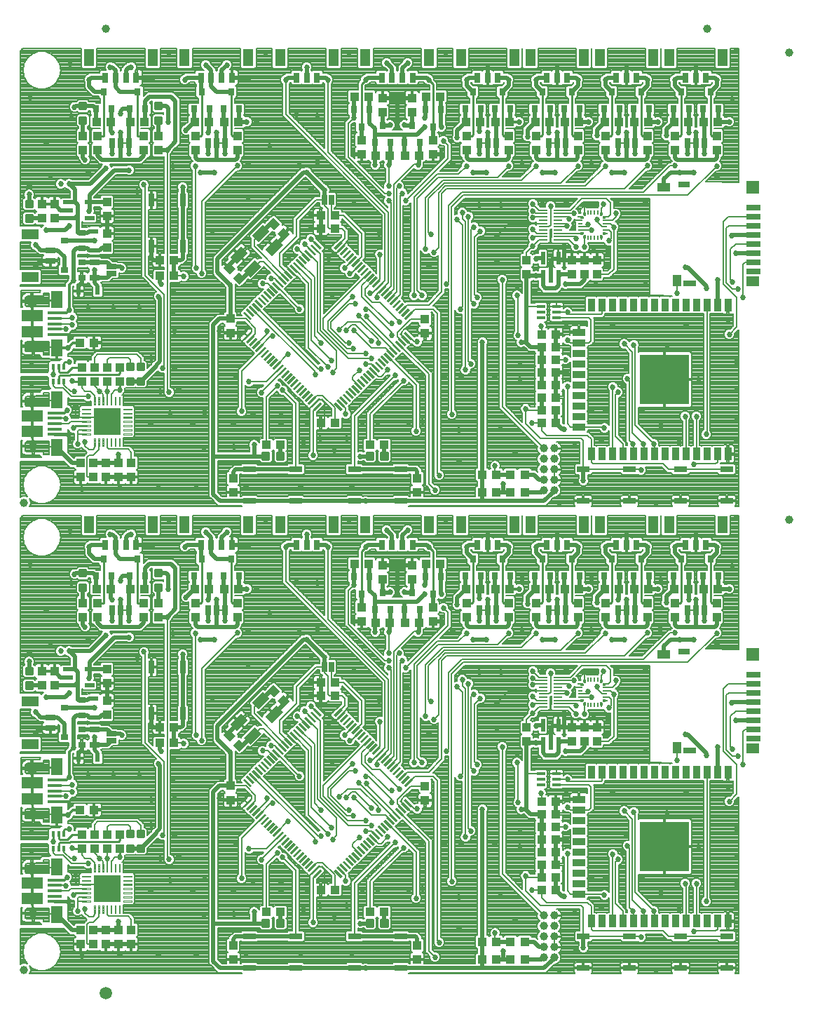
<source format=gtl>
G75*
%MOIN*%
%OFA0B0*%
%FSLAX25Y25*%
%IPPOS*%
%LPD*%
%AMOC8*
5,1,8,0,0,1.08239X$1,22.5*
%
%ADD10R,0.04331X0.03937*%
%ADD11R,0.06890X0.01575*%
%ADD12R,0.05748X0.07874*%
%ADD13R,0.09843X0.05610*%
%ADD14C,0.03937*%
%ADD15C,0.04331*%
%ADD16C,0.00800*%
%ADD17R,0.06890X0.02756*%
%ADD18R,0.05906X0.05906*%
%ADD19R,0.05906X0.05118*%
%ADD20R,0.05906X0.03150*%
%ADD21R,0.05512X0.03150*%
%ADD22R,0.03937X0.05709*%
%ADD23R,0.06102X0.03937*%
%ADD24R,0.01181X0.02598*%
%ADD25R,0.01181X0.04724*%
%ADD26R,0.03543X0.05906*%
%ADD27R,0.05906X0.03543*%
%ADD28R,0.23622X0.23622*%
%ADD29R,0.00984X0.01949*%
%ADD30R,0.00984X0.02362*%
%ADD31R,0.01949X0.00984*%
%ADD32R,0.02362X0.00984*%
%ADD33C,0.00010*%
%ADD34R,0.03937X0.04331*%
%ADD35R,0.02200X0.06200*%
%ADD36R,0.03150X0.03543*%
%ADD37R,0.02500X0.05000*%
%ADD38R,0.01600X0.01000*%
%ADD39R,0.03150X0.04724*%
%ADD40R,0.05118X0.08465*%
%ADD41R,0.04724X0.02165*%
%ADD42R,0.03000X0.06000*%
%ADD43R,0.06000X0.03000*%
%ADD44C,0.01181*%
%ADD45R,0.04724X0.03150*%
%ADD46R,0.08465X0.05118*%
%ADD47R,0.03543X0.03150*%
%ADD48R,0.05000X0.02500*%
%ADD49R,0.02480X0.03268*%
%ADD50R,0.03268X0.02480*%
%ADD51R,0.03937X0.01181*%
%ADD52R,0.03937X0.01378*%
%ADD53R,0.04331X0.00787*%
%ADD54R,0.03937X0.00787*%
%ADD55C,0.00492*%
%ADD56R,0.12795X0.12795*%
%ADD57R,0.07480X0.04331*%
%ADD58C,0.05906*%
%ADD59C,0.02700*%
%ADD60C,0.02000*%
%ADD61C,0.01600*%
%ADD62C,0.01200*%
%ADD63C,0.01000*%
D10*
X0073404Y0107500D03*
X0080096Y0107500D03*
X0111404Y0139250D03*
X0118096Y0139250D03*
X0118096Y0146750D03*
X0111404Y0146750D03*
G36*
X0144525Y0139877D02*
X0141464Y0142938D01*
X0144247Y0145721D01*
X0147308Y0142660D01*
X0144525Y0139877D01*
G37*
G36*
X0149258Y0135144D02*
X0146197Y0138205D01*
X0148980Y0140988D01*
X0152041Y0137927D01*
X0149258Y0135144D01*
G37*
G36*
X0170193Y0162201D02*
X0173254Y0159140D01*
X0170471Y0156357D01*
X0167410Y0159418D01*
X0170193Y0162201D01*
G37*
G36*
X0165460Y0166934D02*
X0168521Y0163873D01*
X0165738Y0161090D01*
X0162677Y0164151D01*
X0165460Y0166934D01*
G37*
X0187904Y0168000D03*
X0187904Y0161800D03*
X0194596Y0161800D03*
X0194596Y0168000D03*
X0213904Y0196500D03*
X0220596Y0196500D03*
X0227904Y0196500D03*
X0234596Y0196500D03*
X0256904Y0212500D03*
X0263596Y0212500D03*
X0270904Y0212500D03*
X0277596Y0212500D03*
X0289904Y0212500D03*
X0296596Y0212500D03*
X0303904Y0212500D03*
X0310596Y0212500D03*
X0322904Y0212500D03*
X0329596Y0212500D03*
X0336904Y0212500D03*
X0343596Y0212500D03*
X0355904Y0212500D03*
X0362596Y0212500D03*
X0369904Y0212500D03*
X0376596Y0212500D03*
X0299596Y0291500D03*
X0299596Y0297500D03*
X0299596Y0303500D03*
X0292904Y0303500D03*
X0292904Y0297500D03*
X0292904Y0291500D03*
X0292904Y0309500D03*
X0292904Y0315500D03*
X0292904Y0321500D03*
X0292904Y0327500D03*
X0292904Y0333500D03*
X0299596Y0333500D03*
X0299596Y0327500D03*
X0299596Y0321500D03*
X0299596Y0315500D03*
X0299596Y0309500D03*
X0284846Y0266750D03*
X0278154Y0266750D03*
X0271346Y0266750D03*
X0264654Y0266750D03*
X0264654Y0258250D03*
X0271346Y0258250D03*
X0278154Y0258250D03*
X0284846Y0258250D03*
X0244596Y0224500D03*
X0237904Y0224500D03*
X0210596Y0224500D03*
X0203904Y0224500D03*
X0148596Y0212500D03*
X0141904Y0212500D03*
X0134596Y0212500D03*
X0127904Y0212500D03*
X0104096Y0212500D03*
X0097404Y0212500D03*
X0088096Y0212500D03*
X0081404Y0212500D03*
X0161904Y0281000D03*
X0168596Y0281000D03*
X0187904Y0291500D03*
X0194596Y0291500D03*
X0211404Y0281000D03*
X0218096Y0281000D03*
G36*
X0149258Y0357144D02*
X0146197Y0360205D01*
X0148980Y0362988D01*
X0152041Y0359927D01*
X0149258Y0357144D01*
G37*
G36*
X0144525Y0361877D02*
X0141464Y0364938D01*
X0144247Y0367721D01*
X0147308Y0364660D01*
X0144525Y0361877D01*
G37*
X0118096Y0361250D03*
X0118096Y0368750D03*
X0111404Y0368750D03*
X0111404Y0361250D03*
X0080096Y0329500D03*
X0073404Y0329500D03*
G36*
X0165460Y0388934D02*
X0168521Y0385873D01*
X0165738Y0383090D01*
X0162677Y0386151D01*
X0165460Y0388934D01*
G37*
G36*
X0170193Y0384201D02*
X0173254Y0381140D01*
X0170471Y0378357D01*
X0167410Y0381418D01*
X0170193Y0384201D01*
G37*
X0187904Y0383800D03*
X0194596Y0383800D03*
X0194596Y0390000D03*
X0187904Y0390000D03*
X0213904Y0418500D03*
X0220596Y0418500D03*
X0227904Y0418500D03*
X0234596Y0418500D03*
X0256904Y0434500D03*
X0263596Y0434500D03*
X0270904Y0434500D03*
X0277596Y0434500D03*
X0289904Y0434500D03*
X0296596Y0434500D03*
X0303904Y0434500D03*
X0310596Y0434500D03*
X0322904Y0434500D03*
X0329596Y0434500D03*
X0336904Y0434500D03*
X0343596Y0434500D03*
X0355904Y0434500D03*
X0362596Y0434500D03*
X0369904Y0434500D03*
X0376596Y0434500D03*
X0244596Y0446500D03*
X0237904Y0446500D03*
X0210596Y0446500D03*
X0203904Y0446500D03*
X0148596Y0434500D03*
X0141904Y0434500D03*
X0134596Y0434500D03*
X0127904Y0434500D03*
X0104096Y0434500D03*
X0097404Y0434500D03*
X0088096Y0434500D03*
X0081404Y0434500D03*
X0292904Y0111500D03*
X0292904Y0105500D03*
X0299596Y0105500D03*
X0299596Y0111500D03*
X0299596Y0099500D03*
X0299596Y0093500D03*
X0299596Y0087500D03*
X0299596Y0081500D03*
X0299596Y0075500D03*
X0292904Y0075500D03*
X0292904Y0081500D03*
X0292904Y0087500D03*
X0292904Y0093500D03*
X0292904Y0099500D03*
X0292904Y0069500D03*
X0299596Y0069500D03*
X0284846Y0044750D03*
X0278154Y0044750D03*
X0271346Y0044750D03*
X0271346Y0036250D03*
X0278154Y0036250D03*
X0284846Y0036250D03*
X0264654Y0036250D03*
X0264654Y0044750D03*
X0218096Y0059000D03*
X0211404Y0059000D03*
X0194596Y0069500D03*
X0187904Y0069500D03*
X0168596Y0059000D03*
X0161904Y0059000D03*
D11*
X0061250Y0063882D03*
X0061250Y0066441D03*
X0061250Y0069000D03*
X0061250Y0071559D03*
X0061250Y0074118D03*
X0061250Y0111382D03*
X0061250Y0113941D03*
X0061250Y0116500D03*
X0061250Y0119059D03*
X0061250Y0121618D03*
X0061250Y0285882D03*
X0061250Y0288441D03*
X0061250Y0291000D03*
X0061250Y0293559D03*
X0061250Y0296118D03*
X0061250Y0333382D03*
X0061250Y0335941D03*
X0061250Y0338500D03*
X0061250Y0341059D03*
X0061250Y0343618D03*
D12*
X0062333Y0349917D03*
X0062333Y0327083D03*
X0062333Y0302417D03*
X0062333Y0279583D03*
X0062333Y0127917D03*
X0062333Y0105083D03*
X0062333Y0080417D03*
X0062333Y0057583D03*
D13*
X0050719Y0065211D03*
X0050719Y0072789D03*
X0050719Y0112711D03*
X0050719Y0120289D03*
X0050719Y0287211D03*
X0050719Y0294789D03*
X0050719Y0334711D03*
X0050719Y0342289D03*
D14*
X0046750Y0031500D03*
X0051112Y0058370D03*
X0051112Y0105870D03*
X0046750Y0253500D03*
X0051112Y0280370D03*
X0051112Y0327870D03*
X0085750Y0478750D03*
X0294000Y0279250D03*
X0294000Y0274250D03*
X0294000Y0269250D03*
X0294000Y0264250D03*
X0294000Y0259250D03*
X0299000Y0259250D03*
X0299000Y0264250D03*
X0299000Y0269250D03*
X0299000Y0274250D03*
X0299000Y0279250D03*
X0410750Y0245500D03*
X0299000Y0057250D03*
X0299000Y0052250D03*
X0299000Y0047250D03*
X0299000Y0042250D03*
X0299000Y0037250D03*
X0294000Y0037250D03*
X0294000Y0042250D03*
X0294000Y0047250D03*
X0294000Y0052250D03*
X0294000Y0057250D03*
X0410750Y0467500D03*
X0371750Y0478750D03*
D15*
X0051286Y0349254D02*
X0049710Y0349254D01*
X0049710Y0349254D01*
X0051286Y0349254D01*
X0051286Y0349254D01*
X0051286Y0301754D02*
X0049710Y0301754D01*
X0049710Y0301754D01*
X0051286Y0301754D01*
X0051286Y0301754D01*
X0051286Y0127254D02*
X0049710Y0127254D01*
X0049710Y0127254D01*
X0051286Y0127254D01*
X0051286Y0127254D01*
X0051286Y0079754D02*
X0049710Y0079754D01*
X0049710Y0079754D01*
X0051286Y0079754D01*
X0051286Y0079754D01*
D16*
X0050898Y0079605D02*
X0058059Y0079605D01*
X0058059Y0079354D02*
X0050898Y0079354D01*
X0050898Y0080154D01*
X0050098Y0080154D01*
X0050098Y0083993D01*
X0048685Y0083989D01*
X0048547Y0084004D01*
X0048450Y0083989D01*
X0048450Y0083989D01*
X0048351Y0083988D01*
X0048216Y0083952D01*
X0048002Y0083918D01*
X0047412Y0083701D01*
X0046875Y0083373D01*
X0046875Y0083373D01*
X0046412Y0082946D01*
X0046305Y0082800D01*
X0046041Y0082438D01*
X0045949Y0082238D01*
X0045777Y0081866D01*
X0045630Y0081255D01*
X0045630Y0081255D01*
X0045604Y0080626D01*
X0045604Y0080626D01*
X0045631Y0080454D01*
X0045631Y0080154D01*
X0050098Y0080154D01*
X0050098Y0079354D01*
X0045631Y0079354D01*
X0045631Y0078401D01*
X0045618Y0078333D01*
X0045631Y0078164D01*
X0045631Y0078164D01*
X0045631Y0077995D01*
X0045649Y0077929D01*
X0045660Y0077777D01*
X0045850Y0077164D01*
X0045948Y0076994D01*
X0045613Y0076994D01*
X0045350Y0076924D01*
X0045350Y0091500D01*
X0057971Y0091500D01*
X0058249Y0090829D01*
X0058500Y0090578D01*
X0058500Y0086916D01*
X0058691Y0086725D01*
X0058691Y0086231D01*
X0059190Y0085732D01*
X0058918Y0085659D01*
X0058599Y0085475D01*
X0058590Y0085465D01*
X0058560Y0085465D01*
X0056277Y0085483D01*
X0056270Y0085485D01*
X0056040Y0085485D01*
X0055811Y0085487D01*
X0055804Y0085485D01*
X0055796Y0085485D01*
X0055574Y0085426D01*
X0055352Y0085368D01*
X0055346Y0085364D01*
X0055339Y0085362D01*
X0055139Y0085247D01*
X0054940Y0085134D01*
X0054934Y0085129D01*
X0054928Y0085125D01*
X0054765Y0084963D01*
X0054602Y0084801D01*
X0054598Y0084795D01*
X0054593Y0084790D01*
X0054478Y0084590D01*
X0054362Y0084393D01*
X0054360Y0084386D01*
X0054360Y0084386D01*
X0054356Y0084380D01*
X0054296Y0084157D01*
X0054254Y0084004D01*
X0050898Y0083995D01*
X0050898Y0080154D01*
X0060353Y0080154D01*
X0060353Y0080817D01*
X0061933Y0080817D01*
X0061933Y0080017D01*
X0058059Y0080017D01*
X0058059Y0079354D01*
X0058553Y0079605D02*
X0047431Y0079605D01*
X0047431Y0080403D02*
X0058553Y0080403D01*
X0058553Y0081202D02*
X0047471Y0081202D01*
X0047474Y0081214D02*
X0047417Y0080907D01*
X0047431Y0080594D01*
X0047431Y0078232D01*
X0047487Y0077965D01*
X0047610Y0077721D01*
X0047792Y0077518D01*
X0048021Y0077368D01*
X0048280Y0077283D01*
X0048553Y0077268D01*
X0058553Y0077248D01*
X0058553Y0083665D01*
X0056033Y0083685D01*
X0056033Y0082209D01*
X0048593Y0082189D01*
X0048291Y0082106D01*
X0048016Y0081959D01*
X0047781Y0081753D01*
X0047597Y0081501D01*
X0047474Y0081214D01*
X0048094Y0082000D02*
X0058553Y0082000D01*
X0058553Y0082799D02*
X0056033Y0082799D01*
X0056033Y0083597D02*
X0058553Y0083597D01*
X0058929Y0085993D02*
X0045350Y0085993D01*
X0045350Y0086791D02*
X0058625Y0086791D01*
X0058500Y0087590D02*
X0045350Y0087590D01*
X0045350Y0088388D02*
X0058500Y0088388D01*
X0058500Y0089187D02*
X0045350Y0089187D01*
X0045350Y0089985D02*
X0058500Y0089985D01*
X0058294Y0090784D02*
X0045350Y0090784D01*
X0045350Y0093500D02*
X0045350Y0108576D01*
X0045613Y0108506D01*
X0045970Y0108506D01*
X0045816Y0108198D01*
X0045756Y0107957D01*
X0045676Y0107631D01*
X0045676Y0107630D01*
X0045671Y0107348D01*
X0045640Y0106270D01*
X0050712Y0106270D01*
X0050712Y0105470D01*
X0045617Y0105470D01*
X0045574Y0103997D01*
X0045557Y0103780D01*
X0045566Y0103721D01*
X0045566Y0103717D01*
X0045568Y0103708D01*
X0045568Y0103708D01*
X0045634Y0103264D01*
X0045824Y0102778D01*
X0046116Y0102347D01*
X0046498Y0101992D01*
X0046674Y0101889D01*
X0046949Y0101730D01*
X0047199Y0101653D01*
X0047447Y0101576D01*
X0047540Y0101569D01*
X0047607Y0101550D01*
X0047775Y0101550D01*
X0047943Y0101538D01*
X0048011Y0101550D01*
X0050712Y0101550D01*
X0050712Y0105470D01*
X0051512Y0105470D01*
X0051512Y0101550D01*
X0054273Y0101550D01*
X0054376Y0101167D01*
X0054613Y0100757D01*
X0054948Y0100422D01*
X0055358Y0100185D01*
X0055816Y0100062D01*
X0058562Y0100062D01*
X0058599Y0100025D01*
X0058918Y0099841D01*
X0059274Y0099746D01*
X0061933Y0099746D01*
X0061933Y0104683D01*
X0062733Y0104683D01*
X0062733Y0099746D01*
X0064526Y0099746D01*
X0064150Y0099370D01*
X0063801Y0099021D01*
X0061997Y0099021D01*
X0061970Y0098995D01*
X0061944Y0099021D01*
X0059438Y0099021D01*
X0058500Y0098084D01*
X0058500Y0094422D01*
X0058249Y0094171D01*
X0057971Y0093500D01*
X0045350Y0093500D01*
X0045350Y0093978D02*
X0058169Y0093978D01*
X0058500Y0094776D02*
X0045350Y0094776D01*
X0045350Y0095575D02*
X0058500Y0095575D01*
X0058500Y0096373D02*
X0045350Y0096373D01*
X0045350Y0097172D02*
X0058500Y0097172D01*
X0058500Y0097970D02*
X0045350Y0097970D01*
X0045350Y0098769D02*
X0059185Y0098769D01*
X0058553Y0101862D02*
X0056053Y0101862D01*
X0056053Y0103350D01*
X0047844Y0103350D01*
X0047688Y0103388D01*
X0047551Y0103471D01*
X0047447Y0103593D01*
X0047385Y0103741D01*
X0047372Y0103902D01*
X0047470Y0107307D01*
X0047501Y0107512D01*
X0047584Y0107702D01*
X0047713Y0107864D01*
X0047879Y0107987D01*
X0048072Y0108063D01*
X0048278Y0108087D01*
X0058553Y0108087D01*
X0058553Y0101862D01*
X0058553Y0101963D02*
X0056053Y0101963D01*
X0056053Y0102762D02*
X0058553Y0102762D01*
X0058553Y0103560D02*
X0047475Y0103560D01*
X0047385Y0104359D02*
X0058553Y0104359D01*
X0058553Y0105157D02*
X0047408Y0105157D01*
X0047431Y0105956D02*
X0058553Y0105956D01*
X0058059Y0105956D02*
X0051512Y0105956D01*
X0051512Y0106270D02*
X0058059Y0106270D01*
X0058059Y0105483D01*
X0061933Y0105483D01*
X0061933Y0104683D01*
X0060353Y0104683D01*
X0060353Y0105470D01*
X0051512Y0105470D01*
X0051512Y0106270D01*
X0050712Y0106270D01*
X0050712Y0109887D01*
X0050319Y0109887D01*
X0050319Y0112311D01*
X0051118Y0112311D01*
X0051118Y0108506D01*
X0051512Y0108506D01*
X0051512Y0106270D01*
X0051512Y0106754D02*
X0050712Y0106754D01*
X0050712Y0105956D02*
X0045350Y0105956D01*
X0045350Y0106754D02*
X0045654Y0106754D01*
X0045674Y0107553D02*
X0045350Y0107553D01*
X0045816Y0108198D02*
X0045816Y0108198D01*
X0045893Y0108351D02*
X0045350Y0108351D01*
X0047519Y0107553D02*
X0058553Y0107553D01*
X0058553Y0106754D02*
X0047454Y0106754D01*
X0045608Y0105157D02*
X0045350Y0105157D01*
X0045350Y0104359D02*
X0045585Y0104359D01*
X0045590Y0103560D02*
X0045350Y0103560D01*
X0045634Y0103264D02*
X0045634Y0103264D01*
X0045824Y0102778D02*
X0045824Y0102778D01*
X0045835Y0102762D02*
X0045350Y0102762D01*
X0045350Y0101963D02*
X0046547Y0101963D01*
X0046498Y0101992D02*
X0046498Y0101992D01*
X0046949Y0101730D02*
X0046949Y0101730D01*
X0047447Y0101576D02*
X0047447Y0101576D01*
X0046116Y0102347D02*
X0046116Y0102347D01*
X0045350Y0101165D02*
X0054377Y0101165D01*
X0055045Y0100366D02*
X0045350Y0100366D01*
X0045350Y0099568D02*
X0064348Y0099568D01*
X0062733Y0100366D02*
X0061933Y0100366D01*
X0061933Y0101165D02*
X0062733Y0101165D01*
X0062733Y0101963D02*
X0061933Y0101963D01*
X0061933Y0102762D02*
X0062733Y0102762D01*
X0062733Y0103560D02*
X0061933Y0103560D01*
X0061933Y0104359D02*
X0062733Y0104359D01*
X0061933Y0105157D02*
X0060353Y0105157D01*
X0067750Y0107633D02*
X0067750Y0111654D01*
X0068194Y0111838D01*
X0068912Y0112556D01*
X0069282Y0113450D01*
X0070257Y0113450D01*
X0071194Y0113838D01*
X0071912Y0114556D01*
X0072300Y0115493D01*
X0072300Y0116507D01*
X0071912Y0117444D01*
X0071690Y0117667D01*
X0071995Y0117972D01*
X0072383Y0118909D01*
X0072383Y0119924D01*
X0071995Y0120861D01*
X0071278Y0121578D01*
X0070547Y0121881D01*
X0070800Y0122493D01*
X0070800Y0123507D01*
X0070412Y0124444D01*
X0070050Y0124806D01*
X0070050Y0134254D01*
X0070246Y0134450D01*
X0070337Y0134450D01*
X0070178Y0134174D01*
X0070082Y0133818D01*
X0070082Y0132220D01*
X0072502Y0132220D01*
X0072502Y0131780D01*
X0070082Y0131780D01*
X0070082Y0130182D01*
X0070178Y0129826D01*
X0070362Y0129507D01*
X0070623Y0129246D01*
X0070942Y0129062D01*
X0071298Y0128966D01*
X0072502Y0128966D01*
X0072502Y0131780D01*
X0072943Y0131780D01*
X0072943Y0132220D01*
X0075363Y0132220D01*
X0075363Y0133818D01*
X0075267Y0134174D01*
X0075083Y0134493D01*
X0074822Y0134754D01*
X0074503Y0134938D01*
X0074147Y0135034D01*
X0072943Y0135034D01*
X0072943Y0132220D01*
X0072502Y0132220D01*
X0072502Y0135034D01*
X0071890Y0135034D01*
X0072160Y0135304D01*
X0072231Y0135285D01*
X0073800Y0135285D01*
X0073800Y0137872D01*
X0074574Y0137872D01*
X0074574Y0135285D01*
X0076143Y0135285D01*
X0076499Y0135380D01*
X0076818Y0135565D01*
X0077079Y0135825D01*
X0077141Y0135932D01*
X0077391Y0135682D01*
X0078050Y0135682D01*
X0078050Y0135089D01*
X0079337Y0133801D01*
X0079337Y0129869D01*
X0080040Y0129166D01*
X0083515Y0129166D01*
X0084218Y0129869D01*
X0084218Y0134131D01*
X0083978Y0134371D01*
X0083978Y0135384D01*
X0083394Y0135967D01*
X0083684Y0136257D01*
X0087218Y0136257D01*
X0088911Y0137950D01*
X0091247Y0137950D01*
X0091950Y0138653D01*
X0091950Y0140778D01*
X0092743Y0140450D01*
X0093757Y0140450D01*
X0094694Y0140838D01*
X0095412Y0141556D01*
X0095800Y0142493D01*
X0095800Y0143507D01*
X0095412Y0144444D01*
X0094694Y0145162D01*
X0093849Y0145512D01*
X0093561Y0145800D01*
X0091497Y0145800D01*
X0091247Y0146050D01*
X0088911Y0146050D01*
X0087218Y0147743D01*
X0083684Y0147743D01*
X0083109Y0148318D01*
X0077391Y0148318D01*
X0077022Y0147949D01*
X0076456Y0148515D01*
X0072450Y0148515D01*
X0072450Y0149485D01*
X0076456Y0149485D01*
X0076555Y0149584D01*
X0076866Y0149272D01*
X0077879Y0149272D01*
X0078119Y0149032D01*
X0082381Y0149032D01*
X0082621Y0149272D01*
X0083634Y0149272D01*
X0083717Y0149356D01*
X0083784Y0149288D01*
X0088716Y0149288D01*
X0089418Y0149991D01*
X0089418Y0155316D01*
X0088822Y0155913D01*
X0089078Y0156061D01*
X0089339Y0156321D01*
X0089523Y0156641D01*
X0089618Y0156997D01*
X0089618Y0158946D01*
X0086650Y0158946D01*
X0086650Y0159746D01*
X0089618Y0159746D01*
X0089618Y0161696D01*
X0089523Y0162052D01*
X0089339Y0162371D01*
X0089078Y0162632D01*
X0088759Y0162816D01*
X0088403Y0162912D01*
X0086650Y0162912D01*
X0086650Y0159746D01*
X0085850Y0159746D01*
X0085850Y0162912D01*
X0084097Y0162912D01*
X0083741Y0162816D01*
X0083422Y0162632D01*
X0083161Y0162371D01*
X0083084Y0162237D01*
X0083084Y0162265D01*
X0082381Y0162968D01*
X0078119Y0162968D01*
X0077879Y0162728D01*
X0076866Y0162728D01*
X0076555Y0162416D01*
X0076456Y0162515D01*
X0074450Y0162515D01*
X0074450Y0165036D01*
X0075009Y0164477D01*
X0080728Y0164477D01*
X0081431Y0165180D01*
X0081431Y0168340D01*
X0080728Y0169043D01*
X0080113Y0169043D01*
X0080300Y0169493D01*
X0080300Y0170507D01*
X0080068Y0171066D01*
X0080068Y0171957D01*
X0080728Y0171957D01*
X0080810Y0172040D01*
X0083081Y0172040D01*
X0083081Y0171684D01*
X0083678Y0171087D01*
X0083422Y0170939D01*
X0083161Y0170679D01*
X0082977Y0170359D01*
X0082881Y0170003D01*
X0082881Y0168054D01*
X0085850Y0168054D01*
X0085850Y0167254D01*
X0082881Y0167254D01*
X0082881Y0165304D01*
X0082977Y0164948D01*
X0083161Y0164629D01*
X0083422Y0164368D01*
X0083741Y0164184D01*
X0084097Y0164088D01*
X0085850Y0164088D01*
X0085850Y0167253D01*
X0086650Y0167253D01*
X0086650Y0164088D01*
X0088403Y0164088D01*
X0088759Y0164184D01*
X0089078Y0164368D01*
X0089339Y0164629D01*
X0089523Y0164948D01*
X0089618Y0165304D01*
X0089618Y0167254D01*
X0086650Y0167254D01*
X0086650Y0168054D01*
X0089618Y0168054D01*
X0089618Y0170003D01*
X0089523Y0170359D01*
X0089339Y0170679D01*
X0089078Y0170939D01*
X0088822Y0171087D01*
X0089418Y0171684D01*
X0089418Y0177009D01*
X0088716Y0177712D01*
X0083784Y0177712D01*
X0083081Y0177009D01*
X0083081Y0176440D01*
X0080810Y0176440D01*
X0080728Y0176523D01*
X0080068Y0176523D01*
X0080068Y0176707D01*
X0090661Y0187300D01*
X0095398Y0187300D01*
X0096243Y0186950D01*
X0097257Y0186950D01*
X0098194Y0187338D01*
X0098912Y0188056D01*
X0099300Y0188993D01*
X0099300Y0190007D01*
X0098912Y0190944D01*
X0098194Y0191662D01*
X0097257Y0192050D01*
X0096243Y0192050D01*
X0095398Y0191700D01*
X0088839Y0191700D01*
X0088255Y0191116D01*
X0087912Y0191944D01*
X0087556Y0192300D01*
X0102661Y0192300D01*
X0104661Y0194300D01*
X0105950Y0195589D01*
X0105950Y0195788D01*
X0106216Y0195788D01*
X0106918Y0196491D01*
X0106918Y0201816D01*
X0106234Y0202500D01*
X0106918Y0203184D01*
X0106918Y0208509D01*
X0106216Y0209212D01*
X0102450Y0209212D01*
X0102450Y0209331D01*
X0106759Y0209331D01*
X0107462Y0210034D01*
X0107462Y0214966D01*
X0106759Y0215668D01*
X0106690Y0215668D01*
X0106690Y0215719D01*
X0107265Y0216294D01*
X0107265Y0220832D01*
X0106690Y0221406D01*
X0106690Y0221589D01*
X0107401Y0222300D01*
X0107809Y0222300D01*
X0107581Y0222072D01*
X0107581Y0217833D01*
X0108630Y0216784D01*
X0112870Y0216784D01*
X0113050Y0216965D01*
X0113050Y0216035D01*
X0112870Y0216216D01*
X0108630Y0216216D01*
X0107581Y0215167D01*
X0107581Y0210928D01*
X0108550Y0209959D01*
X0108550Y0209212D01*
X0108284Y0209212D01*
X0107581Y0208509D01*
X0107581Y0203184D01*
X0108266Y0202500D01*
X0107581Y0201816D01*
X0107581Y0196491D01*
X0108284Y0195788D01*
X0113216Y0195788D01*
X0113304Y0195876D01*
X0113304Y0150118D01*
X0111804Y0150118D01*
X0111804Y0147150D01*
X0111004Y0147150D01*
X0111004Y0150118D01*
X0110150Y0150118D01*
X0110150Y0152900D01*
X0107600Y0152900D01*
X0107600Y0153600D01*
X0106900Y0153600D01*
X0106900Y0157650D01*
X0105850Y0157650D01*
X0105850Y0170850D01*
X0106900Y0170850D01*
X0106900Y0174900D01*
X0107600Y0174900D01*
X0107600Y0175600D01*
X0106900Y0175600D01*
X0106900Y0179650D01*
X0105850Y0179650D01*
X0105850Y0181044D01*
X0105912Y0181106D01*
X0106300Y0182043D01*
X0106300Y0183057D01*
X0105912Y0183994D01*
X0105194Y0184712D01*
X0104257Y0185100D01*
X0103243Y0185100D01*
X0102306Y0184712D01*
X0101588Y0183994D01*
X0101200Y0183057D01*
X0101200Y0182043D01*
X0101588Y0181106D01*
X0102306Y0180388D01*
X0102650Y0180246D01*
X0102650Y0138837D01*
X0103587Y0137900D01*
X0109673Y0131814D01*
X0109306Y0131662D01*
X0108588Y0130944D01*
X0108200Y0130007D01*
X0108200Y0128993D01*
X0108588Y0128056D01*
X0109304Y0127340D01*
X0109304Y0099533D01*
X0107404Y0097633D01*
X0107404Y0097312D01*
X0105418Y0095327D01*
X0105418Y0098072D01*
X0104370Y0099121D01*
X0103850Y0099121D01*
X0103850Y0100663D01*
X0101013Y0103500D01*
X0080987Y0103500D01*
X0080050Y0102563D01*
X0079587Y0102100D01*
X0078650Y0101163D01*
X0078650Y0099212D01*
X0077784Y0099212D01*
X0077250Y0098677D01*
X0076716Y0099212D01*
X0071784Y0099212D01*
X0071081Y0098509D01*
X0071081Y0097546D01*
X0070615Y0097546D01*
X0070800Y0097993D01*
X0070800Y0099007D01*
X0070412Y0099944D01*
X0069694Y0100662D01*
X0068757Y0101050D01*
X0067750Y0101050D01*
X0067750Y0102533D01*
X0068257Y0102533D01*
X0069194Y0102921D01*
X0069912Y0103638D01*
X0070300Y0104575D01*
X0070300Y0104773D01*
X0070741Y0104331D01*
X0076066Y0104331D01*
X0076663Y0104928D01*
X0076811Y0104672D01*
X0077071Y0104411D01*
X0077391Y0104227D01*
X0077747Y0104131D01*
X0079696Y0104131D01*
X0079696Y0107100D01*
X0080496Y0107100D01*
X0080496Y0104131D01*
X0082446Y0104131D01*
X0082802Y0104227D01*
X0083121Y0104411D01*
X0083382Y0104672D01*
X0083566Y0104991D01*
X0083662Y0105347D01*
X0083662Y0107100D01*
X0080496Y0107100D01*
X0080496Y0107900D01*
X0079696Y0107900D01*
X0079696Y0110868D01*
X0077747Y0110868D01*
X0077391Y0110773D01*
X0077071Y0110589D01*
X0076811Y0110328D01*
X0076663Y0110072D01*
X0076066Y0110668D01*
X0070741Y0110668D01*
X0070038Y0109966D01*
X0070038Y0109300D01*
X0069422Y0109300D01*
X0068367Y0108246D01*
X0067754Y0107633D01*
X0067750Y0107633D01*
X0067750Y0108351D02*
X0068473Y0108351D01*
X0067750Y0109150D02*
X0069271Y0109150D01*
X0070038Y0109948D02*
X0067750Y0109948D01*
X0067750Y0110747D02*
X0077345Y0110747D01*
X0079696Y0110747D02*
X0080496Y0110747D01*
X0080496Y0110868D02*
X0080496Y0107900D01*
X0083662Y0107900D01*
X0083662Y0109653D01*
X0083566Y0110009D01*
X0083382Y0110328D01*
X0083121Y0110589D01*
X0082802Y0110773D01*
X0082446Y0110868D01*
X0080496Y0110868D01*
X0080496Y0109948D02*
X0079696Y0109948D01*
X0079696Y0109150D02*
X0080496Y0109150D01*
X0080496Y0108351D02*
X0079696Y0108351D01*
X0080496Y0107553D02*
X0109304Y0107553D01*
X0109304Y0108351D02*
X0083662Y0108351D01*
X0083662Y0109150D02*
X0109304Y0109150D01*
X0109304Y0109948D02*
X0083583Y0109948D01*
X0082848Y0110747D02*
X0109304Y0110747D01*
X0109304Y0111545D02*
X0067750Y0111545D01*
X0068700Y0112344D02*
X0109304Y0112344D01*
X0109304Y0113142D02*
X0069155Y0113142D01*
X0071297Y0113941D02*
X0109304Y0113941D01*
X0109304Y0114739D02*
X0071988Y0114739D01*
X0072300Y0115538D02*
X0109304Y0115538D01*
X0109304Y0116336D02*
X0072300Y0116336D01*
X0072040Y0117135D02*
X0109304Y0117135D01*
X0109304Y0117933D02*
X0071956Y0117933D01*
X0072310Y0118732D02*
X0109304Y0118732D01*
X0109304Y0119530D02*
X0072383Y0119530D01*
X0072216Y0120329D02*
X0109304Y0120329D01*
X0109304Y0121127D02*
X0071729Y0121127D01*
X0070565Y0121926D02*
X0109304Y0121926D01*
X0109304Y0122724D02*
X0070800Y0122724D01*
X0070794Y0123523D02*
X0109304Y0123523D01*
X0109304Y0124321D02*
X0070463Y0124321D01*
X0070050Y0125120D02*
X0109304Y0125120D01*
X0109304Y0125918D02*
X0070050Y0125918D01*
X0070050Y0126717D02*
X0109304Y0126717D01*
X0109128Y0127515D02*
X0070050Y0127515D01*
X0070050Y0128314D02*
X0108481Y0128314D01*
X0108200Y0129112D02*
X0074591Y0129112D01*
X0074503Y0129062D02*
X0074822Y0129246D01*
X0075083Y0129507D01*
X0075267Y0129826D01*
X0075363Y0130182D01*
X0075363Y0131780D01*
X0072943Y0131780D01*
X0072943Y0128966D01*
X0074147Y0128966D01*
X0074503Y0129062D01*
X0075290Y0129911D02*
X0079337Y0129911D01*
X0079337Y0130709D02*
X0075363Y0130709D01*
X0075363Y0131508D02*
X0079337Y0131508D01*
X0079337Y0132306D02*
X0075363Y0132306D01*
X0075363Y0133105D02*
X0079337Y0133105D01*
X0079235Y0133903D02*
X0075340Y0133903D01*
X0074874Y0134702D02*
X0078437Y0134702D01*
X0078050Y0135501D02*
X0076707Y0135501D01*
X0074574Y0135501D02*
X0073800Y0135501D01*
X0073800Y0136299D02*
X0074574Y0136299D01*
X0074574Y0137098D02*
X0073800Y0137098D01*
X0073800Y0138647D02*
X0073800Y0141235D01*
X0072450Y0141235D01*
X0072450Y0142965D01*
X0076456Y0142965D01*
X0076825Y0143334D01*
X0077391Y0142769D01*
X0077808Y0142769D01*
X0077700Y0142507D01*
X0077700Y0141493D01*
X0077808Y0141231D01*
X0077391Y0141231D01*
X0076966Y0140807D01*
X0076818Y0140955D01*
X0076499Y0141139D01*
X0076143Y0141235D01*
X0074574Y0141235D01*
X0074574Y0138647D01*
X0073800Y0138647D01*
X0073800Y0138695D02*
X0074574Y0138695D01*
X0074574Y0139493D02*
X0073800Y0139493D01*
X0073800Y0140292D02*
X0074574Y0140292D01*
X0074574Y0141090D02*
X0073800Y0141090D01*
X0072450Y0141889D02*
X0077700Y0141889D01*
X0077775Y0142687D02*
X0072450Y0142687D01*
X0076584Y0141090D02*
X0077249Y0141090D01*
X0077349Y0148277D02*
X0076694Y0148277D01*
X0078076Y0149075D02*
X0072450Y0149075D01*
X0063719Y0147419D02*
X0063719Y0144775D01*
X0063651Y0144775D01*
X0062948Y0144072D01*
X0062948Y0139928D01*
X0063651Y0139225D01*
X0068050Y0139225D01*
X0068050Y0138352D01*
X0067700Y0137507D01*
X0067700Y0136996D01*
X0067504Y0136800D01*
X0066450Y0135746D01*
X0066450Y0134500D01*
X0044950Y0134500D01*
X0044950Y0134965D01*
X0054294Y0134965D01*
X0054997Y0135668D01*
X0054997Y0141781D01*
X0054294Y0142483D01*
X0044950Y0142483D01*
X0044950Y0155438D01*
X0050085Y0155438D01*
X0049700Y0154507D01*
X0049700Y0153493D01*
X0050088Y0152556D01*
X0050806Y0151838D01*
X0051651Y0151488D01*
X0053917Y0149221D01*
X0055816Y0149221D01*
X0055935Y0149102D01*
X0055768Y0148934D01*
X0055583Y0148615D01*
X0055488Y0148259D01*
X0055488Y0146887D01*
X0058863Y0146887D01*
X0058863Y0146113D01*
X0059637Y0146113D01*
X0059637Y0143525D01*
X0061797Y0143525D01*
X0062153Y0143621D01*
X0062472Y0143805D01*
X0062732Y0144066D01*
X0062917Y0144385D01*
X0063012Y0144741D01*
X0063012Y0146113D01*
X0059637Y0146113D01*
X0059637Y0146887D01*
X0063012Y0146887D01*
X0063012Y0148127D01*
X0063719Y0147419D01*
X0063661Y0147478D02*
X0063012Y0147478D01*
X0063719Y0146680D02*
X0059637Y0146680D01*
X0058863Y0146680D02*
X0044950Y0146680D01*
X0044950Y0147478D02*
X0055488Y0147478D01*
X0055493Y0148277D02*
X0044950Y0148277D01*
X0044950Y0149075D02*
X0055908Y0149075D01*
X0053265Y0149874D02*
X0044950Y0149874D01*
X0044950Y0150672D02*
X0052466Y0150672D01*
X0051668Y0151471D02*
X0044950Y0151471D01*
X0044950Y0152269D02*
X0050374Y0152269D01*
X0049876Y0153068D02*
X0044950Y0153068D01*
X0044950Y0153866D02*
X0049700Y0153866D01*
X0049765Y0154665D02*
X0044950Y0154665D01*
X0044950Y0145881D02*
X0055488Y0145881D01*
X0055488Y0146113D02*
X0055488Y0144741D01*
X0055583Y0144385D01*
X0055768Y0144066D01*
X0056028Y0143805D01*
X0056347Y0143621D01*
X0056703Y0143525D01*
X0058863Y0143525D01*
X0058863Y0146113D01*
X0055488Y0146113D01*
X0055488Y0145083D02*
X0044950Y0145083D01*
X0044950Y0144284D02*
X0055641Y0144284D01*
X0054889Y0141889D02*
X0062948Y0141889D01*
X0062948Y0142687D02*
X0044950Y0142687D01*
X0044950Y0143486D02*
X0062948Y0143486D01*
X0062859Y0144284D02*
X0063160Y0144284D01*
X0063012Y0145083D02*
X0063719Y0145083D01*
X0063719Y0145881D02*
X0063012Y0145881D01*
X0059637Y0145881D02*
X0058863Y0145881D01*
X0058863Y0145083D02*
X0059637Y0145083D01*
X0059637Y0144284D02*
X0058863Y0144284D01*
X0054997Y0141090D02*
X0062948Y0141090D01*
X0062948Y0140292D02*
X0054997Y0140292D01*
X0054997Y0139493D02*
X0063383Y0139493D01*
X0068050Y0138695D02*
X0054997Y0138695D01*
X0054997Y0137896D02*
X0067861Y0137896D01*
X0067700Y0137098D02*
X0054997Y0137098D01*
X0054997Y0136299D02*
X0067003Y0136299D01*
X0066450Y0135501D02*
X0054829Y0135501D01*
X0054803Y0132500D02*
X0054765Y0132463D01*
X0054602Y0132301D01*
X0054598Y0132295D01*
X0054593Y0132290D01*
X0054478Y0132090D01*
X0054477Y0132090D01*
X0054362Y0131893D01*
X0054360Y0131886D01*
X0054360Y0131886D01*
X0054356Y0131880D01*
X0054297Y0131657D01*
X0054296Y0131657D02*
X0054254Y0131504D01*
X0050898Y0131495D01*
X0050898Y0127654D01*
X0050098Y0127654D01*
X0050098Y0131493D01*
X0048685Y0131489D01*
X0048547Y0131504D01*
X0048450Y0131489D01*
X0048351Y0131488D01*
X0048216Y0131452D01*
X0048002Y0131418D01*
X0047412Y0131201D01*
X0046875Y0130873D01*
X0046875Y0130873D01*
X0046412Y0130446D01*
X0046332Y0130337D01*
X0046041Y0129938D01*
X0045971Y0129784D01*
X0045777Y0129366D01*
X0045630Y0128755D01*
X0045630Y0128755D01*
X0045604Y0128126D01*
X0045604Y0128126D01*
X0045631Y0127954D01*
X0045631Y0127654D01*
X0050098Y0127654D01*
X0050098Y0126854D01*
X0045631Y0126854D01*
X0045631Y0125901D01*
X0045618Y0125833D01*
X0045631Y0125664D01*
X0045631Y0125495D01*
X0045649Y0125429D01*
X0045660Y0125277D01*
X0045850Y0124664D01*
X0045948Y0124494D01*
X0045613Y0124494D01*
X0045350Y0124424D01*
X0045350Y0132500D01*
X0054803Y0132500D01*
X0054765Y0132463D02*
X0054765Y0132463D01*
X0054607Y0132306D02*
X0045350Y0132306D01*
X0045350Y0131508D02*
X0054255Y0131508D01*
X0054296Y0131657D02*
X0054296Y0131657D01*
X0054297Y0131657D01*
X0054360Y0131886D02*
X0054360Y0131886D01*
X0054598Y0132295D02*
X0054598Y0132295D01*
X0056033Y0131185D02*
X0056033Y0129709D01*
X0048593Y0129689D01*
X0048291Y0129606D01*
X0048016Y0129459D01*
X0047781Y0129253D01*
X0047597Y0129001D01*
X0047474Y0128714D01*
X0047417Y0128407D01*
X0047431Y0128094D01*
X0047431Y0125732D01*
X0047487Y0125465D01*
X0047610Y0125221D01*
X0047792Y0125018D01*
X0048021Y0124868D01*
X0048280Y0124783D01*
X0048553Y0124768D01*
X0058553Y0124748D01*
X0058553Y0131165D01*
X0056033Y0131185D01*
X0056033Y0130709D02*
X0058553Y0130709D01*
X0058553Y0129911D02*
X0056033Y0129911D01*
X0058553Y0129112D02*
X0047678Y0129112D01*
X0047422Y0128314D02*
X0058553Y0128314D01*
X0058553Y0127515D02*
X0047431Y0127515D01*
X0047431Y0126717D02*
X0058553Y0126717D01*
X0058059Y0126854D02*
X0050898Y0126854D01*
X0050898Y0122963D01*
X0051118Y0122963D01*
X0051118Y0120689D01*
X0050319Y0120689D01*
X0050319Y0124494D01*
X0050098Y0124494D01*
X0050098Y0126854D01*
X0050898Y0126854D01*
X0050898Y0127654D01*
X0060353Y0127654D01*
X0060353Y0128317D01*
X0061933Y0128317D01*
X0061933Y0127517D01*
X0058059Y0127517D01*
X0058059Y0126854D01*
X0058059Y0127515D02*
X0050898Y0127515D01*
X0050898Y0126717D02*
X0050098Y0126717D01*
X0050098Y0127515D02*
X0045350Y0127515D01*
X0045350Y0126717D02*
X0045631Y0126717D01*
X0045631Y0125918D02*
X0045350Y0125918D01*
X0045649Y0125429D02*
X0045649Y0125429D01*
X0045660Y0125277D02*
X0045660Y0125277D01*
X0045709Y0125120D02*
X0045350Y0125120D01*
X0045850Y0124664D02*
X0045850Y0124664D01*
X0047701Y0125120D02*
X0058553Y0125120D01*
X0058553Y0125918D02*
X0047431Y0125918D01*
X0050098Y0125918D02*
X0050898Y0125918D01*
X0050898Y0125120D02*
X0050098Y0125120D01*
X0050319Y0124321D02*
X0050898Y0124321D01*
X0050898Y0123523D02*
X0050319Y0123523D01*
X0050319Y0122724D02*
X0051118Y0122724D01*
X0051118Y0121926D02*
X0050319Y0121926D01*
X0050319Y0121127D02*
X0051118Y0121127D01*
X0051118Y0119889D02*
X0051118Y0113111D01*
X0050319Y0113111D01*
X0050319Y0116916D01*
X0050319Y0119889D01*
X0051118Y0119889D01*
X0051118Y0119530D02*
X0050319Y0119530D01*
X0050319Y0118732D02*
X0051118Y0118732D01*
X0051118Y0117933D02*
X0050319Y0117933D01*
X0050319Y0117135D02*
X0051118Y0117135D01*
X0051118Y0116336D02*
X0050319Y0116336D01*
X0050319Y0115538D02*
X0051118Y0115538D01*
X0051118Y0114739D02*
X0050319Y0114739D01*
X0050319Y0113941D02*
X0051118Y0113941D01*
X0051118Y0113142D02*
X0050319Y0113142D01*
X0050319Y0111545D02*
X0051118Y0111545D01*
X0051118Y0110747D02*
X0050319Y0110747D01*
X0050319Y0109948D02*
X0051118Y0109948D01*
X0051118Y0109150D02*
X0050712Y0109150D01*
X0050712Y0108351D02*
X0051512Y0108351D01*
X0051512Y0107553D02*
X0050712Y0107553D01*
X0050712Y0105157D02*
X0051512Y0105157D01*
X0051512Y0104359D02*
X0050712Y0104359D01*
X0050712Y0103560D02*
X0051512Y0103560D01*
X0051512Y0102762D02*
X0050712Y0102762D01*
X0050712Y0101963D02*
X0051512Y0101963D01*
X0061250Y0113941D02*
X0066691Y0113941D01*
X0066750Y0114000D01*
X0069250Y0116500D02*
X0061250Y0116500D01*
X0061250Y0119059D02*
X0069476Y0119059D01*
X0069833Y0119417D01*
X0069250Y0116500D02*
X0069750Y0116000D01*
X0070050Y0129112D02*
X0070854Y0129112D01*
X0070155Y0129911D02*
X0070050Y0129911D01*
X0070050Y0130709D02*
X0070082Y0130709D01*
X0070050Y0131508D02*
X0070082Y0131508D01*
X0070050Y0132306D02*
X0070082Y0132306D01*
X0070050Y0133105D02*
X0070082Y0133105D01*
X0070050Y0133903D02*
X0070105Y0133903D01*
X0072502Y0133903D02*
X0072943Y0133903D01*
X0072943Y0133105D02*
X0072502Y0133105D01*
X0072502Y0132306D02*
X0072943Y0132306D01*
X0072943Y0131508D02*
X0072502Y0131508D01*
X0072502Y0130709D02*
X0072943Y0130709D01*
X0072943Y0129911D02*
X0072502Y0129911D01*
X0072502Y0129112D02*
X0072943Y0129112D01*
X0072943Y0134702D02*
X0072502Y0134702D01*
X0066450Y0134702D02*
X0044950Y0134702D01*
X0045350Y0130709D02*
X0046697Y0130709D01*
X0046412Y0130446D02*
X0046412Y0130446D01*
X0046412Y0130446D01*
X0046041Y0129938D02*
X0046041Y0129938D01*
X0046029Y0129911D02*
X0045350Y0129911D01*
X0045777Y0129366D02*
X0045777Y0129366D01*
X0045716Y0129112D02*
X0045350Y0129112D01*
X0045350Y0128314D02*
X0045612Y0128314D01*
X0048216Y0131452D02*
X0048216Y0131452D01*
X0048450Y0131489D02*
X0048450Y0131489D01*
X0050098Y0130709D02*
X0050898Y0130709D01*
X0050898Y0129911D02*
X0050098Y0129911D01*
X0050098Y0129112D02*
X0050898Y0129112D01*
X0050898Y0128314D02*
X0050098Y0128314D01*
X0060353Y0128314D02*
X0061933Y0128314D01*
X0084218Y0129911D02*
X0108200Y0129911D01*
X0108491Y0130709D02*
X0084218Y0130709D01*
X0084218Y0131508D02*
X0109152Y0131508D01*
X0109181Y0132306D02*
X0084218Y0132306D01*
X0084218Y0133105D02*
X0108382Y0133105D01*
X0107584Y0133903D02*
X0084218Y0133903D01*
X0083978Y0134702D02*
X0106785Y0134702D01*
X0105987Y0135501D02*
X0083861Y0135501D01*
X0087260Y0136299D02*
X0105188Y0136299D01*
X0104390Y0137098D02*
X0088059Y0137098D01*
X0088857Y0137896D02*
X0103591Y0137896D01*
X0102793Y0138695D02*
X0091950Y0138695D01*
X0091950Y0139493D02*
X0102650Y0139493D01*
X0102650Y0140292D02*
X0091950Y0140292D01*
X0094946Y0141090D02*
X0102650Y0141090D01*
X0102650Y0141889D02*
X0095550Y0141889D01*
X0095800Y0142687D02*
X0102650Y0142687D01*
X0102650Y0143486D02*
X0095800Y0143486D01*
X0095478Y0144284D02*
X0102650Y0144284D01*
X0102650Y0145083D02*
X0094774Y0145083D01*
X0091416Y0145881D02*
X0102650Y0145881D01*
X0102650Y0146680D02*
X0088282Y0146680D01*
X0087483Y0147478D02*
X0102650Y0147478D01*
X0102650Y0148277D02*
X0083151Y0148277D01*
X0082424Y0149075D02*
X0102650Y0149075D01*
X0102650Y0149874D02*
X0089301Y0149874D01*
X0089418Y0150672D02*
X0102650Y0150672D01*
X0102650Y0151471D02*
X0089418Y0151471D01*
X0089418Y0152269D02*
X0102650Y0152269D01*
X0102650Y0153068D02*
X0089418Y0153068D01*
X0089418Y0153866D02*
X0102650Y0153866D01*
X0102650Y0154665D02*
X0089418Y0154665D01*
X0089271Y0155463D02*
X0102650Y0155463D01*
X0102650Y0156262D02*
X0089279Y0156262D01*
X0089618Y0157060D02*
X0102650Y0157060D01*
X0102650Y0157859D02*
X0089618Y0157859D01*
X0089618Y0158657D02*
X0102650Y0158657D01*
X0102650Y0159456D02*
X0086650Y0159456D01*
X0086650Y0160254D02*
X0085850Y0160254D01*
X0085850Y0161053D02*
X0086650Y0161053D01*
X0086650Y0161851D02*
X0085850Y0161851D01*
X0085850Y0162650D02*
X0086650Y0162650D01*
X0086650Y0164247D02*
X0085850Y0164247D01*
X0085850Y0165045D02*
X0086650Y0165045D01*
X0086650Y0165844D02*
X0085850Y0165844D01*
X0085850Y0166642D02*
X0086650Y0166642D01*
X0086650Y0167441D02*
X0102650Y0167441D01*
X0102650Y0168239D02*
X0089618Y0168239D01*
X0089618Y0169038D02*
X0102650Y0169038D01*
X0102650Y0169837D02*
X0089618Y0169837D01*
X0089364Y0170635D02*
X0102650Y0170635D01*
X0102650Y0171434D02*
X0089168Y0171434D01*
X0089418Y0172232D02*
X0102650Y0172232D01*
X0102650Y0173031D02*
X0089418Y0173031D01*
X0089418Y0173829D02*
X0102650Y0173829D01*
X0102650Y0174628D02*
X0089418Y0174628D01*
X0089418Y0175426D02*
X0102650Y0175426D01*
X0102650Y0176225D02*
X0089418Y0176225D01*
X0089404Y0177023D02*
X0102650Y0177023D01*
X0102650Y0177822D02*
X0081183Y0177822D01*
X0081981Y0178620D02*
X0102650Y0178620D01*
X0102650Y0179419D02*
X0082780Y0179419D01*
X0083578Y0180217D02*
X0102650Y0180217D01*
X0101678Y0181016D02*
X0084377Y0181016D01*
X0085175Y0181814D02*
X0101295Y0181814D01*
X0101200Y0182613D02*
X0085974Y0182613D01*
X0086772Y0183411D02*
X0101347Y0183411D01*
X0101803Y0184210D02*
X0087571Y0184210D01*
X0088369Y0185008D02*
X0103021Y0185008D01*
X0104479Y0185008D02*
X0113304Y0185008D01*
X0113304Y0184210D02*
X0105697Y0184210D01*
X0106153Y0183411D02*
X0113304Y0183411D01*
X0113304Y0182613D02*
X0106300Y0182613D01*
X0106205Y0181814D02*
X0113304Y0181814D01*
X0113304Y0181016D02*
X0105850Y0181016D01*
X0105850Y0180217D02*
X0113304Y0180217D01*
X0113304Y0179419D02*
X0109526Y0179419D01*
X0109610Y0179370D02*
X0109290Y0179555D01*
X0108934Y0179650D01*
X0107600Y0179650D01*
X0107600Y0175600D01*
X0110150Y0175600D01*
X0110150Y0178434D01*
X0110055Y0178790D01*
X0109870Y0179110D01*
X0109610Y0179370D01*
X0110100Y0178620D02*
X0113304Y0178620D01*
X0113304Y0177822D02*
X0110150Y0177822D01*
X0110150Y0177023D02*
X0113304Y0177023D01*
X0113304Y0176225D02*
X0110150Y0176225D01*
X0110150Y0174900D02*
X0107600Y0174900D01*
X0107600Y0170850D01*
X0108934Y0170850D01*
X0109290Y0170945D01*
X0109610Y0171130D01*
X0109870Y0171390D01*
X0110055Y0171710D01*
X0110150Y0172066D01*
X0110150Y0174900D01*
X0110150Y0174628D02*
X0113304Y0174628D01*
X0113304Y0175426D02*
X0107600Y0175426D01*
X0107600Y0174628D02*
X0106900Y0174628D01*
X0106900Y0173829D02*
X0107600Y0173829D01*
X0107600Y0173031D02*
X0106900Y0173031D01*
X0106900Y0172232D02*
X0107600Y0172232D01*
X0107600Y0171434D02*
X0106900Y0171434D01*
X0105850Y0170635D02*
X0113304Y0170635D01*
X0113304Y0169837D02*
X0105850Y0169837D01*
X0105850Y0169038D02*
X0113304Y0169038D01*
X0113304Y0168239D02*
X0105850Y0168239D01*
X0105850Y0167441D02*
X0113304Y0167441D01*
X0113304Y0166642D02*
X0105850Y0166642D01*
X0105850Y0165844D02*
X0113304Y0165844D01*
X0113304Y0165045D02*
X0105850Y0165045D01*
X0105850Y0164247D02*
X0113304Y0164247D01*
X0113304Y0163448D02*
X0105850Y0163448D01*
X0105850Y0162650D02*
X0113304Y0162650D01*
X0113304Y0161851D02*
X0105850Y0161851D01*
X0105850Y0161053D02*
X0113304Y0161053D01*
X0113304Y0160254D02*
X0105850Y0160254D01*
X0105850Y0159456D02*
X0113304Y0159456D01*
X0113304Y0158657D02*
X0105850Y0158657D01*
X0105850Y0157859D02*
X0113304Y0157859D01*
X0113304Y0157060D02*
X0109899Y0157060D01*
X0109870Y0157110D02*
X0109610Y0157370D01*
X0109290Y0157555D01*
X0108934Y0157650D01*
X0107600Y0157650D01*
X0107600Y0153600D01*
X0110150Y0153600D01*
X0110150Y0156434D01*
X0110055Y0156790D01*
X0109870Y0157110D01*
X0110150Y0156262D02*
X0113304Y0156262D01*
X0113304Y0155463D02*
X0110150Y0155463D01*
X0110150Y0154665D02*
X0113304Y0154665D01*
X0113304Y0153866D02*
X0110150Y0153866D01*
X0110150Y0152269D02*
X0113304Y0152269D01*
X0113304Y0151471D02*
X0110150Y0151471D01*
X0110150Y0150672D02*
X0113304Y0150672D01*
X0111804Y0149874D02*
X0111004Y0149874D01*
X0111004Y0149075D02*
X0111804Y0149075D01*
X0111804Y0148277D02*
X0111004Y0148277D01*
X0111004Y0147478D02*
X0111804Y0147478D01*
X0111003Y0147150D02*
X0111003Y0146350D01*
X0107838Y0146350D01*
X0107838Y0144597D01*
X0107934Y0144241D01*
X0108118Y0143922D01*
X0108379Y0143661D01*
X0108698Y0143477D01*
X0109054Y0143381D01*
X0111004Y0143381D01*
X0111004Y0146350D01*
X0111804Y0146350D01*
X0111804Y0143381D01*
X0113304Y0143381D01*
X0113304Y0142418D01*
X0108741Y0142418D01*
X0108038Y0141716D01*
X0108038Y0137975D01*
X0105850Y0140163D01*
X0105850Y0148850D01*
X0106900Y0148850D01*
X0106900Y0152900D01*
X0107600Y0152900D01*
X0107600Y0148850D01*
X0107838Y0148850D01*
X0107838Y0147150D01*
X0111003Y0147150D01*
X0111003Y0146680D02*
X0105850Y0146680D01*
X0105850Y0147478D02*
X0107838Y0147478D01*
X0107838Y0148277D02*
X0105850Y0148277D01*
X0106900Y0149075D02*
X0107600Y0149075D01*
X0107600Y0149874D02*
X0106900Y0149874D01*
X0106900Y0150672D02*
X0107600Y0150672D01*
X0107600Y0151471D02*
X0106900Y0151471D01*
X0106900Y0152269D02*
X0107600Y0152269D01*
X0107600Y0153068D02*
X0113304Y0153068D01*
X0116504Y0153068D02*
X0119550Y0153068D01*
X0119550Y0153866D02*
X0116504Y0153866D01*
X0116504Y0154665D02*
X0119550Y0154665D01*
X0119550Y0155463D02*
X0116504Y0155463D01*
X0116504Y0156262D02*
X0119550Y0156262D01*
X0119550Y0156747D02*
X0119550Y0149918D01*
X0116504Y0149918D01*
X0116504Y0197147D01*
X0117065Y0197709D01*
X0117415Y0198554D01*
X0120900Y0202039D01*
X0120900Y0223411D01*
X0119611Y0224700D01*
X0118900Y0225411D01*
X0117611Y0226700D01*
X0105579Y0226700D01*
X0104290Y0225411D01*
X0103525Y0224646D01*
X0103525Y0229099D01*
X0102822Y0229802D01*
X0102171Y0229802D01*
X0102286Y0229833D01*
X0102606Y0230018D01*
X0102866Y0230278D01*
X0103051Y0230597D01*
X0103146Y0230953D01*
X0103146Y0233113D01*
X0100559Y0233113D01*
X0100559Y0233887D01*
X0103146Y0233887D01*
X0103146Y0236047D01*
X0103051Y0236403D01*
X0102866Y0236722D01*
X0102606Y0236982D01*
X0102286Y0237167D01*
X0101930Y0237262D01*
X0100559Y0237262D01*
X0100559Y0233887D01*
X0099784Y0233887D01*
X0099784Y0236928D01*
X0099912Y0237056D01*
X0100300Y0237993D01*
X0100300Y0239007D01*
X0099912Y0239944D01*
X0099194Y0240662D01*
X0098257Y0241050D01*
X0097243Y0241050D01*
X0096398Y0240700D01*
X0095839Y0240700D01*
X0093050Y0237911D01*
X0093050Y0236934D01*
X0092789Y0236673D01*
X0092529Y0236934D01*
X0092529Y0237833D01*
X0089661Y0240700D01*
X0089102Y0240700D01*
X0088257Y0241050D01*
X0087243Y0241050D01*
X0086306Y0240662D01*
X0085588Y0239944D01*
X0085200Y0239007D01*
X0085200Y0237993D01*
X0085585Y0237062D01*
X0083336Y0237062D01*
X0082633Y0236359D01*
X0082633Y0235700D01*
X0077839Y0235700D01*
X0077151Y0235012D01*
X0076306Y0234662D01*
X0075588Y0233944D01*
X0075200Y0233007D01*
X0075200Y0231993D01*
X0075550Y0231148D01*
X0075550Y0228589D01*
X0076839Y0227300D01*
X0079508Y0224631D01*
X0081975Y0224631D01*
X0081975Y0224562D01*
X0082678Y0223859D01*
X0083050Y0223859D01*
X0083050Y0221535D01*
X0081149Y0221535D01*
X0080531Y0222153D01*
X0077838Y0222153D01*
X0076870Y0223121D01*
X0072630Y0223121D01*
X0071662Y0222153D01*
X0070291Y0222153D01*
X0070151Y0222012D01*
X0069306Y0221662D01*
X0068588Y0220944D01*
X0068200Y0220007D01*
X0068200Y0218993D01*
X0068588Y0218056D01*
X0069306Y0217338D01*
X0070243Y0216950D01*
X0071257Y0216950D01*
X0072111Y0217304D01*
X0072630Y0216784D01*
X0076870Y0216784D01*
X0077838Y0217753D01*
X0078235Y0217753D01*
X0078235Y0216294D01*
X0078810Y0215719D01*
X0078810Y0215668D01*
X0078741Y0215668D01*
X0078038Y0214966D01*
X0078038Y0210034D01*
X0078741Y0209331D01*
X0083050Y0209331D01*
X0083050Y0209212D01*
X0079284Y0209212D01*
X0078581Y0208509D01*
X0078581Y0203184D01*
X0079266Y0202500D01*
X0078581Y0201816D01*
X0078581Y0196491D01*
X0079284Y0195788D01*
X0079550Y0195788D01*
X0079550Y0195589D01*
X0081550Y0193589D01*
X0082839Y0192300D01*
X0083944Y0192300D01*
X0083588Y0191944D01*
X0083238Y0191099D01*
X0077339Y0185200D01*
X0069602Y0185200D01*
X0068757Y0185550D01*
X0067743Y0185550D01*
X0066806Y0185162D01*
X0066250Y0184606D01*
X0065694Y0185162D01*
X0064757Y0185550D01*
X0063743Y0185550D01*
X0062806Y0185162D01*
X0062088Y0184444D01*
X0061700Y0183507D01*
X0061700Y0182493D01*
X0062088Y0181556D01*
X0062806Y0180838D01*
X0063743Y0180450D01*
X0064757Y0180450D01*
X0065694Y0180838D01*
X0066250Y0181394D01*
X0066806Y0180838D01*
X0067651Y0180488D01*
X0068810Y0179329D01*
X0068810Y0176523D01*
X0064772Y0176523D01*
X0064442Y0176193D01*
X0064339Y0176371D01*
X0064078Y0176632D01*
X0063759Y0176816D01*
X0063403Y0176912D01*
X0061650Y0176912D01*
X0061650Y0173746D01*
X0060850Y0173746D01*
X0060850Y0172946D01*
X0057881Y0172946D01*
X0055650Y0172946D01*
X0055650Y0173746D01*
X0060850Y0173746D01*
X0060850Y0176912D01*
X0059097Y0176912D01*
X0058741Y0176816D01*
X0058422Y0176632D01*
X0058250Y0176460D01*
X0058078Y0176632D01*
X0057759Y0176816D01*
X0057403Y0176912D01*
X0055650Y0176912D01*
X0055650Y0173746D01*
X0054850Y0173746D01*
X0054850Y0176912D01*
X0053097Y0176912D01*
X0052741Y0176816D01*
X0052422Y0176632D01*
X0052161Y0176371D01*
X0051977Y0176052D01*
X0051969Y0176022D01*
X0051450Y0176541D01*
X0051450Y0176648D01*
X0051800Y0177493D01*
X0051800Y0178507D01*
X0051412Y0179444D01*
X0050694Y0180162D01*
X0049757Y0180550D01*
X0048743Y0180550D01*
X0047806Y0180162D01*
X0047088Y0179444D01*
X0046700Y0178507D01*
X0046700Y0177493D01*
X0047050Y0176648D01*
X0047050Y0176541D01*
X0046081Y0175572D01*
X0046081Y0171333D01*
X0047130Y0170284D01*
X0051370Y0170284D01*
X0051924Y0170839D01*
X0051977Y0170641D01*
X0052161Y0170321D01*
X0052422Y0170061D01*
X0052678Y0169913D01*
X0052081Y0169316D01*
X0052081Y0169004D01*
X0051370Y0169716D01*
X0047130Y0169716D01*
X0046081Y0168667D01*
X0046081Y0164428D01*
X0047130Y0163379D01*
X0051370Y0163379D01*
X0052081Y0164091D01*
X0052081Y0163991D01*
X0052784Y0163288D01*
X0056111Y0163288D01*
X0055806Y0163162D01*
X0055088Y0162444D01*
X0054997Y0162225D01*
X0054997Y0162253D01*
X0054294Y0162956D01*
X0044950Y0162956D01*
X0044950Y0245500D01*
X0045011Y0245966D01*
X0045477Y0246773D01*
X0046284Y0247239D01*
X0046750Y0247300D01*
X0073873Y0247300D01*
X0073873Y0238456D01*
X0074576Y0237753D01*
X0080688Y0237753D01*
X0081391Y0238456D01*
X0081391Y0247300D01*
X0104188Y0247300D01*
X0104188Y0238456D01*
X0104891Y0237753D01*
X0111003Y0237753D01*
X0111706Y0238456D01*
X0111706Y0247300D01*
X0119373Y0247300D01*
X0119373Y0238456D01*
X0120076Y0237753D01*
X0126188Y0237753D01*
X0126891Y0238456D01*
X0126891Y0247300D01*
X0149688Y0247300D01*
X0149688Y0238456D01*
X0150391Y0237753D01*
X0156503Y0237753D01*
X0157206Y0238456D01*
X0157206Y0247300D01*
X0164794Y0247300D01*
X0164794Y0238456D01*
X0165497Y0237753D01*
X0171609Y0237753D01*
X0172312Y0238456D01*
X0172312Y0247300D01*
X0190188Y0247300D01*
X0190188Y0238456D01*
X0190891Y0237753D01*
X0197003Y0237753D01*
X0197706Y0238456D01*
X0197706Y0247300D01*
X0205373Y0247300D01*
X0205373Y0238456D01*
X0206076Y0237753D01*
X0212188Y0237753D01*
X0212891Y0238456D01*
X0212891Y0247300D01*
X0235688Y0247300D01*
X0235688Y0238456D01*
X0236391Y0237753D01*
X0242503Y0237753D01*
X0243206Y0238456D01*
X0243206Y0247300D01*
X0250794Y0247300D01*
X0250794Y0238456D01*
X0251497Y0237753D01*
X0257609Y0237753D01*
X0258312Y0238456D01*
X0258312Y0247300D01*
X0276188Y0247300D01*
X0276188Y0238456D01*
X0276891Y0237753D01*
X0283003Y0237753D01*
X0283706Y0238456D01*
X0283706Y0247300D01*
X0283794Y0247300D01*
X0283794Y0238456D01*
X0284497Y0237753D01*
X0290609Y0237753D01*
X0291312Y0238456D01*
X0291312Y0247300D01*
X0309188Y0247300D01*
X0309188Y0238456D01*
X0309891Y0237753D01*
X0316003Y0237753D01*
X0316706Y0238456D01*
X0316706Y0247300D01*
X0316794Y0247300D01*
X0316794Y0238456D01*
X0317497Y0237753D01*
X0323609Y0237753D01*
X0324312Y0238456D01*
X0324312Y0247300D01*
X0342188Y0247300D01*
X0342188Y0238456D01*
X0342891Y0237753D01*
X0349003Y0237753D01*
X0349706Y0238456D01*
X0349706Y0247300D01*
X0349794Y0247300D01*
X0349794Y0238456D01*
X0350497Y0237753D01*
X0356609Y0237753D01*
X0357312Y0238456D01*
X0357312Y0247300D01*
X0375188Y0247300D01*
X0375188Y0238456D01*
X0375891Y0237753D01*
X0382003Y0237753D01*
X0382706Y0238456D01*
X0382706Y0247300D01*
X0386750Y0247300D01*
X0386750Y0183859D01*
X0370924Y0183912D01*
X0375963Y0188950D01*
X0376757Y0188950D01*
X0377694Y0189338D01*
X0378412Y0190056D01*
X0378800Y0190993D01*
X0378800Y0192007D01*
X0378412Y0192944D01*
X0377694Y0193662D01*
X0377573Y0193712D01*
X0378450Y0194589D01*
X0378450Y0195788D01*
X0378716Y0195788D01*
X0379418Y0196491D01*
X0379418Y0201816D01*
X0378734Y0202500D01*
X0379418Y0203184D01*
X0379418Y0208509D01*
X0378716Y0209212D01*
X0374950Y0209212D01*
X0374950Y0209331D01*
X0379259Y0209331D01*
X0379962Y0210034D01*
X0379962Y0210300D01*
X0380898Y0210300D01*
X0381743Y0209950D01*
X0382757Y0209950D01*
X0383694Y0210338D01*
X0384412Y0211056D01*
X0384800Y0211993D01*
X0384800Y0213007D01*
X0384412Y0213944D01*
X0383694Y0214662D01*
X0382757Y0215050D01*
X0381743Y0215050D01*
X0380898Y0214700D01*
X0379962Y0214700D01*
X0379962Y0214966D01*
X0379259Y0215668D01*
X0379190Y0215668D01*
X0379190Y0215719D01*
X0379765Y0216294D01*
X0379765Y0220832D01*
X0379062Y0221535D01*
X0374950Y0221535D01*
X0374950Y0223859D01*
X0375322Y0223859D01*
X0376025Y0224562D01*
X0376025Y0226494D01*
X0377161Y0227631D01*
X0378450Y0228919D01*
X0378450Y0231148D01*
X0378800Y0231993D01*
X0378800Y0233007D01*
X0378412Y0233944D01*
X0377694Y0234662D01*
X0376849Y0235012D01*
X0376161Y0235700D01*
X0373946Y0235700D01*
X0373946Y0236359D01*
X0373243Y0237062D01*
X0369099Y0237062D01*
X0368852Y0236815D01*
X0368684Y0236982D01*
X0368365Y0237167D01*
X0368009Y0237262D01*
X0366637Y0237262D01*
X0366637Y0233887D01*
X0365863Y0233887D01*
X0365863Y0237262D01*
X0364491Y0237262D01*
X0364135Y0237167D01*
X0363816Y0236982D01*
X0363648Y0236815D01*
X0363401Y0237062D01*
X0359257Y0237062D01*
X0358554Y0236359D01*
X0358554Y0235700D01*
X0356339Y0235700D01*
X0355651Y0235012D01*
X0354806Y0234662D01*
X0354088Y0233944D01*
X0353700Y0233007D01*
X0353700Y0231993D01*
X0354050Y0231148D01*
X0354050Y0228919D01*
X0355339Y0227631D01*
X0356475Y0226494D01*
X0356475Y0224562D01*
X0357178Y0223859D01*
X0357550Y0223859D01*
X0357550Y0221535D01*
X0353438Y0221535D01*
X0352735Y0220832D01*
X0352735Y0216294D01*
X0353310Y0215719D01*
X0353310Y0215668D01*
X0353241Y0215668D01*
X0352538Y0214966D01*
X0352538Y0212246D01*
X0350131Y0209839D01*
X0350131Y0207352D01*
X0349781Y0206507D01*
X0349781Y0205493D01*
X0350170Y0204556D01*
X0350887Y0203838D01*
X0351824Y0203450D01*
X0352839Y0203450D01*
X0353081Y0203551D01*
X0353081Y0203184D01*
X0353766Y0202500D01*
X0353081Y0201816D01*
X0353081Y0196491D01*
X0353784Y0195788D01*
X0354050Y0195788D01*
X0354050Y0194589D01*
X0354891Y0193747D01*
X0354806Y0193712D01*
X0354244Y0193150D01*
X0353208Y0193150D01*
X0340808Y0180750D01*
X0334713Y0180750D01*
X0342963Y0189000D01*
X0343757Y0189000D01*
X0344694Y0189388D01*
X0345412Y0190106D01*
X0345800Y0191043D01*
X0345800Y0192057D01*
X0345412Y0192994D01*
X0344694Y0193712D01*
X0344609Y0193747D01*
X0345450Y0194589D01*
X0345450Y0195788D01*
X0345716Y0195788D01*
X0346418Y0196491D01*
X0346418Y0201816D01*
X0345734Y0202500D01*
X0346418Y0203184D01*
X0346418Y0208509D01*
X0345716Y0209212D01*
X0341950Y0209212D01*
X0341950Y0209331D01*
X0346259Y0209331D01*
X0346962Y0210034D01*
X0346962Y0210273D01*
X0347743Y0209950D01*
X0348757Y0209950D01*
X0349694Y0210338D01*
X0350412Y0211056D01*
X0350800Y0211993D01*
X0350800Y0213007D01*
X0350412Y0213944D01*
X0349694Y0214662D01*
X0348757Y0215050D01*
X0347743Y0215050D01*
X0346962Y0214726D01*
X0346962Y0214966D01*
X0346259Y0215668D01*
X0346190Y0215668D01*
X0346190Y0215719D01*
X0346765Y0216294D01*
X0346765Y0220832D01*
X0346062Y0221535D01*
X0341950Y0221535D01*
X0341950Y0223859D01*
X0342322Y0223859D01*
X0343025Y0224562D01*
X0343025Y0226494D01*
X0344161Y0227631D01*
X0345450Y0228919D01*
X0345450Y0231148D01*
X0345800Y0231993D01*
X0345800Y0233007D01*
X0345412Y0233944D01*
X0344694Y0234662D01*
X0343849Y0235012D01*
X0343161Y0235700D01*
X0340946Y0235700D01*
X0340946Y0236359D01*
X0340243Y0237062D01*
X0336099Y0237062D01*
X0335852Y0236815D01*
X0335684Y0236982D01*
X0335365Y0237167D01*
X0335009Y0237262D01*
X0333637Y0237262D01*
X0333637Y0233887D01*
X0332863Y0233887D01*
X0332863Y0237262D01*
X0331491Y0237262D01*
X0331135Y0237167D01*
X0330816Y0236982D01*
X0330648Y0236815D01*
X0330401Y0237062D01*
X0326257Y0237062D01*
X0325554Y0236359D01*
X0325554Y0235700D01*
X0323339Y0235700D01*
X0322651Y0235012D01*
X0321806Y0234662D01*
X0321088Y0233944D01*
X0320700Y0233007D01*
X0320700Y0231993D01*
X0321050Y0231148D01*
X0321050Y0228919D01*
X0322339Y0227631D01*
X0323475Y0226494D01*
X0323475Y0224562D01*
X0324178Y0223859D01*
X0324550Y0223859D01*
X0324550Y0221535D01*
X0320438Y0221535D01*
X0319735Y0220832D01*
X0319735Y0216294D01*
X0320310Y0215719D01*
X0320310Y0215668D01*
X0320241Y0215668D01*
X0319538Y0214966D01*
X0319538Y0212246D01*
X0317050Y0209758D01*
X0317050Y0207352D01*
X0316700Y0206507D01*
X0316700Y0205493D01*
X0317088Y0204556D01*
X0317806Y0203838D01*
X0318743Y0203450D01*
X0319757Y0203450D01*
X0320081Y0203584D01*
X0320081Y0203184D01*
X0320766Y0202500D01*
X0320081Y0201816D01*
X0320081Y0196491D01*
X0320784Y0195788D01*
X0321050Y0195788D01*
X0321050Y0194589D01*
X0321927Y0193712D01*
X0321806Y0193662D01*
X0321088Y0192944D01*
X0320700Y0192007D01*
X0320700Y0191213D01*
X0313037Y0183550D01*
X0304563Y0183550D01*
X0309963Y0188950D01*
X0310757Y0188950D01*
X0311694Y0189338D01*
X0312412Y0190056D01*
X0312800Y0190993D01*
X0312800Y0192007D01*
X0312412Y0192944D01*
X0311694Y0193662D01*
X0311573Y0193712D01*
X0312338Y0194477D01*
X0312338Y0195788D01*
X0312716Y0195788D01*
X0313418Y0196491D01*
X0313418Y0201816D01*
X0312734Y0202500D01*
X0313418Y0203184D01*
X0313418Y0208509D01*
X0312716Y0209212D01*
X0308950Y0209212D01*
X0308950Y0209331D01*
X0313259Y0209331D01*
X0313962Y0210034D01*
X0313962Y0210273D01*
X0314743Y0209950D01*
X0315757Y0209950D01*
X0316694Y0210338D01*
X0317412Y0211056D01*
X0317800Y0211993D01*
X0317800Y0213007D01*
X0317412Y0213944D01*
X0316694Y0214662D01*
X0315757Y0215050D01*
X0314743Y0215050D01*
X0313962Y0214726D01*
X0313962Y0214966D01*
X0313259Y0215668D01*
X0313190Y0215668D01*
X0313190Y0215719D01*
X0313765Y0216294D01*
X0313765Y0220832D01*
X0313062Y0221535D01*
X0308950Y0221535D01*
X0308950Y0223859D01*
X0309322Y0223859D01*
X0310025Y0224562D01*
X0310025Y0226494D01*
X0311161Y0227631D01*
X0312450Y0228919D01*
X0312450Y0231148D01*
X0312800Y0231993D01*
X0312800Y0233007D01*
X0312412Y0233944D01*
X0311694Y0234662D01*
X0310849Y0235012D01*
X0310161Y0235700D01*
X0307946Y0235700D01*
X0307946Y0236359D01*
X0307243Y0237062D01*
X0303099Y0237062D01*
X0302852Y0236815D01*
X0302684Y0236982D01*
X0302365Y0237167D01*
X0302009Y0237262D01*
X0300637Y0237262D01*
X0300637Y0233887D01*
X0299863Y0233887D01*
X0299863Y0237262D01*
X0298491Y0237262D01*
X0298135Y0237167D01*
X0297816Y0236982D01*
X0297648Y0236815D01*
X0297401Y0237062D01*
X0293257Y0237062D01*
X0292554Y0236359D01*
X0292554Y0235700D01*
X0290339Y0235700D01*
X0289651Y0235012D01*
X0288806Y0234662D01*
X0288088Y0233944D01*
X0287700Y0233007D01*
X0287700Y0231993D01*
X0288050Y0231148D01*
X0288050Y0228919D01*
X0289339Y0227631D01*
X0290475Y0226494D01*
X0290475Y0224562D01*
X0291178Y0223859D01*
X0291550Y0223859D01*
X0291550Y0221535D01*
X0287438Y0221535D01*
X0286735Y0220832D01*
X0286735Y0216294D01*
X0287310Y0215719D01*
X0287310Y0215668D01*
X0287241Y0215668D01*
X0286538Y0214966D01*
X0286538Y0212246D01*
X0284050Y0209758D01*
X0284050Y0206852D01*
X0283700Y0206007D01*
X0283700Y0204993D01*
X0284088Y0204056D01*
X0284806Y0203338D01*
X0285743Y0202950D01*
X0286757Y0202950D01*
X0287152Y0203114D01*
X0287766Y0202500D01*
X0287081Y0201816D01*
X0287081Y0196491D01*
X0287784Y0195788D01*
X0288050Y0195788D01*
X0288050Y0194589D01*
X0288927Y0193712D01*
X0288806Y0193662D01*
X0288088Y0192944D01*
X0287700Y0192007D01*
X0287700Y0191213D01*
X0282837Y0186350D01*
X0274363Y0186350D01*
X0276963Y0188950D01*
X0277757Y0188950D01*
X0278694Y0189338D01*
X0279412Y0190056D01*
X0279800Y0190993D01*
X0279800Y0192007D01*
X0279412Y0192944D01*
X0278694Y0193662D01*
X0278573Y0193712D01*
X0279450Y0194589D01*
X0279450Y0195788D01*
X0279716Y0195788D01*
X0280418Y0196491D01*
X0280418Y0201816D01*
X0279734Y0202500D01*
X0280418Y0203184D01*
X0280418Y0208509D01*
X0279716Y0209212D01*
X0275950Y0209212D01*
X0275950Y0209331D01*
X0280259Y0209331D01*
X0280962Y0210034D01*
X0280962Y0210273D01*
X0281743Y0209950D01*
X0282757Y0209950D01*
X0283694Y0210338D01*
X0284412Y0211056D01*
X0284800Y0211993D01*
X0284800Y0213007D01*
X0284412Y0213944D01*
X0283694Y0214662D01*
X0282757Y0215050D01*
X0281743Y0215050D01*
X0280962Y0214726D01*
X0280962Y0214966D01*
X0280259Y0215668D01*
X0280190Y0215668D01*
X0280190Y0215719D01*
X0280765Y0216294D01*
X0280765Y0220832D01*
X0280062Y0221535D01*
X0275950Y0221535D01*
X0275950Y0223859D01*
X0276322Y0223859D01*
X0277025Y0224562D01*
X0277025Y0226494D01*
X0278161Y0227631D01*
X0279450Y0228919D01*
X0279450Y0231148D01*
X0279800Y0231993D01*
X0279800Y0233007D01*
X0279412Y0233944D01*
X0278694Y0234662D01*
X0277849Y0235012D01*
X0277161Y0235700D01*
X0274946Y0235700D01*
X0274946Y0236359D01*
X0274243Y0237062D01*
X0270099Y0237062D01*
X0269852Y0236815D01*
X0269684Y0236982D01*
X0269365Y0237167D01*
X0269009Y0237262D01*
X0267637Y0237262D01*
X0267637Y0233887D01*
X0266863Y0233887D01*
X0266863Y0237262D01*
X0265491Y0237262D01*
X0265135Y0237167D01*
X0264816Y0236982D01*
X0264648Y0236815D01*
X0264401Y0237062D01*
X0260257Y0237062D01*
X0259554Y0236359D01*
X0259554Y0235700D01*
X0257339Y0235700D01*
X0256651Y0235012D01*
X0255806Y0234662D01*
X0255088Y0233944D01*
X0254700Y0233007D01*
X0254700Y0231993D01*
X0255050Y0231148D01*
X0255050Y0228919D01*
X0256339Y0227631D01*
X0257475Y0226494D01*
X0257475Y0224562D01*
X0258178Y0223859D01*
X0258550Y0223859D01*
X0258550Y0221535D01*
X0254438Y0221535D01*
X0253735Y0220832D01*
X0253735Y0216294D01*
X0254310Y0215719D01*
X0254310Y0215668D01*
X0254241Y0215668D01*
X0253538Y0214966D01*
X0253538Y0212246D01*
X0250550Y0209258D01*
X0250550Y0206352D01*
X0250200Y0205507D01*
X0250200Y0204493D01*
X0250588Y0203556D01*
X0251306Y0202838D01*
X0252243Y0202450D01*
X0253257Y0202450D01*
X0254194Y0202838D01*
X0254311Y0202955D01*
X0254766Y0202500D01*
X0254081Y0201816D01*
X0254081Y0196491D01*
X0254784Y0195788D01*
X0255050Y0195788D01*
X0255050Y0194589D01*
X0255927Y0193712D01*
X0255806Y0193662D01*
X0255088Y0192944D01*
X0254700Y0192007D01*
X0254700Y0191213D01*
X0252637Y0189150D01*
X0244663Y0189150D01*
X0249850Y0194337D01*
X0249850Y0202163D01*
X0248800Y0203213D01*
X0248800Y0204007D01*
X0248412Y0204944D01*
X0247694Y0205662D01*
X0246757Y0206050D01*
X0245743Y0206050D01*
X0244806Y0205662D01*
X0244418Y0205275D01*
X0244418Y0206509D01*
X0243716Y0207212D01*
X0243450Y0207212D01*
X0243450Y0207326D01*
X0243916Y0207792D01*
X0244743Y0207450D01*
X0245757Y0207450D01*
X0246694Y0207838D01*
X0247412Y0208556D01*
X0247800Y0209493D01*
X0247800Y0210507D01*
X0247412Y0211444D01*
X0247190Y0211666D01*
X0247190Y0215594D01*
X0247765Y0216168D01*
X0247765Y0220706D01*
X0247190Y0221281D01*
X0247190Y0221331D01*
X0247259Y0221331D01*
X0247962Y0222034D01*
X0247962Y0226966D01*
X0247259Y0227668D01*
X0242950Y0227668D01*
X0242950Y0231204D01*
X0241800Y0232354D01*
X0241800Y0233007D01*
X0241412Y0233944D01*
X0240694Y0234662D01*
X0239849Y0235012D01*
X0239161Y0235700D01*
X0234446Y0235700D01*
X0234446Y0236359D01*
X0233743Y0237062D01*
X0229599Y0237062D01*
X0229211Y0236673D01*
X0228950Y0236934D01*
X0228950Y0237089D01*
X0229849Y0237988D01*
X0230694Y0238338D01*
X0231412Y0239056D01*
X0231800Y0239993D01*
X0231800Y0241007D01*
X0231412Y0241944D01*
X0230694Y0242662D01*
X0229757Y0243050D01*
X0228743Y0243050D01*
X0227806Y0242662D01*
X0227088Y0241944D01*
X0226738Y0241099D01*
X0225839Y0240200D01*
X0224550Y0238911D01*
X0224550Y0236934D01*
X0224289Y0236673D01*
X0224029Y0236934D01*
X0224029Y0238833D01*
X0222740Y0240121D01*
X0221762Y0241099D01*
X0221412Y0241944D01*
X0220694Y0242662D01*
X0219757Y0243050D01*
X0218743Y0243050D01*
X0217806Y0242662D01*
X0217088Y0241944D01*
X0216700Y0241007D01*
X0216700Y0239993D01*
X0217088Y0239056D01*
X0217806Y0238338D01*
X0218651Y0237988D01*
X0219629Y0237010D01*
X0219629Y0236934D01*
X0219368Y0236673D01*
X0218979Y0237062D01*
X0214836Y0237062D01*
X0214133Y0236359D01*
X0214133Y0235700D01*
X0209339Y0235700D01*
X0208651Y0235012D01*
X0207806Y0234662D01*
X0207088Y0233944D01*
X0206700Y0233007D01*
X0206700Y0232354D01*
X0205550Y0231204D01*
X0205550Y0227668D01*
X0201241Y0227668D01*
X0200538Y0226966D01*
X0200538Y0222034D01*
X0201241Y0221331D01*
X0201310Y0221331D01*
X0201310Y0221281D01*
X0200735Y0220706D01*
X0200735Y0216168D01*
X0201310Y0215593D01*
X0201310Y0215272D01*
X0201200Y0215007D01*
X0201200Y0214213D01*
X0200237Y0213250D01*
X0199300Y0212313D01*
X0199300Y0195187D01*
X0200237Y0194250D01*
X0217587Y0176900D01*
X0218244Y0176900D01*
X0218394Y0176750D01*
X0218088Y0176444D01*
X0217700Y0175507D01*
X0217700Y0174493D01*
X0218088Y0173556D01*
X0218806Y0172838D01*
X0219743Y0172450D01*
X0219750Y0172450D01*
X0219750Y0171763D01*
X0192850Y0198663D01*
X0192850Y0230494D01*
X0193412Y0231056D01*
X0193800Y0231993D01*
X0193800Y0233007D01*
X0193412Y0233944D01*
X0192694Y0234662D01*
X0191849Y0235012D01*
X0191161Y0235700D01*
X0188946Y0235700D01*
X0188946Y0236359D01*
X0188243Y0237062D01*
X0184099Y0237062D01*
X0183711Y0236673D01*
X0183450Y0236934D01*
X0183450Y0237148D01*
X0183800Y0237993D01*
X0183800Y0239007D01*
X0183412Y0239944D01*
X0182694Y0240662D01*
X0181757Y0241050D01*
X0180743Y0241050D01*
X0179806Y0240662D01*
X0179088Y0239944D01*
X0178700Y0239007D01*
X0178700Y0237993D01*
X0179050Y0237148D01*
X0179050Y0236934D01*
X0178789Y0236673D01*
X0178401Y0237062D01*
X0174257Y0237062D01*
X0173554Y0236359D01*
X0173554Y0235700D01*
X0171339Y0235700D01*
X0170651Y0235012D01*
X0169806Y0234662D01*
X0169088Y0233944D01*
X0168700Y0233007D01*
X0168700Y0231993D01*
X0169088Y0231056D01*
X0169650Y0230494D01*
X0169650Y0215357D01*
X0216850Y0168157D01*
X0216850Y0151929D01*
X0216557Y0152050D01*
X0215543Y0152050D01*
X0214606Y0151662D01*
X0213888Y0150944D01*
X0213500Y0150007D01*
X0213500Y0148993D01*
X0213888Y0148056D01*
X0214450Y0147494D01*
X0214450Y0140538D01*
X0213329Y0141659D01*
X0211937Y0143051D01*
X0210545Y0144443D01*
X0209153Y0145835D01*
X0208124Y0146864D01*
X0208850Y0147591D01*
X0208850Y0160163D01*
X0207913Y0161100D01*
X0200350Y0168663D01*
X0199413Y0169600D01*
X0197962Y0169600D01*
X0197962Y0170466D01*
X0197259Y0171168D01*
X0194450Y0171168D01*
X0194450Y0171800D01*
X0194597Y0171800D01*
X0195300Y0172503D01*
X0195300Y0178497D01*
X0194597Y0179200D01*
X0192058Y0179200D01*
X0192200Y0179543D01*
X0192200Y0180557D01*
X0191812Y0181494D01*
X0191094Y0182212D01*
X0190249Y0182562D01*
X0183762Y0189049D01*
X0183412Y0189894D01*
X0182694Y0190612D01*
X0181757Y0191000D01*
X0180743Y0191000D01*
X0179898Y0190650D01*
X0178789Y0190650D01*
X0177500Y0189361D01*
X0137839Y0149700D01*
X0137839Y0149700D01*
X0136550Y0148411D01*
X0136550Y0140089D01*
X0137839Y0138800D01*
X0142238Y0134401D01*
X0142588Y0133556D01*
X0142800Y0133344D01*
X0142800Y0122262D01*
X0142534Y0122262D01*
X0141831Y0121559D01*
X0141831Y0121096D01*
X0138735Y0121096D01*
X0134600Y0116961D01*
X0134600Y0034539D01*
X0135889Y0033250D01*
X0139089Y0030050D01*
X0150003Y0030050D01*
X0150353Y0029700D01*
X0049431Y0029700D01*
X0049436Y0029705D01*
X0049918Y0030870D01*
X0049918Y0032130D01*
X0049458Y0033242D01*
X0050731Y0032173D01*
X0053681Y0031100D01*
X0056819Y0031100D01*
X0059769Y0032173D01*
X0062173Y0034191D01*
X0063742Y0036909D01*
X0064287Y0040000D01*
X0063742Y0043091D01*
X0062173Y0045809D01*
X0062173Y0045809D01*
X0059769Y0047827D01*
X0059769Y0047827D01*
X0056819Y0048900D01*
X0053681Y0048900D01*
X0050731Y0047827D01*
X0048327Y0045809D01*
X0046758Y0043091D01*
X0046213Y0040000D01*
X0046758Y0036909D01*
X0048262Y0034303D01*
X0047380Y0034668D01*
X0046120Y0034668D01*
X0044955Y0034186D01*
X0044950Y0034181D01*
X0044950Y0051000D01*
X0065804Y0051000D01*
X0068658Y0048146D01*
X0070581Y0048146D01*
X0070581Y0047684D01*
X0071178Y0047087D01*
X0070922Y0046939D01*
X0070661Y0046679D01*
X0070477Y0046359D01*
X0070381Y0046003D01*
X0070381Y0044054D01*
X0073350Y0044054D01*
X0073350Y0043254D01*
X0070381Y0043254D01*
X0070381Y0041304D01*
X0070477Y0040948D01*
X0070661Y0040629D01*
X0070922Y0040368D01*
X0071241Y0040184D01*
X0071597Y0040088D01*
X0073350Y0040088D01*
X0073350Y0043253D01*
X0074150Y0043253D01*
X0074150Y0040088D01*
X0075903Y0040088D01*
X0076259Y0040184D01*
X0076578Y0040368D01*
X0076839Y0040629D01*
X0076877Y0040695D01*
X0077284Y0040288D01*
X0082216Y0040288D01*
X0082623Y0040695D01*
X0082661Y0040629D01*
X0082922Y0040368D01*
X0083241Y0040184D01*
X0083597Y0040088D01*
X0085350Y0040088D01*
X0085350Y0043253D01*
X0086150Y0043253D01*
X0086150Y0040088D01*
X0087903Y0040088D01*
X0088259Y0040184D01*
X0088578Y0040368D01*
X0088750Y0040540D01*
X0088922Y0040368D01*
X0089241Y0040184D01*
X0089597Y0040088D01*
X0091350Y0040088D01*
X0091350Y0043253D01*
X0092150Y0043253D01*
X0092150Y0040088D01*
X0093903Y0040088D01*
X0094259Y0040184D01*
X0094578Y0040368D01*
X0094750Y0040540D01*
X0094922Y0040368D01*
X0095241Y0040184D01*
X0095597Y0040088D01*
X0097350Y0040088D01*
X0097350Y0043253D01*
X0098150Y0043253D01*
X0098150Y0040088D01*
X0099903Y0040088D01*
X0100259Y0040184D01*
X0100578Y0040368D01*
X0100839Y0040629D01*
X0101023Y0040948D01*
X0101118Y0041304D01*
X0101118Y0043254D01*
X0098150Y0043254D01*
X0098150Y0044054D01*
X0101118Y0044054D01*
X0101118Y0046003D01*
X0101023Y0046359D01*
X0100839Y0046679D01*
X0100578Y0046939D01*
X0100322Y0047087D01*
X0100918Y0047684D01*
X0100918Y0053009D01*
X0100216Y0053712D01*
X0099350Y0053712D01*
X0099350Y0056163D01*
X0097950Y0057563D01*
X0097013Y0058500D01*
X0093848Y0058500D01*
X0093848Y0062402D01*
X0098611Y0062402D01*
X0099458Y0063249D01*
X0099458Y0064940D01*
X0099319Y0065079D01*
X0099458Y0065218D01*
X0099458Y0066908D01*
X0099319Y0067047D01*
X0099458Y0067186D01*
X0099458Y0068877D01*
X0099319Y0069016D01*
X0099458Y0069155D01*
X0099458Y0070845D01*
X0099319Y0070984D01*
X0099458Y0071123D01*
X0099458Y0072814D01*
X0099319Y0072953D01*
X0099458Y0073092D01*
X0099458Y0074782D01*
X0099319Y0074921D01*
X0099458Y0075060D01*
X0099458Y0076751D01*
X0098611Y0077598D01*
X0093848Y0077598D01*
X0093848Y0082361D01*
X0093465Y0082743D01*
X0093694Y0082838D01*
X0094412Y0083556D01*
X0094800Y0084493D01*
X0094800Y0085507D01*
X0094684Y0085788D01*
X0094716Y0085788D01*
X0094968Y0086041D01*
X0095130Y0085879D01*
X0099370Y0085879D01*
X0099750Y0086259D01*
X0100130Y0085879D01*
X0104370Y0085879D01*
X0105418Y0086928D01*
X0105418Y0089104D01*
X0110385Y0094071D01*
X0110392Y0094056D01*
X0111109Y0093338D01*
X0112046Y0092950D01*
X0113061Y0092950D01*
X0113304Y0093051D01*
X0113304Y0084757D01*
X0113200Y0084507D01*
X0113200Y0083493D01*
X0113588Y0082556D01*
X0114306Y0081838D01*
X0115243Y0081450D01*
X0116257Y0081450D01*
X0117194Y0081838D01*
X0117912Y0082556D01*
X0118300Y0083493D01*
X0118300Y0084507D01*
X0117912Y0085444D01*
X0117194Y0086162D01*
X0116504Y0086448D01*
X0116504Y0136081D01*
X0120759Y0136081D01*
X0121454Y0136777D01*
X0122243Y0136450D01*
X0123257Y0136450D01*
X0124194Y0136838D01*
X0124912Y0137556D01*
X0125300Y0138493D01*
X0125300Y0139507D01*
X0124912Y0140444D01*
X0124194Y0141162D01*
X0123257Y0141550D01*
X0122243Y0141550D01*
X0121462Y0141226D01*
X0121462Y0141716D01*
X0120759Y0142418D01*
X0120296Y0142418D01*
X0120296Y0143581D01*
X0120759Y0143581D01*
X0121462Y0144284D01*
X0121462Y0144550D01*
X0122411Y0144550D01*
X0123161Y0145300D01*
X0124450Y0146589D01*
X0124450Y0149253D01*
X0124950Y0149753D01*
X0124950Y0156747D01*
X0124450Y0157247D01*
X0124450Y0171253D01*
X0124950Y0171753D01*
X0124950Y0178747D01*
X0124450Y0179247D01*
X0124450Y0180148D01*
X0124800Y0180993D01*
X0124800Y0182007D01*
X0124412Y0182944D01*
X0123694Y0183662D01*
X0122757Y0184050D01*
X0121743Y0184050D01*
X0120806Y0183662D01*
X0120088Y0182944D01*
X0119700Y0182007D01*
X0119700Y0180993D01*
X0120050Y0180148D01*
X0120050Y0179247D01*
X0119550Y0178747D01*
X0119550Y0171753D01*
X0120050Y0171253D01*
X0120050Y0157247D01*
X0119550Y0156747D01*
X0119863Y0157060D02*
X0116504Y0157060D01*
X0116504Y0157859D02*
X0120050Y0157859D01*
X0120050Y0158657D02*
X0116504Y0158657D01*
X0116504Y0159456D02*
X0120050Y0159456D01*
X0120050Y0160254D02*
X0116504Y0160254D01*
X0116504Y0161053D02*
X0120050Y0161053D01*
X0120050Y0161851D02*
X0116504Y0161851D01*
X0116504Y0162650D02*
X0120050Y0162650D01*
X0120050Y0163448D02*
X0116504Y0163448D01*
X0116504Y0164247D02*
X0120050Y0164247D01*
X0120050Y0165045D02*
X0116504Y0165045D01*
X0116504Y0165844D02*
X0120050Y0165844D01*
X0120050Y0166642D02*
X0116504Y0166642D01*
X0116504Y0167441D02*
X0120050Y0167441D01*
X0120050Y0168239D02*
X0116504Y0168239D01*
X0116504Y0169038D02*
X0120050Y0169038D01*
X0120050Y0169837D02*
X0116504Y0169837D01*
X0116504Y0170635D02*
X0120050Y0170635D01*
X0119869Y0171434D02*
X0116504Y0171434D01*
X0116504Y0172232D02*
X0119550Y0172232D01*
X0119550Y0173031D02*
X0116504Y0173031D01*
X0116504Y0173829D02*
X0119550Y0173829D01*
X0119550Y0174628D02*
X0116504Y0174628D01*
X0116504Y0175426D02*
X0119550Y0175426D01*
X0119550Y0176225D02*
X0116504Y0176225D01*
X0116504Y0177023D02*
X0119550Y0177023D01*
X0119550Y0177822D02*
X0116504Y0177822D01*
X0116504Y0178620D02*
X0119550Y0178620D01*
X0120050Y0179419D02*
X0116504Y0179419D01*
X0116504Y0180217D02*
X0120021Y0180217D01*
X0119700Y0181016D02*
X0116504Y0181016D01*
X0116504Y0181814D02*
X0119700Y0181814D01*
X0119951Y0182613D02*
X0116504Y0182613D01*
X0116504Y0183411D02*
X0120555Y0183411D01*
X0123945Y0183411D02*
X0126650Y0183411D01*
X0126650Y0182613D02*
X0124549Y0182613D01*
X0124800Y0181814D02*
X0126650Y0181814D01*
X0126650Y0181016D02*
X0124800Y0181016D01*
X0124479Y0180217D02*
X0126650Y0180217D01*
X0126650Y0179419D02*
X0124450Y0179419D01*
X0124950Y0178620D02*
X0126650Y0178620D01*
X0126650Y0177822D02*
X0124950Y0177822D01*
X0124950Y0177023D02*
X0126650Y0177023D01*
X0126650Y0176225D02*
X0124950Y0176225D01*
X0124950Y0175426D02*
X0126650Y0175426D01*
X0126650Y0174628D02*
X0124950Y0174628D01*
X0124950Y0173829D02*
X0126650Y0173829D01*
X0126650Y0173031D02*
X0124950Y0173031D01*
X0124950Y0172232D02*
X0126650Y0172232D01*
X0126650Y0171434D02*
X0124631Y0171434D01*
X0124450Y0170635D02*
X0126650Y0170635D01*
X0126650Y0169837D02*
X0124450Y0169837D01*
X0124450Y0169038D02*
X0126650Y0169038D01*
X0126650Y0168239D02*
X0124450Y0168239D01*
X0124450Y0167441D02*
X0126650Y0167441D01*
X0126650Y0166642D02*
X0124450Y0166642D01*
X0124450Y0165844D02*
X0126650Y0165844D01*
X0126650Y0165045D02*
X0124450Y0165045D01*
X0124450Y0164247D02*
X0126650Y0164247D01*
X0126650Y0163448D02*
X0124450Y0163448D01*
X0124450Y0162650D02*
X0126650Y0162650D01*
X0126650Y0161851D02*
X0124450Y0161851D01*
X0124450Y0161053D02*
X0126650Y0161053D01*
X0126650Y0160254D02*
X0124450Y0160254D01*
X0124450Y0159456D02*
X0126650Y0159456D01*
X0126650Y0158657D02*
X0124450Y0158657D01*
X0124450Y0157859D02*
X0126650Y0157859D01*
X0126650Y0157060D02*
X0124637Y0157060D01*
X0124950Y0156262D02*
X0126650Y0156262D01*
X0126650Y0155463D02*
X0124950Y0155463D01*
X0124950Y0154665D02*
X0126650Y0154665D01*
X0126650Y0153866D02*
X0124950Y0153866D01*
X0124950Y0153068D02*
X0126650Y0153068D01*
X0126650Y0152269D02*
X0124950Y0152269D01*
X0124950Y0151471D02*
X0126650Y0151471D01*
X0126650Y0150672D02*
X0124950Y0150672D01*
X0124950Y0149874D02*
X0126650Y0149874D01*
X0126650Y0149075D02*
X0124450Y0149075D01*
X0124450Y0148277D02*
X0126650Y0148277D01*
X0126650Y0147478D02*
X0124450Y0147478D01*
X0124450Y0146680D02*
X0126650Y0146680D01*
X0126650Y0145881D02*
X0123742Y0145881D01*
X0122944Y0145083D02*
X0126650Y0145083D01*
X0126650Y0144506D02*
X0126588Y0144444D01*
X0126200Y0143507D01*
X0126200Y0142493D01*
X0126588Y0141556D01*
X0127306Y0140838D01*
X0128243Y0140450D01*
X0128700Y0140450D01*
X0128700Y0139993D01*
X0129088Y0139056D01*
X0129806Y0138338D01*
X0130743Y0137950D01*
X0131757Y0137950D01*
X0132694Y0138338D01*
X0133412Y0139056D01*
X0133800Y0139993D01*
X0133800Y0141007D01*
X0133412Y0141944D01*
X0132850Y0142506D01*
X0132850Y0173887D01*
X0147963Y0189000D01*
X0148757Y0189000D01*
X0149694Y0189388D01*
X0150412Y0190106D01*
X0150800Y0191043D01*
X0150800Y0192057D01*
X0150412Y0192994D01*
X0149694Y0193712D01*
X0149609Y0193747D01*
X0150450Y0194589D01*
X0150450Y0195788D01*
X0150716Y0195788D01*
X0151418Y0196491D01*
X0151418Y0201816D01*
X0150734Y0202500D01*
X0151418Y0203184D01*
X0151418Y0208509D01*
X0150716Y0209212D01*
X0146950Y0209212D01*
X0146950Y0209331D01*
X0151259Y0209331D01*
X0151962Y0210034D01*
X0151962Y0210066D01*
X0152243Y0209950D01*
X0153257Y0209950D01*
X0154194Y0210338D01*
X0154912Y0211056D01*
X0155300Y0211993D01*
X0155300Y0213007D01*
X0154912Y0213944D01*
X0154194Y0214662D01*
X0153257Y0215050D01*
X0152243Y0215050D01*
X0151962Y0214934D01*
X0151962Y0214966D01*
X0151259Y0215668D01*
X0151190Y0215668D01*
X0151190Y0215719D01*
X0151765Y0216294D01*
X0151765Y0220832D01*
X0151062Y0221535D01*
X0146950Y0221535D01*
X0146950Y0223859D01*
X0147322Y0223859D01*
X0148025Y0224562D01*
X0148025Y0229099D01*
X0147386Y0229738D01*
X0147430Y0229738D01*
X0147786Y0229833D01*
X0148106Y0230018D01*
X0148366Y0230278D01*
X0148551Y0230597D01*
X0148646Y0230953D01*
X0148646Y0233113D01*
X0146059Y0233113D01*
X0146059Y0233887D01*
X0148646Y0233887D01*
X0148646Y0236047D01*
X0148551Y0236403D01*
X0148366Y0236722D01*
X0148106Y0236982D01*
X0147786Y0237167D01*
X0147430Y0237262D01*
X0146059Y0237262D01*
X0146059Y0233887D01*
X0145284Y0233887D01*
X0145284Y0237262D01*
X0144511Y0237262D01*
X0144694Y0237338D01*
X0145412Y0238056D01*
X0145800Y0238993D01*
X0145800Y0240007D01*
X0145412Y0240944D01*
X0144694Y0241662D01*
X0143757Y0242050D01*
X0142743Y0242050D01*
X0141806Y0241662D01*
X0141088Y0240944D01*
X0140738Y0240099D01*
X0138550Y0237911D01*
X0138550Y0236934D01*
X0138289Y0236673D01*
X0138029Y0236934D01*
X0138029Y0237833D01*
X0135762Y0240099D01*
X0135412Y0240944D01*
X0134694Y0241662D01*
X0133757Y0242050D01*
X0132743Y0242050D01*
X0131806Y0241662D01*
X0131088Y0240944D01*
X0130700Y0240007D01*
X0130700Y0238993D01*
X0131088Y0238056D01*
X0131806Y0237338D01*
X0132472Y0237062D01*
X0128836Y0237062D01*
X0128133Y0236359D01*
X0128133Y0235700D01*
X0123339Y0235700D01*
X0122651Y0235012D01*
X0121806Y0234662D01*
X0121088Y0233944D01*
X0120700Y0233007D01*
X0120700Y0231993D01*
X0121088Y0231056D01*
X0121806Y0230338D01*
X0122743Y0229950D01*
X0123757Y0229950D01*
X0124694Y0230338D01*
X0125412Y0231056D01*
X0125513Y0231300D01*
X0128133Y0231300D01*
X0128133Y0230641D01*
X0128707Y0230066D01*
X0128707Y0229332D01*
X0128475Y0229099D01*
X0128475Y0224562D01*
X0129178Y0223859D01*
X0129550Y0223859D01*
X0129550Y0221535D01*
X0125438Y0221535D01*
X0124735Y0220832D01*
X0124735Y0216294D01*
X0125310Y0215719D01*
X0125310Y0215668D01*
X0125241Y0215668D01*
X0124538Y0214966D01*
X0124538Y0212399D01*
X0123151Y0211012D01*
X0122306Y0210662D01*
X0121588Y0209944D01*
X0121200Y0209007D01*
X0121200Y0207993D01*
X0121588Y0207056D01*
X0122306Y0206338D01*
X0123243Y0205950D01*
X0124257Y0205950D01*
X0125081Y0206291D01*
X0125081Y0203184D01*
X0125766Y0202500D01*
X0125081Y0201816D01*
X0125081Y0196491D01*
X0125784Y0195788D01*
X0126050Y0195788D01*
X0126050Y0194589D01*
X0126927Y0193712D01*
X0126806Y0193662D01*
X0126088Y0192944D01*
X0125700Y0192007D01*
X0125700Y0190993D01*
X0126088Y0190056D01*
X0126650Y0189494D01*
X0126650Y0144506D01*
X0126522Y0144284D02*
X0121462Y0144284D01*
X0120296Y0143486D02*
X0126200Y0143486D01*
X0126200Y0142687D02*
X0120296Y0142687D01*
X0121289Y0141889D02*
X0126450Y0141889D01*
X0127054Y0141090D02*
X0124266Y0141090D01*
X0124975Y0140292D02*
X0128700Y0140292D01*
X0128907Y0139493D02*
X0125300Y0139493D01*
X0125300Y0138695D02*
X0129449Y0138695D01*
X0131250Y0140500D02*
X0131250Y0174550D01*
X0148250Y0191550D01*
X0150616Y0190598D02*
X0178737Y0190598D01*
X0177938Y0189799D02*
X0150106Y0189799D01*
X0148759Y0189001D02*
X0177140Y0189001D01*
X0177500Y0189361D02*
X0177500Y0189361D01*
X0176341Y0188202D02*
X0147165Y0188202D01*
X0146366Y0187404D02*
X0175542Y0187404D01*
X0174744Y0186605D02*
X0145568Y0186605D01*
X0144769Y0185807D02*
X0173945Y0185807D01*
X0173147Y0185008D02*
X0143971Y0185008D01*
X0143172Y0184210D02*
X0172348Y0184210D01*
X0171550Y0183411D02*
X0142374Y0183411D01*
X0141575Y0182613D02*
X0170751Y0182613D01*
X0169953Y0181814D02*
X0140777Y0181814D01*
X0139978Y0181016D02*
X0169154Y0181016D01*
X0168356Y0180217D02*
X0139180Y0180217D01*
X0138381Y0179419D02*
X0167557Y0179419D01*
X0166759Y0178620D02*
X0137583Y0178620D01*
X0136784Y0177822D02*
X0165960Y0177822D01*
X0165162Y0177023D02*
X0135986Y0177023D01*
X0135187Y0176225D02*
X0164363Y0176225D01*
X0163565Y0175426D02*
X0134389Y0175426D01*
X0133590Y0174628D02*
X0162766Y0174628D01*
X0161968Y0173829D02*
X0132850Y0173829D01*
X0132850Y0173031D02*
X0161169Y0173031D01*
X0160371Y0172232D02*
X0132850Y0172232D01*
X0132850Y0171434D02*
X0159572Y0171434D01*
X0158774Y0170635D02*
X0132850Y0170635D01*
X0132850Y0169837D02*
X0157975Y0169837D01*
X0157177Y0169038D02*
X0132850Y0169038D01*
X0132850Y0168239D02*
X0156378Y0168239D01*
X0155580Y0167441D02*
X0132850Y0167441D01*
X0132850Y0166642D02*
X0154781Y0166642D01*
X0153983Y0165844D02*
X0132850Y0165844D01*
X0132850Y0165045D02*
X0153184Y0165045D01*
X0152386Y0164247D02*
X0132850Y0164247D01*
X0132850Y0163448D02*
X0151587Y0163448D01*
X0150789Y0162650D02*
X0132850Y0162650D01*
X0132850Y0161851D02*
X0149990Y0161851D01*
X0149192Y0161053D02*
X0132850Y0161053D01*
X0132850Y0160254D02*
X0148393Y0160254D01*
X0147595Y0159456D02*
X0132850Y0159456D01*
X0132850Y0158657D02*
X0146796Y0158657D01*
X0145998Y0157859D02*
X0132850Y0157859D01*
X0132850Y0157060D02*
X0145199Y0157060D01*
X0144401Y0156262D02*
X0132850Y0156262D01*
X0132850Y0155463D02*
X0143602Y0155463D01*
X0142804Y0154665D02*
X0132850Y0154665D01*
X0132850Y0153866D02*
X0142005Y0153866D01*
X0141207Y0153068D02*
X0132850Y0153068D01*
X0132850Y0152269D02*
X0140408Y0152269D01*
X0139609Y0151471D02*
X0132850Y0151471D01*
X0132850Y0150672D02*
X0138811Y0150672D01*
X0138012Y0149874D02*
X0132850Y0149874D01*
X0132850Y0149075D02*
X0137214Y0149075D01*
X0136550Y0148277D02*
X0132850Y0148277D01*
X0132850Y0147478D02*
X0136550Y0147478D01*
X0136550Y0146680D02*
X0132850Y0146680D01*
X0132850Y0145881D02*
X0136550Y0145881D01*
X0136550Y0145083D02*
X0132850Y0145083D01*
X0132850Y0144284D02*
X0136550Y0144284D01*
X0136550Y0143486D02*
X0132850Y0143486D01*
X0132850Y0142687D02*
X0136550Y0142687D01*
X0136550Y0141889D02*
X0133435Y0141889D01*
X0133766Y0141090D02*
X0136550Y0141090D01*
X0136550Y0140292D02*
X0133800Y0140292D01*
X0133593Y0139493D02*
X0137146Y0139493D01*
X0137944Y0138695D02*
X0133051Y0138695D01*
X0138743Y0137896D02*
X0125053Y0137896D01*
X0124454Y0137098D02*
X0139541Y0137098D01*
X0140340Y0136299D02*
X0120976Y0136299D01*
X0122750Y0139000D02*
X0122500Y0139250D01*
X0118096Y0139250D01*
X0116504Y0135501D02*
X0141138Y0135501D01*
X0141937Y0134702D02*
X0116504Y0134702D01*
X0116504Y0133903D02*
X0142444Y0133903D01*
X0142800Y0133105D02*
X0116504Y0133105D01*
X0116504Y0132306D02*
X0142800Y0132306D01*
X0142800Y0131508D02*
X0116504Y0131508D01*
X0116504Y0130709D02*
X0142800Y0130709D01*
X0142800Y0129911D02*
X0116504Y0129911D01*
X0116504Y0129112D02*
X0142800Y0129112D01*
X0142800Y0128314D02*
X0116504Y0128314D01*
X0116504Y0127515D02*
X0142800Y0127515D01*
X0142800Y0126717D02*
X0116504Y0126717D01*
X0116504Y0125918D02*
X0142800Y0125918D01*
X0142800Y0125120D02*
X0116504Y0125120D01*
X0116504Y0124321D02*
X0142800Y0124321D01*
X0142800Y0123523D02*
X0116504Y0123523D01*
X0116504Y0122724D02*
X0142800Y0122724D01*
X0142198Y0121926D02*
X0116504Y0121926D01*
X0116504Y0121127D02*
X0141831Y0121127D01*
X0145000Y0118896D02*
X0152248Y0118896D01*
X0156750Y0114394D01*
X0156750Y0111673D01*
X0154364Y0109286D01*
X0152972Y0110678D02*
X0155150Y0112857D01*
X0155150Y0112857D01*
X0152972Y0110678D01*
X0152972Y0110678D01*
X0155022Y0112728D01*
X0155022Y0113628D01*
X0154150Y0114500D01*
X0153050Y0114500D01*
X0150754Y0112204D01*
X0145000Y0112204D01*
X0145400Y0112344D02*
X0151822Y0112344D01*
X0151564Y0112086D02*
X0152972Y0110678D01*
X0150311Y0108018D01*
X0152971Y0110678D01*
X0152972Y0110678D01*
X0152971Y0110678D01*
X0151564Y0112086D01*
X0153365Y0113886D01*
X0153684Y0114071D01*
X0154040Y0114166D01*
X0154409Y0114166D01*
X0154765Y0114071D01*
X0154873Y0114008D01*
X0151585Y0117296D01*
X0148168Y0117296D01*
X0148168Y0116234D01*
X0147572Y0115637D01*
X0147828Y0115489D01*
X0148089Y0115229D01*
X0148273Y0114909D01*
X0148368Y0114553D01*
X0148368Y0112604D01*
X0145400Y0112604D01*
X0145400Y0111804D01*
X0148368Y0111804D01*
X0148368Y0109854D01*
X0148273Y0109498D01*
X0148089Y0109179D01*
X0147828Y0108918D01*
X0147509Y0108734D01*
X0147153Y0108638D01*
X0145400Y0108638D01*
X0145400Y0111803D01*
X0144600Y0111803D01*
X0144600Y0108638D01*
X0142847Y0108638D01*
X0142491Y0108734D01*
X0142172Y0108918D01*
X0141911Y0109179D01*
X0141727Y0109498D01*
X0141631Y0109854D01*
X0141631Y0111804D01*
X0144600Y0111804D01*
X0144600Y0112604D01*
X0141631Y0112604D01*
X0141631Y0114553D01*
X0141727Y0114909D01*
X0141911Y0115229D01*
X0142172Y0115489D01*
X0142428Y0115637D01*
X0141831Y0116234D01*
X0141831Y0116696D01*
X0140558Y0116696D01*
X0139000Y0115139D01*
X0139000Y0055700D01*
X0154050Y0055700D01*
X0154050Y0057648D01*
X0153700Y0058493D01*
X0153700Y0059507D01*
X0154088Y0060444D01*
X0154806Y0061162D01*
X0155743Y0061550D01*
X0156757Y0061550D01*
X0157694Y0061162D01*
X0158412Y0060444D01*
X0158538Y0060139D01*
X0158538Y0061466D01*
X0159241Y0062168D01*
X0160304Y0062168D01*
X0160304Y0081319D01*
X0160257Y0081300D01*
X0159243Y0081300D01*
X0158306Y0081688D01*
X0157588Y0082406D01*
X0157200Y0083343D01*
X0157200Y0084357D01*
X0157588Y0085294D01*
X0158306Y0086012D01*
X0159243Y0086400D01*
X0159837Y0086400D01*
X0160837Y0087400D01*
X0155756Y0087400D01*
X0155194Y0086838D01*
X0154257Y0086450D01*
X0153243Y0086450D01*
X0152306Y0086838D01*
X0151850Y0087294D01*
X0151850Y0076956D01*
X0152412Y0076394D01*
X0152800Y0075457D01*
X0152800Y0074443D01*
X0152412Y0073506D01*
X0151694Y0072788D01*
X0150757Y0072400D01*
X0149743Y0072400D01*
X0148806Y0072788D01*
X0148088Y0073506D01*
X0147700Y0074443D01*
X0147700Y0075457D01*
X0148088Y0076394D01*
X0148650Y0076956D01*
X0148650Y0094700D01*
X0156281Y0102331D01*
X0155251Y0103361D01*
X0153859Y0104753D01*
X0153859Y0104753D01*
X0152468Y0106145D01*
X0151381Y0107232D01*
X0151178Y0107286D01*
X0150859Y0107470D01*
X0150311Y0108018D01*
X0149763Y0108566D01*
X0149579Y0108885D01*
X0149484Y0109241D01*
X0149484Y0109610D01*
X0149579Y0109966D01*
X0149763Y0110285D01*
X0151564Y0112086D01*
X0151024Y0111545D02*
X0148368Y0111545D01*
X0148368Y0110747D02*
X0150225Y0110747D01*
X0149574Y0109948D02*
X0148368Y0109948D01*
X0148060Y0109150D02*
X0149508Y0109150D01*
X0149978Y0108351D02*
X0139000Y0108351D01*
X0139000Y0107553D02*
X0150777Y0107553D01*
X0150645Y0108351D02*
X0150644Y0108351D01*
X0151443Y0109150D02*
X0151443Y0109150D01*
X0152241Y0109948D02*
X0152242Y0109948D01*
X0152903Y0110747D02*
X0152903Y0110747D01*
X0153040Y0110747D02*
X0153040Y0110747D01*
X0153838Y0111545D02*
X0153839Y0111545D01*
X0154637Y0112344D02*
X0154637Y0112344D01*
X0153459Y0113941D02*
X0148368Y0113941D01*
X0148368Y0113142D02*
X0152621Y0113142D01*
X0152105Y0111545D02*
X0152105Y0111545D01*
X0154142Y0114739D02*
X0148319Y0114739D01*
X0147744Y0115538D02*
X0153344Y0115538D01*
X0152545Y0116336D02*
X0148168Y0116336D01*
X0148168Y0117135D02*
X0151747Y0117135D01*
X0150365Y0120496D02*
X0148168Y0120496D01*
X0148168Y0121559D01*
X0147466Y0122262D01*
X0147200Y0122262D01*
X0147200Y0134251D01*
X0147300Y0134493D01*
X0147300Y0135404D01*
X0148761Y0133943D01*
X0149755Y0133943D01*
X0151678Y0135866D01*
X0151700Y0135866D01*
X0153473Y0137639D01*
X0153800Y0137312D01*
X0154794Y0137312D01*
X0160786Y0143304D01*
X0160786Y0143751D01*
X0163987Y0140550D01*
X0163743Y0140550D01*
X0162806Y0140162D01*
X0162088Y0139444D01*
X0161700Y0138507D01*
X0161700Y0137806D01*
X0161694Y0137812D01*
X0160757Y0138200D01*
X0159743Y0138200D01*
X0158806Y0137812D01*
X0158088Y0137094D01*
X0157700Y0136157D01*
X0157700Y0135143D01*
X0158088Y0134206D01*
X0158806Y0133488D01*
X0159743Y0133100D01*
X0160612Y0133100D01*
X0159573Y0132061D01*
X0158181Y0130669D01*
X0156790Y0129277D01*
X0155398Y0127886D01*
X0153859Y0126347D01*
X0152614Y0125102D01*
X0151222Y0123710D01*
X0149684Y0122172D01*
X0149684Y0121177D01*
X0150365Y0120496D01*
X0149734Y0121127D02*
X0148168Y0121127D01*
X0147802Y0121926D02*
X0149684Y0121926D01*
X0150236Y0122724D02*
X0147200Y0122724D01*
X0147200Y0123523D02*
X0151035Y0123523D01*
X0151833Y0124321D02*
X0147200Y0124321D01*
X0147200Y0125120D02*
X0152632Y0125120D01*
X0153430Y0125918D02*
X0147200Y0125918D01*
X0147200Y0126717D02*
X0154229Y0126717D01*
X0153859Y0126347D02*
X0153859Y0126347D01*
X0155027Y0127515D02*
X0147200Y0127515D01*
X0147200Y0128314D02*
X0155826Y0128314D01*
X0156625Y0129112D02*
X0147200Y0129112D01*
X0147200Y0129911D02*
X0157423Y0129911D01*
X0158222Y0130709D02*
X0147200Y0130709D01*
X0147200Y0131508D02*
X0159020Y0131508D01*
X0159819Y0132306D02*
X0147200Y0132306D01*
X0147200Y0133105D02*
X0159731Y0133105D01*
X0158390Y0133903D02*
X0147200Y0133903D01*
X0147300Y0134702D02*
X0148002Y0134702D01*
X0150514Y0134702D02*
X0157883Y0134702D01*
X0157700Y0135501D02*
X0151313Y0135501D01*
X0152133Y0136299D02*
X0157759Y0136299D01*
X0158091Y0137098D02*
X0152932Y0137098D01*
X0155378Y0137896D02*
X0159009Y0137896D01*
X0161491Y0137896D02*
X0161700Y0137896D01*
X0161778Y0138695D02*
X0156177Y0138695D01*
X0156975Y0139493D02*
X0162137Y0139493D01*
X0163119Y0140292D02*
X0157774Y0140292D01*
X0158572Y0141090D02*
X0163447Y0141090D01*
X0162649Y0141889D02*
X0159371Y0141889D01*
X0160169Y0142687D02*
X0161850Y0142687D01*
X0161052Y0143486D02*
X0160786Y0143486D01*
X0160636Y0146163D02*
X0158887Y0146163D01*
X0155410Y0142687D01*
X0153046Y0145083D02*
X0150042Y0145083D01*
X0150840Y0145881D02*
X0153845Y0145881D01*
X0154643Y0146680D02*
X0150852Y0146680D01*
X0151246Y0146286D02*
X0149008Y0148525D01*
X0149573Y0149090D01*
X0151811Y0146852D01*
X0154304Y0149344D01*
X0154488Y0149664D01*
X0154583Y0150020D01*
X0154583Y0150388D01*
X0154488Y0150744D01*
X0154304Y0151064D01*
X0152925Y0152442D01*
X0149573Y0149090D01*
X0149008Y0149656D01*
X0152359Y0153008D01*
X0150981Y0154386D01*
X0150661Y0154571D01*
X0150305Y0154666D01*
X0149937Y0154666D01*
X0149581Y0154571D01*
X0149261Y0154386D01*
X0146769Y0151894D01*
X0149007Y0149656D01*
X0148442Y0149090D01*
X0146204Y0151329D01*
X0143711Y0148836D01*
X0143527Y0148517D01*
X0143432Y0148161D01*
X0143432Y0147792D01*
X0143527Y0147436D01*
X0143711Y0147117D01*
X0143782Y0147047D01*
X0143707Y0147026D01*
X0143387Y0146842D01*
X0142148Y0145603D01*
X0144386Y0143364D01*
X0143821Y0142799D01*
X0141582Y0145037D01*
X0140950Y0144405D01*
X0140950Y0146589D01*
X0180402Y0186041D01*
X0180651Y0185938D01*
X0187138Y0179451D01*
X0187436Y0178733D01*
X0187200Y0178497D01*
X0187200Y0177100D01*
X0185087Y0177100D01*
X0175587Y0167600D01*
X0174650Y0166663D01*
X0174650Y0159344D01*
X0174560Y0159681D01*
X0174375Y0160000D01*
X0172997Y0161378D01*
X0170898Y0159279D01*
X0170332Y0159845D01*
X0172431Y0161944D01*
X0171052Y0163323D01*
X0170733Y0163507D01*
X0170377Y0163602D01*
X0170009Y0163602D01*
X0169722Y0163526D01*
X0169722Y0164370D01*
X0165957Y0168135D01*
X0164963Y0168135D01*
X0163040Y0166212D01*
X0163018Y0166212D01*
X0161245Y0164440D01*
X0160918Y0164767D01*
X0159924Y0164767D01*
X0153932Y0158774D01*
X0153932Y0157780D01*
X0154683Y0157029D01*
X0154634Y0156979D01*
X0154634Y0152688D01*
X0155571Y0151750D01*
X0159558Y0147763D01*
X0158224Y0147763D01*
X0157772Y0147312D01*
X0157021Y0148063D01*
X0156027Y0148063D01*
X0150035Y0142071D01*
X0150035Y0141631D01*
X0149477Y0142189D01*
X0148633Y0142189D01*
X0148709Y0142475D01*
X0148709Y0142844D01*
X0148614Y0143200D01*
X0148430Y0143519D01*
X0148359Y0143590D01*
X0148434Y0143610D01*
X0148754Y0143794D01*
X0151246Y0146286D01*
X0151185Y0147478D02*
X0150054Y0147478D01*
X0150387Y0148277D02*
X0149255Y0148277D01*
X0149558Y0149075D02*
X0149588Y0149075D01*
X0149225Y0149874D02*
X0150357Y0149874D01*
X0150024Y0150672D02*
X0151155Y0150672D01*
X0150822Y0151471D02*
X0151954Y0151471D01*
X0151621Y0152269D02*
X0152752Y0152269D01*
X0153098Y0152269D02*
X0155052Y0152269D01*
X0154634Y0153068D02*
X0152299Y0153068D01*
X0151501Y0153866D02*
X0154634Y0153866D01*
X0154634Y0154665D02*
X0150310Y0154665D01*
X0149932Y0154665D02*
X0149026Y0154665D01*
X0148741Y0153866D02*
X0148228Y0153866D01*
X0147943Y0153068D02*
X0147429Y0153068D01*
X0147144Y0152269D02*
X0146631Y0152269D01*
X0147193Y0151471D02*
X0145832Y0151471D01*
X0145547Y0150672D02*
X0145033Y0150672D01*
X0144749Y0149874D02*
X0144235Y0149874D01*
X0143950Y0149075D02*
X0143436Y0149075D01*
X0143463Y0148277D02*
X0142638Y0148277D01*
X0141839Y0147478D02*
X0143516Y0147478D01*
X0143225Y0146680D02*
X0141041Y0146680D01*
X0140950Y0145881D02*
X0142426Y0145881D01*
X0142668Y0145083D02*
X0140950Y0145083D01*
X0142335Y0144284D02*
X0143467Y0144284D01*
X0143134Y0143486D02*
X0144265Y0143486D01*
X0148449Y0143486D02*
X0151449Y0143486D01*
X0152248Y0144284D02*
X0149243Y0144284D01*
X0148709Y0142687D02*
X0150651Y0142687D01*
X0150035Y0141889D02*
X0149777Y0141889D01*
X0152437Y0147478D02*
X0155442Y0147478D01*
X0154034Y0149075D02*
X0158246Y0149075D01*
X0159044Y0148277D02*
X0153236Y0148277D01*
X0154544Y0149874D02*
X0157447Y0149874D01*
X0156649Y0150672D02*
X0154507Y0150672D01*
X0153896Y0151471D02*
X0155850Y0151471D01*
X0156234Y0153350D02*
X0156234Y0156316D01*
X0159308Y0159391D01*
X0161737Y0157060D02*
X0164741Y0157060D01*
X0163943Y0156262D02*
X0160938Y0156262D01*
X0160140Y0155463D02*
X0163801Y0155463D01*
X0163473Y0155792D02*
X0165711Y0153553D01*
X0165145Y0152988D01*
X0162907Y0155226D01*
X0160415Y0152734D01*
X0160230Y0152415D01*
X0160135Y0152059D01*
X0160135Y0151712D01*
X0157834Y0154013D01*
X0157834Y0154015D01*
X0158691Y0154015D01*
X0164684Y0160007D01*
X0164684Y0160447D01*
X0165242Y0159889D01*
X0166086Y0159889D01*
X0166009Y0159603D01*
X0166009Y0159234D01*
X0166104Y0158878D01*
X0166289Y0158559D01*
X0166359Y0158488D01*
X0166284Y0158468D01*
X0165965Y0158284D01*
X0163473Y0155792D01*
X0163468Y0154665D02*
X0164599Y0154665D01*
X0164267Y0153866D02*
X0165398Y0153866D01*
X0165225Y0153068D02*
X0165065Y0153068D01*
X0162346Y0154665D02*
X0159341Y0154665D01*
X0157980Y0153866D02*
X0161547Y0153866D01*
X0160749Y0153068D02*
X0158779Y0153068D01*
X0159577Y0152269D02*
X0160191Y0152269D01*
X0156234Y0153350D02*
X0171067Y0138517D01*
X0172459Y0139909D02*
X0168250Y0144118D01*
X0168250Y0150000D01*
X0176250Y0158000D01*
X0176250Y0166000D01*
X0185750Y0175500D01*
X0189650Y0175500D01*
X0189650Y0172600D01*
X0191250Y0171000D01*
X0191250Y0162500D01*
X0191950Y0161800D01*
X0194596Y0161800D01*
X0197950Y0161800D01*
X0199250Y0160500D01*
X0199250Y0156957D01*
X0196122Y0153828D01*
X0195224Y0155463D02*
X0187276Y0155463D01*
X0187904Y0155846D02*
X0187904Y0161800D01*
X0187503Y0161851D02*
X0177850Y0161851D01*
X0177850Y0161053D02*
X0184338Y0161053D01*
X0184338Y0161400D02*
X0184338Y0159647D01*
X0184434Y0159291D01*
X0184564Y0159066D01*
X0183757Y0159400D01*
X0182743Y0159400D01*
X0181806Y0159012D01*
X0181088Y0158294D01*
X0180700Y0157357D01*
X0180700Y0157050D01*
X0179743Y0157050D01*
X0178806Y0156662D01*
X0178088Y0155944D01*
X0177700Y0155007D01*
X0177700Y0154367D01*
X0177257Y0154550D01*
X0176243Y0154550D01*
X0175306Y0154162D01*
X0174588Y0153444D01*
X0174200Y0152507D01*
X0174200Y0151493D01*
X0174588Y0150556D01*
X0175306Y0149838D01*
X0176243Y0149450D01*
X0176962Y0149450D01*
X0176277Y0148765D01*
X0174885Y0147373D01*
X0173493Y0145981D01*
X0172260Y0144748D01*
X0172058Y0144693D01*
X0171738Y0144509D01*
X0171190Y0143961D01*
X0170930Y0143701D01*
X0169850Y0144780D01*
X0169850Y0149337D01*
X0176913Y0156400D01*
X0177850Y0157337D01*
X0177850Y0165337D01*
X0186413Y0173900D01*
X0187200Y0173900D01*
X0187200Y0172503D01*
X0187903Y0171800D01*
X0188187Y0171800D01*
X0188619Y0171368D01*
X0188304Y0171368D01*
X0188304Y0168400D01*
X0187504Y0168400D01*
X0187504Y0171368D01*
X0185554Y0171368D01*
X0185198Y0171273D01*
X0184879Y0171089D01*
X0184618Y0170828D01*
X0184434Y0170509D01*
X0184338Y0170153D01*
X0184338Y0168400D01*
X0187503Y0168400D01*
X0187503Y0167600D01*
X0184338Y0167600D01*
X0184338Y0165847D01*
X0184434Y0165491D01*
X0184618Y0165172D01*
X0184879Y0164911D01*
X0184898Y0164900D01*
X0184879Y0164889D01*
X0184618Y0164628D01*
X0184434Y0164309D01*
X0184338Y0163953D01*
X0184338Y0162200D01*
X0187503Y0162200D01*
X0187503Y0161400D01*
X0184338Y0161400D01*
X0184338Y0160254D02*
X0177850Y0160254D01*
X0177850Y0159456D02*
X0184389Y0159456D01*
X0185154Y0158552D02*
X0185198Y0158527D01*
X0185554Y0158431D01*
X0187504Y0158431D01*
X0187504Y0161400D01*
X0188304Y0161400D01*
X0188304Y0158431D01*
X0190253Y0158431D01*
X0190609Y0158527D01*
X0190929Y0158711D01*
X0191189Y0158972D01*
X0191337Y0159228D01*
X0191934Y0158631D01*
X0197259Y0158631D01*
X0197650Y0159023D01*
X0197650Y0157619D01*
X0197147Y0157116D01*
X0196877Y0157116D01*
X0192834Y0153073D01*
X0192834Y0152079D01*
X0194067Y0150845D01*
X0194121Y0150643D01*
X0194306Y0150324D01*
X0194853Y0149776D01*
X0197514Y0152436D01*
X0194853Y0149776D01*
X0195401Y0149228D01*
X0195721Y0149044D01*
X0195923Y0148990D01*
X0197156Y0147757D01*
X0198548Y0146365D01*
X0199363Y0145550D01*
X0198743Y0145550D01*
X0197806Y0145162D01*
X0197088Y0144444D01*
X0196700Y0143507D01*
X0196700Y0142493D01*
X0197088Y0141556D01*
X0197806Y0140838D01*
X0198743Y0140450D01*
X0199200Y0140450D01*
X0199200Y0139993D01*
X0199588Y0139056D01*
X0200306Y0138338D01*
X0201243Y0137950D01*
X0202257Y0137950D01*
X0203194Y0138338D01*
X0203912Y0139056D01*
X0204300Y0139993D01*
X0204300Y0140257D01*
X0204478Y0140435D01*
X0205508Y0139405D01*
X0206391Y0138521D01*
X0189293Y0121423D01*
X0189293Y0150393D01*
X0188636Y0151049D01*
X0189666Y0152079D01*
X0189666Y0153073D01*
X0185800Y0156939D01*
X0185800Y0157357D01*
X0185412Y0158294D01*
X0185154Y0158552D01*
X0185592Y0157859D02*
X0197650Y0157859D01*
X0197650Y0158657D02*
X0197285Y0158657D01*
X0196821Y0157060D02*
X0185800Y0157060D01*
X0186477Y0156262D02*
X0196023Y0156262D01*
X0194426Y0154665D02*
X0188074Y0154665D01*
X0188873Y0153866D02*
X0193627Y0153866D01*
X0192834Y0153068D02*
X0189666Y0153068D01*
X0189666Y0152269D02*
X0192834Y0152269D01*
X0193442Y0151471D02*
X0189058Y0151471D01*
X0189013Y0150672D02*
X0194113Y0150672D01*
X0193250Y0150500D02*
X0187904Y0155846D01*
X0186378Y0153828D02*
X0183357Y0156850D01*
X0183250Y0156850D01*
X0181451Y0158657D02*
X0177850Y0158657D01*
X0177850Y0157859D02*
X0180908Y0157859D01*
X0180700Y0157060D02*
X0177573Y0157060D01*
X0176913Y0156400D02*
X0176913Y0156400D01*
X0176775Y0156262D02*
X0178406Y0156262D01*
X0177889Y0155463D02*
X0175976Y0155463D01*
X0175178Y0154665D02*
X0177700Y0154665D01*
X0180250Y0154500D02*
X0180250Y0154389D01*
X0183594Y0151045D01*
X0184986Y0152436D02*
X0187693Y0149730D01*
X0187693Y0113354D01*
X0201047Y0100000D01*
X0212050Y0100000D01*
X0212084Y0097500D02*
X0209250Y0097500D01*
X0212084Y0097500D02*
X0214217Y0095367D01*
X0212825Y0093975D02*
X0215300Y0091500D01*
X0216550Y0091500D01*
X0219750Y0094700D01*
X0220700Y0092333D02*
X0220700Y0091713D01*
X0202400Y0073413D01*
X0202400Y0049950D01*
X0200503Y0049950D01*
X0199800Y0049247D01*
X0199800Y0045253D01*
X0200503Y0044550D01*
X0207497Y0044550D01*
X0207997Y0045050D01*
X0222003Y0045050D01*
X0222503Y0044550D01*
X0229497Y0044550D01*
X0229997Y0045050D01*
X0230581Y0045050D01*
X0230581Y0040434D01*
X0231178Y0039837D01*
X0230922Y0039689D01*
X0230661Y0039429D01*
X0230477Y0039109D01*
X0230381Y0038753D01*
X0230381Y0036804D01*
X0233350Y0036804D01*
X0233350Y0036004D01*
X0230381Y0036004D01*
X0230381Y0034450D01*
X0229997Y0034450D01*
X0229497Y0034950D01*
X0222503Y0034950D01*
X0222003Y0034450D01*
X0210602Y0034450D01*
X0209757Y0034800D01*
X0208743Y0034800D01*
X0207968Y0034479D01*
X0207497Y0034950D01*
X0200503Y0034950D01*
X0200003Y0034450D01*
X0179997Y0034450D01*
X0179497Y0034950D01*
X0172503Y0034950D01*
X0172003Y0034450D01*
X0157997Y0034450D01*
X0157497Y0034950D01*
X0150503Y0034950D01*
X0150003Y0034450D01*
X0149618Y0034450D01*
X0149618Y0036004D01*
X0146650Y0036004D01*
X0146650Y0036804D01*
X0149618Y0036804D01*
X0149618Y0038753D01*
X0149523Y0039109D01*
X0149339Y0039429D01*
X0149078Y0039689D01*
X0148822Y0039837D01*
X0149418Y0040434D01*
X0149418Y0045050D01*
X0150003Y0045050D01*
X0150503Y0044550D01*
X0157497Y0044550D01*
X0157997Y0045050D01*
X0172003Y0045050D01*
X0172503Y0044550D01*
X0179497Y0044550D01*
X0180200Y0045253D01*
X0180200Y0049247D01*
X0179497Y0049950D01*
X0177600Y0049950D01*
X0177600Y0079413D01*
X0172383Y0084629D01*
X0172383Y0085424D01*
X0171995Y0086361D01*
X0171278Y0087078D01*
X0170341Y0087467D01*
X0169800Y0087467D01*
X0169800Y0087507D01*
X0169412Y0088444D01*
X0168694Y0089162D01*
X0167757Y0089550D01*
X0167513Y0089550D01*
X0168287Y0090325D01*
X0169171Y0089441D01*
X0170563Y0088049D01*
X0171955Y0086657D01*
X0173347Y0085265D01*
X0174739Y0083873D01*
X0176131Y0082481D01*
X0177523Y0081090D01*
X0178914Y0079698D01*
X0180453Y0078159D01*
X0181540Y0077072D01*
X0181594Y0076870D01*
X0181778Y0076551D01*
X0182326Y0076003D01*
X0182650Y0075679D01*
X0182650Y0056006D01*
X0182088Y0055444D01*
X0181700Y0054507D01*
X0181700Y0053493D01*
X0182088Y0052556D01*
X0182806Y0051838D01*
X0183743Y0051450D01*
X0184757Y0051450D01*
X0185694Y0051838D01*
X0186412Y0052556D01*
X0186800Y0053493D01*
X0186800Y0054507D01*
X0186412Y0055444D01*
X0185850Y0056006D01*
X0185850Y0066131D01*
X0187504Y0066131D01*
X0187504Y0069100D01*
X0188304Y0069100D01*
X0188304Y0066131D01*
X0190253Y0066131D01*
X0190609Y0066227D01*
X0190929Y0066411D01*
X0191189Y0066672D01*
X0191337Y0066928D01*
X0191934Y0066331D01*
X0197259Y0066331D01*
X0197962Y0067034D01*
X0197962Y0071732D01*
X0198306Y0071388D01*
X0199243Y0071000D01*
X0200257Y0071000D01*
X0201194Y0071388D01*
X0201912Y0072106D01*
X0202300Y0073043D01*
X0202300Y0074057D01*
X0201912Y0074994D01*
X0201350Y0075556D01*
X0201350Y0077090D01*
X0201164Y0077276D01*
X0202047Y0078159D01*
X0202047Y0078159D01*
X0203439Y0079551D01*
X0204831Y0080943D01*
X0206223Y0082335D01*
X0207615Y0083727D01*
X0209007Y0085119D01*
X0210399Y0086511D01*
X0211937Y0088049D01*
X0211937Y0088049D01*
X0213183Y0089295D01*
X0214213Y0090325D01*
X0214637Y0089900D01*
X0217213Y0089900D01*
X0218150Y0090837D01*
X0219463Y0092150D01*
X0220257Y0092150D01*
X0220700Y0092333D01*
X0220570Y0091582D02*
X0218895Y0091582D01*
X0218097Y0090784D02*
X0219771Y0090784D01*
X0218973Y0089985D02*
X0217298Y0089985D01*
X0218174Y0089187D02*
X0213075Y0089187D01*
X0213873Y0089985D02*
X0214552Y0089985D01*
X0212276Y0088388D02*
X0217376Y0088388D01*
X0216577Y0087590D02*
X0211478Y0087590D01*
X0210679Y0086791D02*
X0215779Y0086791D01*
X0214980Y0085993D02*
X0209881Y0085993D01*
X0209082Y0085194D02*
X0214182Y0085194D01*
X0213383Y0084396D02*
X0208284Y0084396D01*
X0207485Y0083597D02*
X0212585Y0083597D01*
X0211786Y0082799D02*
X0206687Y0082799D01*
X0205888Y0082000D02*
X0210988Y0082000D01*
X0210189Y0081202D02*
X0205090Y0081202D01*
X0204291Y0080403D02*
X0209391Y0080403D01*
X0208592Y0079605D02*
X0203493Y0079605D01*
X0202694Y0078806D02*
X0207793Y0078806D01*
X0206995Y0078008D02*
X0201896Y0078008D01*
X0201231Y0077209D02*
X0206196Y0077209D01*
X0205398Y0076411D02*
X0201350Y0076411D01*
X0201350Y0075612D02*
X0204599Y0075612D01*
X0203801Y0074814D02*
X0201987Y0074814D01*
X0202300Y0074015D02*
X0203002Y0074015D01*
X0202400Y0073217D02*
X0202300Y0073217D01*
X0202400Y0072418D02*
X0202041Y0072418D01*
X0202400Y0071620D02*
X0201426Y0071620D01*
X0202400Y0070821D02*
X0197962Y0070821D01*
X0197962Y0070023D02*
X0202400Y0070023D01*
X0202400Y0069224D02*
X0197962Y0069224D01*
X0197962Y0068426D02*
X0202400Y0068426D01*
X0202400Y0067627D02*
X0197962Y0067627D01*
X0197756Y0066829D02*
X0202400Y0066829D01*
X0202400Y0066030D02*
X0185850Y0066030D01*
X0185850Y0065232D02*
X0202400Y0065232D01*
X0202400Y0064433D02*
X0185850Y0064433D01*
X0185850Y0063634D02*
X0202400Y0063634D01*
X0202400Y0062836D02*
X0185850Y0062836D01*
X0185850Y0062037D02*
X0202400Y0062037D01*
X0202400Y0061239D02*
X0185850Y0061239D01*
X0185850Y0060440D02*
X0202400Y0060440D01*
X0202400Y0059642D02*
X0185850Y0059642D01*
X0185850Y0058843D02*
X0202400Y0058843D01*
X0202400Y0058045D02*
X0185850Y0058045D01*
X0185850Y0057246D02*
X0202400Y0057246D01*
X0202400Y0056448D02*
X0185850Y0056448D01*
X0186207Y0055649D02*
X0202400Y0055649D01*
X0202400Y0054851D02*
X0186658Y0054851D01*
X0186800Y0054052D02*
X0202400Y0054052D01*
X0202400Y0053254D02*
X0186701Y0053254D01*
X0186312Y0052455D02*
X0202400Y0052455D01*
X0202400Y0051657D02*
X0185257Y0051657D01*
X0183243Y0051657D02*
X0177600Y0051657D01*
X0177600Y0052455D02*
X0182188Y0052455D01*
X0181799Y0053254D02*
X0177600Y0053254D01*
X0177600Y0054052D02*
X0181700Y0054052D01*
X0181842Y0054851D02*
X0177600Y0054851D01*
X0177600Y0055649D02*
X0182293Y0055649D01*
X0182650Y0056448D02*
X0177600Y0056448D01*
X0177600Y0057246D02*
X0182650Y0057246D01*
X0182650Y0058045D02*
X0177600Y0058045D01*
X0177600Y0058843D02*
X0182650Y0058843D01*
X0182650Y0059642D02*
X0177600Y0059642D01*
X0177600Y0060440D02*
X0182650Y0060440D01*
X0182650Y0061239D02*
X0177600Y0061239D01*
X0177600Y0062037D02*
X0182650Y0062037D01*
X0182650Y0062836D02*
X0177600Y0062836D01*
X0177600Y0063634D02*
X0182650Y0063634D01*
X0182650Y0064433D02*
X0177600Y0064433D01*
X0177600Y0065232D02*
X0182650Y0065232D01*
X0182650Y0066030D02*
X0177600Y0066030D01*
X0177600Y0066829D02*
X0182650Y0066829D01*
X0182650Y0067627D02*
X0177600Y0067627D01*
X0177600Y0068426D02*
X0182650Y0068426D01*
X0182650Y0069224D02*
X0177600Y0069224D01*
X0177600Y0070023D02*
X0182650Y0070023D01*
X0182650Y0070821D02*
X0177600Y0070821D01*
X0177600Y0071620D02*
X0182650Y0071620D01*
X0182650Y0072418D02*
X0177600Y0072418D01*
X0177600Y0073217D02*
X0182650Y0073217D01*
X0182650Y0074015D02*
X0177600Y0074015D01*
X0177600Y0074814D02*
X0182650Y0074814D01*
X0182650Y0075612D02*
X0177600Y0075612D01*
X0177600Y0076411D02*
X0181919Y0076411D01*
X0182326Y0076003D02*
X0184986Y0078663D01*
X0182326Y0076003D01*
X0182733Y0076411D02*
X0182734Y0076411D01*
X0183532Y0077209D02*
X0183532Y0077209D01*
X0184330Y0078008D02*
X0184331Y0078008D01*
X0184986Y0078663D02*
X0184986Y0078663D01*
X0184986Y0078664D02*
X0186682Y0080359D01*
X0188805Y0080359D01*
X0189707Y0079457D01*
X0189707Y0071304D01*
X0187904Y0069500D01*
X0188304Y0069900D02*
X0187504Y0069900D01*
X0187504Y0072868D01*
X0185850Y0072868D01*
X0185850Y0074211D01*
X0189666Y0078027D01*
X0189666Y0079021D01*
X0188433Y0080255D01*
X0188379Y0080457D01*
X0188316Y0080565D01*
X0192996Y0075885D01*
X0192996Y0072668D01*
X0191934Y0072668D01*
X0191337Y0072072D01*
X0191189Y0072328D01*
X0190929Y0072589D01*
X0190609Y0072773D01*
X0190253Y0072868D01*
X0188304Y0072868D01*
X0188304Y0069900D01*
X0188304Y0070023D02*
X0187504Y0070023D01*
X0187504Y0070821D02*
X0188304Y0070821D01*
X0188304Y0071620D02*
X0187504Y0071620D01*
X0187504Y0072418D02*
X0188304Y0072418D01*
X0185850Y0073217D02*
X0192996Y0073217D01*
X0192996Y0074015D02*
X0185850Y0074015D01*
X0186452Y0074814D02*
X0192996Y0074814D01*
X0192996Y0075612D02*
X0187251Y0075612D01*
X0188050Y0076411D02*
X0192471Y0076411D01*
X0191672Y0077209D02*
X0188848Y0077209D01*
X0189647Y0078008D02*
X0190874Y0078008D01*
X0190075Y0078806D02*
X0189666Y0078806D01*
X0189277Y0079605D02*
X0189083Y0079605D01*
X0188478Y0080403D02*
X0188393Y0080403D01*
X0187223Y0080900D02*
X0184986Y0078664D01*
X0187223Y0080900D01*
X0187223Y0080900D01*
X0186726Y0080403D02*
X0186726Y0080403D01*
X0185928Y0079605D02*
X0185927Y0079605D01*
X0185129Y0078806D02*
X0185129Y0078806D01*
X0184986Y0078664D02*
X0184986Y0078664D01*
X0183594Y0080055D02*
X0186039Y0082500D01*
X0188644Y0082500D01*
X0194596Y0076548D01*
X0194596Y0069500D01*
X0197962Y0071620D02*
X0198074Y0071620D01*
X0199750Y0073550D02*
X0199750Y0076427D01*
X0197514Y0078664D01*
X0191684Y0072418D02*
X0191099Y0072418D01*
X0188304Y0068426D02*
X0187504Y0068426D01*
X0187504Y0067627D02*
X0188304Y0067627D01*
X0188304Y0066829D02*
X0187504Y0066829D01*
X0191280Y0066829D02*
X0191437Y0066829D01*
X0184250Y0075143D02*
X0184250Y0054000D01*
X0180186Y0049261D02*
X0199814Y0049261D01*
X0199800Y0048463D02*
X0180200Y0048463D01*
X0180200Y0047664D02*
X0199800Y0047664D01*
X0199800Y0046866D02*
X0180200Y0046866D01*
X0180200Y0046067D02*
X0199800Y0046067D01*
X0199800Y0045269D02*
X0180200Y0045269D01*
X0176000Y0047250D02*
X0176000Y0078750D01*
X0169833Y0084917D01*
X0171565Y0086791D02*
X0171821Y0086791D01*
X0171955Y0086657D02*
X0171955Y0086657D01*
X0172148Y0085993D02*
X0172619Y0085993D01*
X0172383Y0085194D02*
X0173418Y0085194D01*
X0173347Y0085265D02*
X0173347Y0085265D01*
X0172617Y0084396D02*
X0174216Y0084396D01*
X0175015Y0083597D02*
X0173415Y0083597D01*
X0174214Y0082799D02*
X0175813Y0082799D01*
X0176612Y0082000D02*
X0175012Y0082000D01*
X0175811Y0081202D02*
X0177410Y0081202D01*
X0178209Y0080403D02*
X0176609Y0080403D01*
X0177408Y0079605D02*
X0179007Y0079605D01*
X0179806Y0078806D02*
X0177600Y0078806D01*
X0177600Y0078008D02*
X0180604Y0078008D01*
X0180453Y0078159D02*
X0180453Y0078159D01*
X0181403Y0077209D02*
X0177600Y0077209D01*
X0174400Y0077209D02*
X0163504Y0077209D01*
X0163504Y0076411D02*
X0174400Y0076411D01*
X0174400Y0075612D02*
X0163504Y0075612D01*
X0163504Y0074814D02*
X0174400Y0074814D01*
X0174400Y0074015D02*
X0163504Y0074015D01*
X0163504Y0073217D02*
X0174400Y0073217D01*
X0174400Y0072418D02*
X0163504Y0072418D01*
X0163504Y0071620D02*
X0174400Y0071620D01*
X0174400Y0070821D02*
X0163504Y0070821D01*
X0163504Y0070023D02*
X0174400Y0070023D01*
X0174400Y0069224D02*
X0163504Y0069224D01*
X0163504Y0068426D02*
X0174400Y0068426D01*
X0174400Y0067627D02*
X0163504Y0067627D01*
X0163504Y0066829D02*
X0174400Y0066829D01*
X0174400Y0066030D02*
X0163504Y0066030D01*
X0163504Y0065232D02*
X0174400Y0065232D01*
X0174400Y0064433D02*
X0163504Y0064433D01*
X0163504Y0063634D02*
X0174400Y0063634D01*
X0174400Y0062836D02*
X0163504Y0062836D01*
X0163504Y0062168D02*
X0163504Y0080991D01*
X0166963Y0084450D01*
X0167283Y0084450D01*
X0167283Y0084409D01*
X0167672Y0083472D01*
X0168389Y0082755D01*
X0169326Y0082367D01*
X0170121Y0082367D01*
X0174400Y0078087D01*
X0174400Y0049950D01*
X0172503Y0049950D01*
X0172003Y0049450D01*
X0157997Y0049450D01*
X0157497Y0049950D01*
X0150503Y0049950D01*
X0150003Y0049450D01*
X0146589Y0049450D01*
X0144050Y0046911D01*
X0144050Y0046462D01*
X0143784Y0046462D01*
X0143081Y0045759D01*
X0143081Y0040434D01*
X0143678Y0039837D01*
X0143422Y0039689D01*
X0143161Y0039429D01*
X0142977Y0039109D01*
X0142881Y0038753D01*
X0142881Y0036804D01*
X0145850Y0036804D01*
X0145850Y0036004D01*
X0142881Y0036004D01*
X0142881Y0034450D01*
X0140911Y0034450D01*
X0139000Y0036361D01*
X0139000Y0051300D01*
X0157161Y0051300D01*
X0158709Y0051300D01*
X0159678Y0050331D01*
X0163917Y0050331D01*
X0164966Y0051380D01*
X0164966Y0055620D01*
X0164660Y0055925D01*
X0165250Y0056516D01*
X0165840Y0055925D01*
X0165534Y0055620D01*
X0165534Y0051380D01*
X0166583Y0050331D01*
X0170822Y0050331D01*
X0171871Y0051380D01*
X0171871Y0055620D01*
X0171459Y0056032D01*
X0171962Y0056534D01*
X0171962Y0061466D01*
X0171259Y0062168D01*
X0165934Y0062168D01*
X0165250Y0061484D01*
X0164566Y0062168D01*
X0163504Y0062168D01*
X0164697Y0062037D02*
X0165803Y0062037D01*
X0161904Y0059000D02*
X0161904Y0081654D01*
X0167250Y0087000D01*
X0169766Y0087590D02*
X0171022Y0087590D01*
X0170563Y0088049D02*
X0170563Y0088049D01*
X0170224Y0088388D02*
X0169435Y0088388D01*
X0169425Y0089187D02*
X0168634Y0089187D01*
X0168627Y0089985D02*
X0167948Y0089985D01*
X0169675Y0093975D02*
X0159750Y0084050D01*
X0159750Y0083850D01*
X0157993Y0082000D02*
X0151850Y0082000D01*
X0151850Y0081202D02*
X0160304Y0081202D01*
X0160304Y0080403D02*
X0151850Y0080403D01*
X0151850Y0079605D02*
X0160304Y0079605D01*
X0160304Y0078806D02*
X0151850Y0078806D01*
X0151850Y0078008D02*
X0160304Y0078008D01*
X0160304Y0077209D02*
X0151850Y0077209D01*
X0152396Y0076411D02*
X0160304Y0076411D01*
X0160304Y0075612D02*
X0152736Y0075612D01*
X0152800Y0074814D02*
X0160304Y0074814D01*
X0160304Y0074015D02*
X0152623Y0074015D01*
X0152123Y0073217D02*
X0160304Y0073217D01*
X0160304Y0072418D02*
X0150801Y0072418D01*
X0149699Y0072418D02*
X0139000Y0072418D01*
X0139000Y0071620D02*
X0160304Y0071620D01*
X0160304Y0070821D02*
X0139000Y0070821D01*
X0139000Y0070023D02*
X0160304Y0070023D01*
X0160304Y0069224D02*
X0139000Y0069224D01*
X0139000Y0068426D02*
X0160304Y0068426D01*
X0160304Y0067627D02*
X0139000Y0067627D01*
X0139000Y0066829D02*
X0160304Y0066829D01*
X0160304Y0066030D02*
X0139000Y0066030D01*
X0139000Y0065232D02*
X0160304Y0065232D01*
X0160304Y0064433D02*
X0139000Y0064433D01*
X0139000Y0063634D02*
X0160304Y0063634D01*
X0160304Y0062836D02*
X0139000Y0062836D01*
X0139000Y0062037D02*
X0159110Y0062037D01*
X0158538Y0061239D02*
X0157508Y0061239D01*
X0158413Y0060440D02*
X0158538Y0060440D01*
X0154992Y0061239D02*
X0139000Y0061239D01*
X0139000Y0060440D02*
X0154087Y0060440D01*
X0153756Y0059642D02*
X0139000Y0059642D01*
X0139000Y0058843D02*
X0153700Y0058843D01*
X0153885Y0058045D02*
X0139000Y0058045D01*
X0139000Y0057246D02*
X0154050Y0057246D01*
X0154050Y0056448D02*
X0139000Y0056448D01*
X0134600Y0056448D02*
X0099065Y0056448D01*
X0099350Y0055649D02*
X0134600Y0055649D01*
X0134600Y0054851D02*
X0099350Y0054851D01*
X0099350Y0054052D02*
X0134600Y0054052D01*
X0134600Y0053254D02*
X0100673Y0053254D01*
X0100918Y0052455D02*
X0134600Y0052455D01*
X0134600Y0051657D02*
X0100918Y0051657D01*
X0100918Y0050858D02*
X0134600Y0050858D01*
X0134600Y0050060D02*
X0100918Y0050060D01*
X0100918Y0049261D02*
X0134600Y0049261D01*
X0134600Y0048463D02*
X0100918Y0048463D01*
X0100899Y0047664D02*
X0134600Y0047664D01*
X0134600Y0046866D02*
X0100652Y0046866D01*
X0101101Y0046067D02*
X0134600Y0046067D01*
X0134600Y0045269D02*
X0101118Y0045269D01*
X0101118Y0044470D02*
X0134600Y0044470D01*
X0134600Y0043672D02*
X0098150Y0043672D01*
X0098150Y0042873D02*
X0097350Y0042873D01*
X0097350Y0043254D02*
X0094381Y0043254D01*
X0092150Y0043254D01*
X0092150Y0044054D01*
X0097350Y0044054D01*
X0097350Y0043254D01*
X0097350Y0043672D02*
X0092150Y0043672D01*
X0092150Y0042873D02*
X0091350Y0042873D01*
X0091350Y0043254D02*
X0086150Y0043254D01*
X0086150Y0044054D01*
X0088381Y0044054D01*
X0091350Y0044054D01*
X0091350Y0043254D01*
X0091350Y0043672D02*
X0086150Y0043672D01*
X0086150Y0042873D02*
X0085350Y0042873D01*
X0085350Y0042075D02*
X0086150Y0042075D01*
X0086150Y0041276D02*
X0085350Y0041276D01*
X0085350Y0040478D02*
X0086150Y0040478D01*
X0088688Y0040478D02*
X0088812Y0040478D01*
X0091350Y0040478D02*
X0092150Y0040478D01*
X0092150Y0041276D02*
X0091350Y0041276D01*
X0091350Y0042075D02*
X0092150Y0042075D01*
X0094688Y0040478D02*
X0094812Y0040478D01*
X0097350Y0040478D02*
X0098150Y0040478D01*
X0098150Y0041276D02*
X0097350Y0041276D01*
X0097350Y0042075D02*
X0098150Y0042075D01*
X0101118Y0042075D02*
X0134600Y0042075D01*
X0134600Y0042873D02*
X0101118Y0042873D01*
X0101111Y0041276D02*
X0134600Y0041276D01*
X0134600Y0040478D02*
X0100688Y0040478D01*
X0097750Y0050346D02*
X0097750Y0055500D01*
X0096350Y0056900D01*
X0086950Y0056900D01*
X0086250Y0057600D01*
X0086250Y0060157D01*
X0082313Y0060157D02*
X0082313Y0056563D01*
X0079750Y0054000D01*
X0077750Y0054000D01*
X0076750Y0053000D01*
X0076750Y0044000D01*
X0077096Y0043654D01*
X0079750Y0043654D01*
X0077095Y0040478D02*
X0076688Y0040478D01*
X0074150Y0040478D02*
X0073350Y0040478D01*
X0073350Y0041276D02*
X0074150Y0041276D01*
X0074150Y0042075D02*
X0073350Y0042075D01*
X0073350Y0042873D02*
X0074150Y0042873D01*
X0073350Y0043672D02*
X0063407Y0043672D01*
X0063742Y0043091D02*
X0063742Y0043091D01*
X0063781Y0042873D02*
X0070381Y0042873D01*
X0070381Y0042075D02*
X0063921Y0042075D01*
X0064062Y0041276D02*
X0070389Y0041276D01*
X0070812Y0040478D02*
X0064203Y0040478D01*
X0064287Y0040000D02*
X0064287Y0040000D01*
X0064231Y0039679D02*
X0134600Y0039679D01*
X0134600Y0038881D02*
X0064090Y0038881D01*
X0063949Y0038082D02*
X0134600Y0038082D01*
X0134600Y0037284D02*
X0063808Y0037284D01*
X0063742Y0036909D02*
X0063742Y0036909D01*
X0063498Y0036485D02*
X0134600Y0036485D01*
X0134600Y0035687D02*
X0063036Y0035687D01*
X0062575Y0034888D02*
X0134600Y0034888D01*
X0135049Y0034090D02*
X0062052Y0034090D01*
X0062173Y0034191D02*
X0062173Y0034191D01*
X0062173Y0034191D01*
X0061101Y0033291D02*
X0135848Y0033291D01*
X0135889Y0033250D02*
X0135889Y0033250D01*
X0136646Y0032493D02*
X0060149Y0032493D01*
X0059769Y0032173D02*
X0059769Y0032173D01*
X0058451Y0031694D02*
X0137445Y0031694D01*
X0138243Y0030896D02*
X0049918Y0030896D01*
X0049918Y0031694D02*
X0052049Y0031694D01*
X0050731Y0032173D02*
X0050731Y0032173D01*
X0050351Y0032493D02*
X0049768Y0032493D01*
X0049598Y0030097D02*
X0139042Y0030097D01*
X0140473Y0034888D02*
X0142881Y0034888D01*
X0142881Y0035687D02*
X0139675Y0035687D01*
X0139000Y0036485D02*
X0145850Y0036485D01*
X0146650Y0036485D02*
X0233350Y0036485D01*
X0234150Y0036485D02*
X0239910Y0036485D01*
X0240088Y0036056D02*
X0240806Y0035338D01*
X0241743Y0034950D01*
X0242757Y0034950D01*
X0243694Y0035338D01*
X0244412Y0036056D01*
X0244800Y0036993D01*
X0244800Y0038007D01*
X0244412Y0038944D01*
X0243694Y0039662D01*
X0242757Y0040050D01*
X0241963Y0040050D01*
X0240850Y0041163D01*
X0240850Y0093268D01*
X0239913Y0094205D01*
X0229003Y0105115D01*
X0229728Y0105840D01*
X0229930Y0105894D01*
X0230249Y0106078D01*
X0230797Y0106626D01*
X0231057Y0106887D01*
X0231544Y0106400D01*
X0231744Y0106400D01*
X0232306Y0105838D01*
X0233243Y0105450D01*
X0234257Y0105450D01*
X0235194Y0105838D01*
X0235912Y0106556D01*
X0236300Y0107493D01*
X0236300Y0108507D01*
X0236287Y0108538D01*
X0237100Y0108538D01*
X0237100Y0111703D01*
X0237900Y0111703D01*
X0237900Y0108538D01*
X0239653Y0108538D01*
X0240009Y0108634D01*
X0240328Y0108818D01*
X0240589Y0109079D01*
X0240773Y0109398D01*
X0240868Y0109754D01*
X0240868Y0111704D01*
X0237900Y0111704D01*
X0237900Y0112504D01*
X0240868Y0112504D01*
X0240868Y0114453D01*
X0240773Y0114809D01*
X0240589Y0115129D01*
X0240328Y0115389D01*
X0240072Y0115537D01*
X0240668Y0116134D01*
X0240668Y0121459D01*
X0240227Y0121900D01*
X0240587Y0121900D01*
X0241650Y0120837D01*
X0241650Y0044837D01*
X0241700Y0044787D01*
X0241700Y0043993D01*
X0242088Y0043056D01*
X0242806Y0042338D01*
X0243743Y0041950D01*
X0244757Y0041950D01*
X0245694Y0042338D01*
X0246412Y0043056D01*
X0246800Y0043993D01*
X0246800Y0045007D01*
X0246412Y0045944D01*
X0245694Y0046662D01*
X0244850Y0047012D01*
X0244850Y0122163D01*
X0243913Y0123100D01*
X0242850Y0124163D01*
X0241913Y0125100D01*
X0241213Y0125100D01*
X0247025Y0130912D01*
X0247025Y0133051D01*
X0247268Y0132950D01*
X0248282Y0132950D01*
X0248525Y0133051D01*
X0248525Y0075381D01*
X0248088Y0074944D01*
X0247700Y0074007D01*
X0247700Y0072993D01*
X0248088Y0072056D01*
X0248806Y0071338D01*
X0249743Y0070950D01*
X0250757Y0070950D01*
X0251694Y0071338D01*
X0252412Y0072056D01*
X0252800Y0072993D01*
X0252800Y0074007D01*
X0252412Y0074944D01*
X0251725Y0075631D01*
X0251725Y0122932D01*
X0252088Y0122056D01*
X0252806Y0121338D01*
X0253743Y0120950D01*
X0254757Y0120950D01*
X0255100Y0121092D01*
X0255100Y0096656D01*
X0254538Y0096094D01*
X0254150Y0095157D01*
X0254150Y0094143D01*
X0254538Y0093206D01*
X0255256Y0092488D01*
X0256193Y0092100D01*
X0257207Y0092100D01*
X0258144Y0092488D01*
X0258862Y0093206D01*
X0259250Y0094143D01*
X0259250Y0094950D01*
X0259757Y0094950D01*
X0260694Y0095338D01*
X0261412Y0096056D01*
X0261800Y0096993D01*
X0261800Y0098007D01*
X0261412Y0098944D01*
X0260694Y0099662D01*
X0259757Y0100050D01*
X0259700Y0100050D01*
X0259700Y0123675D01*
X0260243Y0123450D01*
X0261257Y0123450D01*
X0262194Y0123838D01*
X0262912Y0124556D01*
X0263300Y0125493D01*
X0263300Y0126507D01*
X0263241Y0126650D01*
X0263694Y0126838D01*
X0264412Y0127556D01*
X0264800Y0128493D01*
X0264800Y0129507D01*
X0264412Y0130444D01*
X0263694Y0131162D01*
X0262757Y0131550D01*
X0262500Y0131550D01*
X0262500Y0156987D01*
X0263463Y0157950D01*
X0264257Y0157950D01*
X0265194Y0158338D01*
X0265912Y0159056D01*
X0266300Y0159993D01*
X0266300Y0161007D01*
X0265912Y0161944D01*
X0265194Y0162662D01*
X0264257Y0163050D01*
X0263282Y0163050D01*
X0262912Y0163944D01*
X0262194Y0164662D01*
X0261257Y0165050D01*
X0260243Y0165050D01*
X0259700Y0164825D01*
X0259700Y0165494D01*
X0260262Y0166056D01*
X0260650Y0166993D01*
X0260650Y0168007D01*
X0260262Y0168944D01*
X0259544Y0169662D01*
X0258607Y0170050D01*
X0257741Y0170050D01*
X0257412Y0170844D01*
X0256694Y0171562D01*
X0255757Y0171950D01*
X0254743Y0171950D01*
X0253806Y0171562D01*
X0253088Y0170844D01*
X0252700Y0169907D01*
X0252700Y0168893D01*
X0252842Y0168550D01*
X0252243Y0168550D01*
X0251725Y0168336D01*
X0251725Y0171462D01*
X0256413Y0176150D01*
X0309914Y0176150D01*
X0305850Y0172087D01*
X0300131Y0172087D01*
X0300124Y0172080D01*
X0299800Y0172080D01*
X0299800Y0173007D01*
X0299412Y0173944D01*
X0298694Y0174662D01*
X0297757Y0175050D01*
X0296743Y0175050D01*
X0295806Y0174662D01*
X0295088Y0173944D01*
X0294700Y0173007D01*
X0294700Y0172080D01*
X0294376Y0172080D01*
X0294369Y0172087D01*
X0292426Y0172087D01*
X0291300Y0173213D01*
X0291300Y0174007D01*
X0290912Y0174944D01*
X0290194Y0175662D01*
X0289257Y0176050D01*
X0288243Y0176050D01*
X0287306Y0175662D01*
X0286588Y0174944D01*
X0286200Y0174007D01*
X0286200Y0172993D01*
X0286588Y0172056D01*
X0286782Y0171862D01*
X0286565Y0171644D01*
X0286177Y0170707D01*
X0286177Y0169693D01*
X0286565Y0168756D01*
X0286782Y0168538D01*
X0286588Y0168344D01*
X0286200Y0167407D01*
X0286200Y0166393D01*
X0286588Y0165456D01*
X0287306Y0164738D01*
X0288243Y0164350D01*
X0289257Y0164350D01*
X0290194Y0164738D01*
X0290381Y0164925D01*
X0290338Y0164765D01*
X0290338Y0164187D01*
X0290338Y0163609D01*
X0290372Y0163485D01*
X0290194Y0163662D01*
X0289257Y0164050D01*
X0288243Y0164050D01*
X0287306Y0163662D01*
X0286588Y0162944D01*
X0286200Y0162007D01*
X0286200Y0160993D01*
X0286588Y0160056D01*
X0287144Y0159500D01*
X0286588Y0158944D01*
X0286200Y0158007D01*
X0286200Y0156993D01*
X0286588Y0156056D01*
X0287144Y0155500D01*
X0286588Y0154944D01*
X0286200Y0154007D01*
X0286200Y0153213D01*
X0284150Y0151163D01*
X0284150Y0150112D01*
X0283284Y0150112D01*
X0282581Y0149409D01*
X0282581Y0144084D01*
X0283266Y0143400D01*
X0282581Y0142716D01*
X0282581Y0137391D01*
X0283284Y0136688D01*
X0283550Y0136688D01*
X0283550Y0131111D01*
X0283412Y0131444D01*
X0282694Y0132162D01*
X0281757Y0132550D01*
X0280743Y0132550D01*
X0279806Y0132162D01*
X0279088Y0131444D01*
X0278700Y0130507D01*
X0278700Y0129493D01*
X0279088Y0128556D01*
X0279806Y0127838D01*
X0280150Y0127696D01*
X0280150Y0113006D01*
X0279588Y0112444D01*
X0279200Y0111507D01*
X0279200Y0110493D01*
X0279588Y0109556D01*
X0280306Y0108838D01*
X0280848Y0108614D01*
X0280700Y0108257D01*
X0280700Y0107243D01*
X0281088Y0106306D01*
X0281806Y0105588D01*
X0282743Y0105200D01*
X0283757Y0105200D01*
X0284593Y0105546D01*
X0284839Y0105300D01*
X0286839Y0103300D01*
X0289538Y0103300D01*
X0289538Y0103034D01*
X0290073Y0102500D01*
X0289538Y0101966D01*
X0289538Y0097034D01*
X0290073Y0096500D01*
X0289538Y0095966D01*
X0289538Y0091034D01*
X0290073Y0090500D01*
X0289538Y0089966D01*
X0289538Y0085034D01*
X0290073Y0084500D01*
X0289538Y0083966D01*
X0289538Y0079034D01*
X0290073Y0078500D01*
X0289538Y0077966D01*
X0289538Y0077100D01*
X0287679Y0077100D01*
X0287500Y0077533D01*
X0286783Y0078250D01*
X0285846Y0078638D01*
X0284831Y0078638D01*
X0283894Y0078250D01*
X0283177Y0077533D01*
X0282788Y0076596D01*
X0282788Y0075581D01*
X0283177Y0074644D01*
X0283738Y0074082D01*
X0283738Y0069774D01*
X0275850Y0077663D01*
X0275850Y0135494D01*
X0276412Y0136056D01*
X0276800Y0136993D01*
X0276800Y0138007D01*
X0276412Y0138944D01*
X0275694Y0139662D01*
X0274757Y0140050D01*
X0273743Y0140050D01*
X0272806Y0139662D01*
X0272088Y0138944D01*
X0271700Y0138007D01*
X0271700Y0136993D01*
X0272088Y0136056D01*
X0272650Y0135494D01*
X0272650Y0076337D01*
X0273587Y0075400D01*
X0290912Y0058075D01*
X0290831Y0057880D01*
X0290831Y0056620D01*
X0291314Y0055455D01*
X0292019Y0054750D01*
X0291314Y0054045D01*
X0290831Y0052880D01*
X0290831Y0051620D01*
X0291314Y0050455D01*
X0292019Y0049750D01*
X0291314Y0049045D01*
X0290831Y0047880D01*
X0290831Y0046620D01*
X0291072Y0046039D01*
X0290161Y0046950D01*
X0288212Y0046950D01*
X0288212Y0047216D01*
X0287509Y0047918D01*
X0282184Y0047918D01*
X0281500Y0047234D01*
X0280816Y0047918D01*
X0275491Y0047918D01*
X0274788Y0047216D01*
X0274788Y0046950D01*
X0274712Y0046950D01*
X0274712Y0047216D01*
X0274009Y0047918D01*
X0273062Y0047918D01*
X0273300Y0048493D01*
X0273300Y0049507D01*
X0272912Y0050444D01*
X0272194Y0051162D01*
X0271257Y0051550D01*
X0270243Y0051550D01*
X0269306Y0051162D01*
X0268588Y0050444D01*
X0268200Y0049507D01*
X0268200Y0048493D01*
X0268510Y0047744D01*
X0268000Y0047234D01*
X0267316Y0047918D01*
X0266854Y0047918D01*
X0266854Y0106247D01*
X0266912Y0106306D01*
X0267300Y0107243D01*
X0267300Y0108257D01*
X0266912Y0109194D01*
X0266194Y0109912D01*
X0265257Y0110300D01*
X0264243Y0110300D01*
X0263306Y0109912D01*
X0262588Y0109194D01*
X0262200Y0108257D01*
X0262200Y0107243D01*
X0262454Y0106631D01*
X0262454Y0047918D01*
X0261991Y0047918D01*
X0261288Y0047216D01*
X0261288Y0042284D01*
X0261991Y0041581D01*
X0262454Y0041581D01*
X0262454Y0039418D01*
X0261991Y0039418D01*
X0261288Y0038716D01*
X0261288Y0034450D01*
X0237118Y0034450D01*
X0237118Y0036004D01*
X0234150Y0036004D01*
X0234150Y0036804D01*
X0237118Y0036804D01*
X0237118Y0038753D01*
X0237023Y0039109D01*
X0236839Y0039429D01*
X0236578Y0039689D01*
X0236322Y0039837D01*
X0236918Y0040434D01*
X0236918Y0045759D01*
X0236216Y0046462D01*
X0235950Y0046462D01*
X0235950Y0047411D01*
X0235200Y0048161D01*
X0233911Y0049450D01*
X0229997Y0049450D01*
X0229497Y0049950D01*
X0222503Y0049950D01*
X0222003Y0049450D01*
X0207997Y0049450D01*
X0207497Y0049950D01*
X0205600Y0049950D01*
X0205600Y0051216D01*
X0206243Y0050950D01*
X0207257Y0050950D01*
X0208102Y0051300D01*
X0208209Y0051300D01*
X0209178Y0050331D01*
X0213417Y0050331D01*
X0214466Y0051380D01*
X0214466Y0055620D01*
X0214160Y0055925D01*
X0214750Y0056516D01*
X0215340Y0055925D01*
X0215034Y0055620D01*
X0215034Y0051380D01*
X0216083Y0050331D01*
X0220322Y0050331D01*
X0221371Y0051380D01*
X0221371Y0055620D01*
X0220959Y0056032D01*
X0221462Y0056534D01*
X0221462Y0061466D01*
X0220759Y0062168D01*
X0215434Y0062168D01*
X0214750Y0061484D01*
X0214066Y0062168D01*
X0213004Y0062168D01*
X0213004Y0072891D01*
X0227063Y0086950D01*
X0227857Y0086950D01*
X0228794Y0087338D01*
X0229512Y0088056D01*
X0229772Y0088684D01*
X0231650Y0086807D01*
X0231650Y0067506D01*
X0231088Y0066944D01*
X0230700Y0066007D01*
X0230700Y0064993D01*
X0231088Y0064056D01*
X0231806Y0063338D01*
X0232743Y0062950D01*
X0233757Y0062950D01*
X0234694Y0063338D01*
X0235412Y0064056D01*
X0235800Y0064993D01*
X0235800Y0066007D01*
X0235412Y0066944D01*
X0234850Y0067506D01*
X0234850Y0088132D01*
X0233913Y0089069D01*
X0223435Y0099547D01*
X0224318Y0100431D01*
X0225710Y0101823D01*
X0226740Y0102852D01*
X0237650Y0091942D01*
X0237650Y0039837D01*
X0238587Y0038900D01*
X0239700Y0037787D01*
X0239700Y0036993D01*
X0240088Y0036056D01*
X0240457Y0035687D02*
X0237118Y0035687D01*
X0237118Y0034888D02*
X0261288Y0034888D01*
X0261288Y0035687D02*
X0244043Y0035687D01*
X0244590Y0036485D02*
X0261288Y0036485D01*
X0261288Y0037284D02*
X0244800Y0037284D01*
X0244769Y0038082D02*
X0261288Y0038082D01*
X0261453Y0038881D02*
X0244438Y0038881D01*
X0243652Y0039679D02*
X0262454Y0039679D01*
X0262454Y0040478D02*
X0241535Y0040478D01*
X0240850Y0041276D02*
X0262454Y0041276D01*
X0261498Y0042075D02*
X0245058Y0042075D01*
X0246229Y0042873D02*
X0261288Y0042873D01*
X0261288Y0043672D02*
X0246667Y0043672D01*
X0246800Y0044470D02*
X0261288Y0044470D01*
X0261288Y0045269D02*
X0246692Y0045269D01*
X0246289Y0046067D02*
X0261288Y0046067D01*
X0261288Y0046866D02*
X0245202Y0046866D01*
X0244850Y0047664D02*
X0261737Y0047664D01*
X0262454Y0048463D02*
X0244850Y0048463D01*
X0244850Y0049261D02*
X0262454Y0049261D01*
X0262454Y0050060D02*
X0244850Y0050060D01*
X0244850Y0050858D02*
X0262454Y0050858D01*
X0262454Y0051657D02*
X0244850Y0051657D01*
X0244850Y0052455D02*
X0262454Y0052455D01*
X0262454Y0053254D02*
X0244850Y0053254D01*
X0244850Y0054052D02*
X0262454Y0054052D01*
X0262454Y0054851D02*
X0244850Y0054851D01*
X0244850Y0055649D02*
X0262454Y0055649D01*
X0262454Y0056448D02*
X0244850Y0056448D01*
X0244850Y0057246D02*
X0262454Y0057246D01*
X0262454Y0058045D02*
X0244850Y0058045D01*
X0244850Y0058843D02*
X0262454Y0058843D01*
X0262454Y0059642D02*
X0244850Y0059642D01*
X0244850Y0060440D02*
X0262454Y0060440D01*
X0262454Y0061239D02*
X0244850Y0061239D01*
X0244850Y0062037D02*
X0262454Y0062037D01*
X0262454Y0062836D02*
X0244850Y0062836D01*
X0244850Y0063634D02*
X0262454Y0063634D01*
X0262454Y0064433D02*
X0244850Y0064433D01*
X0244850Y0065232D02*
X0262454Y0065232D01*
X0262454Y0066030D02*
X0244850Y0066030D01*
X0244850Y0066829D02*
X0262454Y0066829D01*
X0262454Y0067627D02*
X0244850Y0067627D01*
X0244850Y0068426D02*
X0262454Y0068426D01*
X0262454Y0069224D02*
X0244850Y0069224D01*
X0244850Y0070023D02*
X0262454Y0070023D01*
X0262454Y0070821D02*
X0244850Y0070821D01*
X0244850Y0071620D02*
X0248524Y0071620D01*
X0247938Y0072418D02*
X0244850Y0072418D01*
X0244850Y0073217D02*
X0247700Y0073217D01*
X0247703Y0074015D02*
X0244850Y0074015D01*
X0244850Y0074814D02*
X0248034Y0074814D01*
X0248525Y0075612D02*
X0244850Y0075612D01*
X0244850Y0076411D02*
X0248525Y0076411D01*
X0248525Y0077209D02*
X0244850Y0077209D01*
X0244850Y0078008D02*
X0248525Y0078008D01*
X0248525Y0078806D02*
X0244850Y0078806D01*
X0244850Y0079605D02*
X0248525Y0079605D01*
X0248525Y0080403D02*
X0244850Y0080403D01*
X0244850Y0081202D02*
X0248525Y0081202D01*
X0248525Y0082000D02*
X0244850Y0082000D01*
X0244850Y0082799D02*
X0248525Y0082799D01*
X0248525Y0083597D02*
X0244850Y0083597D01*
X0244850Y0084396D02*
X0248525Y0084396D01*
X0248525Y0085194D02*
X0244850Y0085194D01*
X0244850Y0085993D02*
X0248525Y0085993D01*
X0248525Y0086791D02*
X0244850Y0086791D01*
X0244850Y0087590D02*
X0248525Y0087590D01*
X0248525Y0088388D02*
X0244850Y0088388D01*
X0244850Y0089187D02*
X0248525Y0089187D01*
X0248525Y0089985D02*
X0244850Y0089985D01*
X0244850Y0090784D02*
X0248525Y0090784D01*
X0248525Y0091582D02*
X0244850Y0091582D01*
X0244850Y0092381D02*
X0248525Y0092381D01*
X0248525Y0093179D02*
X0244850Y0093179D01*
X0244850Y0093978D02*
X0248525Y0093978D01*
X0248525Y0094776D02*
X0244850Y0094776D01*
X0244850Y0095575D02*
X0248525Y0095575D01*
X0248525Y0096373D02*
X0244850Y0096373D01*
X0244850Y0097172D02*
X0248525Y0097172D01*
X0248525Y0097970D02*
X0244850Y0097970D01*
X0244850Y0098769D02*
X0248525Y0098769D01*
X0248525Y0099568D02*
X0244850Y0099568D01*
X0244850Y0100366D02*
X0248525Y0100366D01*
X0248525Y0101165D02*
X0244850Y0101165D01*
X0244850Y0101963D02*
X0248525Y0101963D01*
X0248525Y0102762D02*
X0244850Y0102762D01*
X0244850Y0103560D02*
X0248525Y0103560D01*
X0248525Y0104359D02*
X0244850Y0104359D01*
X0244850Y0105157D02*
X0248525Y0105157D01*
X0248525Y0105956D02*
X0244850Y0105956D01*
X0244850Y0106754D02*
X0248525Y0106754D01*
X0248525Y0107553D02*
X0244850Y0107553D01*
X0244850Y0108351D02*
X0248525Y0108351D01*
X0248525Y0109150D02*
X0244850Y0109150D01*
X0244850Y0109948D02*
X0248525Y0109948D01*
X0248525Y0110747D02*
X0244850Y0110747D01*
X0244850Y0111545D02*
X0248525Y0111545D01*
X0248525Y0112344D02*
X0244850Y0112344D01*
X0244850Y0113142D02*
X0248525Y0113142D01*
X0248525Y0113941D02*
X0244850Y0113941D01*
X0244850Y0114739D02*
X0248525Y0114739D01*
X0248525Y0115538D02*
X0244850Y0115538D01*
X0244850Y0116336D02*
X0248525Y0116336D01*
X0248525Y0117135D02*
X0244850Y0117135D01*
X0244850Y0117933D02*
X0248525Y0117933D01*
X0248525Y0118732D02*
X0244850Y0118732D01*
X0244850Y0119530D02*
X0248525Y0119530D01*
X0248525Y0120329D02*
X0244850Y0120329D01*
X0244850Y0121127D02*
X0248525Y0121127D01*
X0248525Y0121926D02*
X0244850Y0121926D01*
X0244288Y0122724D02*
X0248525Y0122724D01*
X0248525Y0123523D02*
X0243490Y0123523D01*
X0242691Y0124321D02*
X0248525Y0124321D01*
X0248525Y0125120D02*
X0241233Y0125120D01*
X0242031Y0125918D02*
X0248525Y0125918D01*
X0248525Y0126717D02*
X0242830Y0126717D01*
X0243628Y0127515D02*
X0248525Y0127515D01*
X0248525Y0128314D02*
X0244427Y0128314D01*
X0245225Y0129112D02*
X0248525Y0129112D01*
X0248525Y0129911D02*
X0246024Y0129911D01*
X0246822Y0130709D02*
X0248525Y0130709D01*
X0248525Y0131508D02*
X0247025Y0131508D01*
X0247025Y0132306D02*
X0248525Y0132306D01*
X0245425Y0131575D02*
X0239206Y0125356D01*
X0228894Y0125356D01*
X0226745Y0123206D01*
X0228132Y0126856D02*
X0227249Y0127739D01*
X0226219Y0128769D01*
X0227150Y0129700D01*
X0227150Y0172696D01*
X0227743Y0172450D01*
X0228757Y0172450D01*
X0229694Y0172838D01*
X0230412Y0173556D01*
X0230650Y0174131D01*
X0230650Y0132006D01*
X0230088Y0131444D01*
X0229700Y0130507D01*
X0229700Y0129493D01*
X0230088Y0128556D01*
X0230806Y0127838D01*
X0231743Y0127450D01*
X0232757Y0127450D01*
X0233694Y0127838D01*
X0234175Y0128319D01*
X0234656Y0127838D01*
X0235593Y0127450D01*
X0236607Y0127450D01*
X0237544Y0127838D01*
X0238262Y0128556D01*
X0238650Y0129493D01*
X0238650Y0130507D01*
X0238262Y0131444D01*
X0237544Y0132162D01*
X0236607Y0132550D01*
X0235813Y0132550D01*
X0235250Y0133113D01*
X0235250Y0151372D01*
X0235588Y0150556D01*
X0236306Y0149838D01*
X0237243Y0149450D01*
X0238257Y0149450D01*
X0239194Y0149838D01*
X0239244Y0149887D01*
X0239588Y0149056D01*
X0240306Y0148338D01*
X0241243Y0147950D01*
X0242257Y0147950D01*
X0243194Y0148338D01*
X0243825Y0148969D01*
X0243825Y0132238D01*
X0238543Y0126956D01*
X0228232Y0126956D01*
X0228132Y0126856D01*
X0227472Y0127515D02*
X0231585Y0127515D01*
X0232915Y0127515D02*
X0235435Y0127515D01*
X0236765Y0127515D02*
X0239103Y0127515D01*
X0239901Y0128314D02*
X0238020Y0128314D01*
X0238492Y0129112D02*
X0240700Y0129112D01*
X0241498Y0129911D02*
X0238650Y0129911D01*
X0238566Y0130709D02*
X0242297Y0130709D01*
X0243095Y0131508D02*
X0238198Y0131508D01*
X0237195Y0132306D02*
X0243825Y0132306D01*
X0243825Y0133105D02*
X0235258Y0133105D01*
X0235250Y0133903D02*
X0243825Y0133903D01*
X0243825Y0134702D02*
X0235250Y0134702D01*
X0235250Y0135501D02*
X0243825Y0135501D01*
X0243825Y0136299D02*
X0235250Y0136299D01*
X0235250Y0137098D02*
X0243825Y0137098D01*
X0243825Y0137896D02*
X0235250Y0137896D01*
X0235250Y0138695D02*
X0243825Y0138695D01*
X0243825Y0139493D02*
X0235250Y0139493D01*
X0235250Y0140292D02*
X0243825Y0140292D01*
X0243825Y0141090D02*
X0235250Y0141090D01*
X0235250Y0141889D02*
X0243825Y0141889D01*
X0243825Y0142687D02*
X0235250Y0142687D01*
X0235250Y0143486D02*
X0243825Y0143486D01*
X0243825Y0144284D02*
X0235250Y0144284D01*
X0235250Y0145083D02*
X0243825Y0145083D01*
X0243825Y0145881D02*
X0235250Y0145881D01*
X0235250Y0146680D02*
X0243825Y0146680D01*
X0243825Y0147478D02*
X0235250Y0147478D01*
X0235250Y0148277D02*
X0240454Y0148277D01*
X0239580Y0149075D02*
X0235250Y0149075D01*
X0235250Y0149874D02*
X0236270Y0149874D01*
X0235540Y0150672D02*
X0235250Y0150672D01*
X0237750Y0152000D02*
X0237750Y0176490D01*
X0246010Y0184750D01*
X0283500Y0184750D01*
X0290250Y0191500D01*
X0287700Y0191396D02*
X0279800Y0191396D01*
X0279722Y0192195D02*
X0287778Y0192195D01*
X0288137Y0192993D02*
X0279363Y0192993D01*
X0278653Y0193792D02*
X0288847Y0193792D01*
X0288050Y0194590D02*
X0279450Y0194590D01*
X0279450Y0195389D02*
X0288050Y0195389D01*
X0287385Y0196187D02*
X0280115Y0196187D01*
X0280418Y0196986D02*
X0287081Y0196986D01*
X0287081Y0197784D02*
X0280418Y0197784D01*
X0280418Y0198583D02*
X0287081Y0198583D01*
X0287081Y0199381D02*
X0280418Y0199381D01*
X0280418Y0200180D02*
X0287081Y0200180D01*
X0287081Y0200978D02*
X0280418Y0200978D01*
X0280418Y0201777D02*
X0287081Y0201777D01*
X0287690Y0202575D02*
X0279810Y0202575D01*
X0280418Y0203374D02*
X0284770Y0203374D01*
X0284040Y0204172D02*
X0280418Y0204172D01*
X0280418Y0204971D02*
X0283709Y0204971D01*
X0283700Y0205770D02*
X0280418Y0205770D01*
X0280418Y0206568D02*
X0283932Y0206568D01*
X0284050Y0207367D02*
X0280418Y0207367D01*
X0280418Y0208165D02*
X0284050Y0208165D01*
X0284050Y0208964D02*
X0279964Y0208964D01*
X0280689Y0209762D02*
X0284054Y0209762D01*
X0283917Y0210561D02*
X0284853Y0210561D01*
X0284538Y0211359D02*
X0285651Y0211359D01*
X0286450Y0212158D02*
X0284800Y0212158D01*
X0284800Y0212956D02*
X0286538Y0212956D01*
X0286538Y0213755D02*
X0284490Y0213755D01*
X0283803Y0214553D02*
X0286538Y0214553D01*
X0286924Y0215352D02*
X0280576Y0215352D01*
X0280621Y0216150D02*
X0286879Y0216150D01*
X0286735Y0216949D02*
X0280765Y0216949D01*
X0280765Y0217747D02*
X0286735Y0217747D01*
X0286735Y0218546D02*
X0280765Y0218546D01*
X0280765Y0219344D02*
X0286735Y0219344D01*
X0286735Y0220143D02*
X0280765Y0220143D01*
X0280655Y0220941D02*
X0286845Y0220941D01*
X0291550Y0221740D02*
X0275950Y0221740D01*
X0275950Y0222538D02*
X0291550Y0222538D01*
X0291550Y0223337D02*
X0275950Y0223337D01*
X0276598Y0224135D02*
X0290902Y0224135D01*
X0290475Y0224934D02*
X0277025Y0224934D01*
X0277025Y0225732D02*
X0290475Y0225732D01*
X0290439Y0226531D02*
X0277061Y0226531D01*
X0277860Y0227329D02*
X0289640Y0227329D01*
X0288842Y0228128D02*
X0278658Y0228128D01*
X0279450Y0228926D02*
X0288050Y0228926D01*
X0288050Y0229725D02*
X0279450Y0229725D01*
X0279450Y0230523D02*
X0288050Y0230523D01*
X0287978Y0231322D02*
X0279522Y0231322D01*
X0279800Y0232120D02*
X0287700Y0232120D01*
X0287700Y0232919D02*
X0279800Y0232919D01*
X0279506Y0233717D02*
X0287994Y0233717D01*
X0288660Y0234516D02*
X0278840Y0234516D01*
X0277547Y0235314D02*
X0289953Y0235314D01*
X0292554Y0236113D02*
X0274946Y0236113D01*
X0274394Y0236911D02*
X0293106Y0236911D01*
X0291312Y0238508D02*
X0309188Y0238508D01*
X0309188Y0239307D02*
X0291312Y0239307D01*
X0291312Y0240105D02*
X0309188Y0240105D01*
X0309188Y0240904D02*
X0291312Y0240904D01*
X0291312Y0241703D02*
X0309188Y0241703D01*
X0309188Y0242501D02*
X0291312Y0242501D01*
X0291312Y0243300D02*
X0309188Y0243300D01*
X0309188Y0244098D02*
X0291312Y0244098D01*
X0291312Y0244897D02*
X0309188Y0244897D01*
X0309188Y0245695D02*
X0291312Y0245695D01*
X0291312Y0246494D02*
X0309188Y0246494D01*
X0309188Y0247292D02*
X0291312Y0247292D01*
X0294958Y0252050D02*
X0296247Y0253339D01*
X0298480Y0255572D01*
X0298989Y0256081D01*
X0299630Y0256081D01*
X0300795Y0256564D01*
X0301686Y0257455D01*
X0302168Y0258620D01*
X0302168Y0259880D01*
X0301686Y0261045D01*
X0301117Y0261614D01*
X0301147Y0261634D01*
X0301616Y0262103D01*
X0301985Y0262654D01*
X0302239Y0263267D01*
X0302368Y0263918D01*
X0302368Y0264150D01*
X0299100Y0264150D01*
X0299100Y0264350D01*
X0302368Y0264350D01*
X0302368Y0264582D01*
X0302239Y0265233D01*
X0301985Y0265846D01*
X0301616Y0266397D01*
X0301264Y0266750D01*
X0301616Y0267103D01*
X0301985Y0267654D01*
X0302239Y0268267D01*
X0302368Y0268918D01*
X0302368Y0269150D01*
X0299100Y0269150D01*
X0299100Y0269350D01*
X0302368Y0269350D01*
X0302368Y0269582D01*
X0302239Y0270233D01*
X0301985Y0270846D01*
X0301616Y0271397D01*
X0301147Y0271866D01*
X0301117Y0271886D01*
X0301686Y0272455D01*
X0302168Y0273620D01*
X0302168Y0274880D01*
X0301686Y0276045D01*
X0301117Y0276614D01*
X0301147Y0276634D01*
X0301616Y0277103D01*
X0301985Y0277654D01*
X0302239Y0278267D01*
X0302368Y0278918D01*
X0302368Y0279150D01*
X0299100Y0279150D01*
X0299100Y0279350D01*
X0302368Y0279350D01*
X0302368Y0279582D01*
X0302239Y0280233D01*
X0301985Y0280846D01*
X0301616Y0281397D01*
X0301147Y0281866D01*
X0300596Y0282235D01*
X0299983Y0282489D01*
X0299927Y0282500D01*
X0310987Y0282500D01*
X0311150Y0282337D01*
X0311150Y0271950D01*
X0309253Y0271950D01*
X0308550Y0271247D01*
X0308550Y0267253D01*
X0309253Y0266550D01*
X0310550Y0266550D01*
X0310550Y0265352D01*
X0310200Y0264507D01*
X0310200Y0263493D01*
X0310588Y0262556D01*
X0311306Y0261838D01*
X0312243Y0261450D01*
X0313257Y0261450D01*
X0314194Y0261838D01*
X0314912Y0262556D01*
X0315300Y0263493D01*
X0315300Y0264507D01*
X0314950Y0265352D01*
X0314950Y0266550D01*
X0316247Y0266550D01*
X0316950Y0267253D01*
X0316950Y0267650D01*
X0330550Y0267650D01*
X0330550Y0267253D01*
X0331253Y0266550D01*
X0338247Y0266550D01*
X0338670Y0266973D01*
X0338806Y0266838D01*
X0339743Y0266450D01*
X0340757Y0266450D01*
X0341694Y0266838D01*
X0342412Y0267556D01*
X0342800Y0268493D01*
X0342800Y0269507D01*
X0342430Y0270400D01*
X0350087Y0270400D01*
X0352837Y0267650D01*
X0354800Y0267650D01*
X0354800Y0267253D01*
X0355503Y0266550D01*
X0362497Y0266550D01*
X0363200Y0267253D01*
X0363200Y0267650D01*
X0376800Y0267650D01*
X0376800Y0267253D01*
X0377503Y0266550D01*
X0384497Y0266550D01*
X0385200Y0267253D01*
X0385200Y0271247D01*
X0384497Y0271950D01*
X0377963Y0271950D01*
X0378165Y0272152D01*
X0378165Y0272414D01*
X0378834Y0272414D01*
X0378924Y0272504D01*
X0378934Y0272494D01*
X0379253Y0272310D01*
X0379609Y0272214D01*
X0381165Y0272214D01*
X0381165Y0276167D01*
X0381965Y0276167D01*
X0381965Y0276967D01*
X0381165Y0276967D01*
X0381165Y0280920D01*
X0379609Y0280920D01*
X0379253Y0280824D01*
X0378934Y0280640D01*
X0378924Y0280630D01*
X0378834Y0280720D01*
X0374296Y0280720D01*
X0374065Y0280488D01*
X0373834Y0280720D01*
X0369296Y0280720D01*
X0369065Y0280488D01*
X0368834Y0280720D01*
X0368165Y0280720D01*
X0368165Y0292494D01*
X0368727Y0293056D01*
X0369115Y0293993D01*
X0369115Y0295007D01*
X0368727Y0295944D01*
X0368009Y0296662D01*
X0367072Y0297050D01*
X0366058Y0297050D01*
X0365120Y0296662D01*
X0364403Y0295944D01*
X0364015Y0295007D01*
X0364015Y0293993D01*
X0364403Y0293056D01*
X0364965Y0292494D01*
X0364965Y0280720D01*
X0364296Y0280720D01*
X0364065Y0280488D01*
X0363834Y0280720D01*
X0363165Y0280720D01*
X0363165Y0292809D01*
X0363412Y0293056D01*
X0363800Y0293993D01*
X0363800Y0295007D01*
X0363412Y0295944D01*
X0362694Y0296662D01*
X0361757Y0297050D01*
X0360743Y0297050D01*
X0359806Y0296662D01*
X0359088Y0295944D01*
X0358700Y0295007D01*
X0358700Y0293993D01*
X0359088Y0293056D01*
X0359806Y0292338D01*
X0359965Y0292272D01*
X0359965Y0280720D01*
X0359296Y0280720D01*
X0359065Y0280488D01*
X0358834Y0280720D01*
X0354296Y0280720D01*
X0354065Y0280488D01*
X0353834Y0280720D01*
X0349296Y0280720D01*
X0349065Y0280488D01*
X0348834Y0280720D01*
X0348687Y0280720D01*
X0348800Y0280993D01*
X0348800Y0282007D01*
X0348412Y0282944D01*
X0347694Y0283662D01*
X0346757Y0284050D01*
X0345963Y0284050D01*
X0339089Y0290924D01*
X0339089Y0298833D01*
X0339255Y0298789D01*
X0350850Y0298789D01*
X0350850Y0311600D01*
X0351650Y0311600D01*
X0351650Y0312400D01*
X0350850Y0312400D01*
X0350850Y0325211D01*
X0339255Y0325211D01*
X0339089Y0325167D01*
X0339089Y0327483D01*
X0339300Y0327993D01*
X0339300Y0329007D01*
X0338912Y0329944D01*
X0338194Y0330662D01*
X0337257Y0331050D01*
X0336243Y0331050D01*
X0335306Y0330662D01*
X0334610Y0329966D01*
X0334412Y0330444D01*
X0333694Y0331162D01*
X0332757Y0331550D01*
X0331743Y0331550D01*
X0330806Y0331162D01*
X0330088Y0330444D01*
X0329700Y0329507D01*
X0329700Y0328493D01*
X0330088Y0327556D01*
X0330806Y0326838D01*
X0331743Y0326450D01*
X0332537Y0326450D01*
X0334489Y0324498D01*
X0334489Y0314949D01*
X0334246Y0315050D01*
X0333232Y0315050D01*
X0332295Y0314662D01*
X0331577Y0313944D01*
X0331189Y0313007D01*
X0331189Y0311993D01*
X0331577Y0311056D01*
X0332295Y0310338D01*
X0333089Y0310009D01*
X0333089Y0282398D01*
X0333700Y0281787D01*
X0333700Y0280993D01*
X0333813Y0280720D01*
X0333165Y0280720D01*
X0333165Y0282163D01*
X0329565Y0285763D01*
X0329565Y0303450D01*
X0329757Y0303450D01*
X0330694Y0303838D01*
X0331412Y0304556D01*
X0331800Y0305493D01*
X0331800Y0306507D01*
X0331412Y0307444D01*
X0330694Y0308162D01*
X0329757Y0308550D01*
X0329300Y0308550D01*
X0329300Y0309007D01*
X0328912Y0309944D01*
X0328194Y0310662D01*
X0327257Y0311050D01*
X0326243Y0311050D01*
X0325306Y0310662D01*
X0324588Y0309944D01*
X0324200Y0309007D01*
X0324200Y0307993D01*
X0324588Y0307056D01*
X0324965Y0306679D01*
X0324965Y0290316D01*
X0324912Y0290444D01*
X0324194Y0291162D01*
X0323257Y0291550D01*
X0322243Y0291550D01*
X0321306Y0291162D01*
X0321244Y0291100D01*
X0314852Y0291100D01*
X0314852Y0291769D01*
X0314620Y0292000D01*
X0314852Y0292231D01*
X0314852Y0296769D01*
X0314620Y0297000D01*
X0314852Y0297231D01*
X0314852Y0301769D01*
X0314620Y0302000D01*
X0314852Y0302231D01*
X0314852Y0306769D01*
X0314620Y0307000D01*
X0314852Y0307231D01*
X0314852Y0311769D01*
X0314620Y0312000D01*
X0314852Y0312231D01*
X0314852Y0316769D01*
X0314620Y0317000D01*
X0314852Y0317231D01*
X0314852Y0321769D01*
X0314620Y0322000D01*
X0314852Y0322231D01*
X0314852Y0326769D01*
X0314620Y0327000D01*
X0314852Y0327231D01*
X0314852Y0327900D01*
X0315913Y0327900D01*
X0316850Y0328837D01*
X0316850Y0328837D01*
X0316913Y0328900D01*
X0317850Y0329837D01*
X0317850Y0341163D01*
X0317613Y0341400D01*
X0321913Y0341400D01*
X0322850Y0342337D01*
X0323165Y0342652D01*
X0323165Y0343280D01*
X0323834Y0343280D01*
X0324065Y0343512D01*
X0324296Y0343280D01*
X0328834Y0343280D01*
X0329065Y0343512D01*
X0329296Y0343280D01*
X0333834Y0343280D01*
X0334065Y0343512D01*
X0334296Y0343280D01*
X0338834Y0343280D01*
X0339065Y0343512D01*
X0339296Y0343280D01*
X0343834Y0343280D01*
X0344065Y0343512D01*
X0344296Y0343280D01*
X0348834Y0343280D01*
X0349065Y0343512D01*
X0349296Y0343280D01*
X0353834Y0343280D01*
X0354065Y0343512D01*
X0354296Y0343280D01*
X0358834Y0343280D01*
X0359065Y0343512D01*
X0359296Y0343280D01*
X0363834Y0343280D01*
X0364065Y0343512D01*
X0364296Y0343280D01*
X0368834Y0343280D01*
X0369065Y0343512D01*
X0369296Y0343280D01*
X0369965Y0343280D01*
X0369965Y0288228D01*
X0369806Y0288162D01*
X0369088Y0287444D01*
X0368700Y0286507D01*
X0368700Y0285493D01*
X0369088Y0284556D01*
X0369806Y0283838D01*
X0370743Y0283450D01*
X0371757Y0283450D01*
X0372694Y0283838D01*
X0373412Y0284556D01*
X0373800Y0285493D01*
X0373800Y0286507D01*
X0373412Y0287444D01*
X0373165Y0287691D01*
X0373165Y0343280D01*
X0373834Y0343280D01*
X0374065Y0343512D01*
X0374296Y0343280D01*
X0378834Y0343280D01*
X0378924Y0343370D01*
X0378934Y0343360D01*
X0379253Y0343176D01*
X0379609Y0343080D01*
X0381165Y0343080D01*
X0381165Y0347033D01*
X0381965Y0347033D01*
X0381965Y0343080D01*
X0383521Y0343080D01*
X0383877Y0343176D01*
X0384150Y0343333D01*
X0384150Y0337663D01*
X0382537Y0336050D01*
X0381743Y0336050D01*
X0380806Y0335662D01*
X0380088Y0334944D01*
X0379700Y0334007D01*
X0379700Y0332993D01*
X0380088Y0332056D01*
X0380806Y0331338D01*
X0381743Y0330950D01*
X0382757Y0330950D01*
X0383694Y0331338D01*
X0384412Y0332056D01*
X0384800Y0332993D01*
X0384800Y0333787D01*
X0386413Y0335400D01*
X0386750Y0335737D01*
X0386750Y0251700D01*
X0384930Y0251700D01*
X0385120Y0251890D01*
X0385305Y0252210D01*
X0385400Y0252566D01*
X0385400Y0253900D01*
X0381350Y0253900D01*
X0381350Y0254600D01*
X0380650Y0254600D01*
X0380650Y0257150D01*
X0377816Y0257150D01*
X0377460Y0257055D01*
X0377140Y0256870D01*
X0376880Y0256610D01*
X0376695Y0256290D01*
X0376600Y0255934D01*
X0376600Y0254600D01*
X0380650Y0254600D01*
X0380650Y0253900D01*
X0376600Y0253900D01*
X0376600Y0252566D01*
X0376695Y0252210D01*
X0376880Y0251890D01*
X0377070Y0251700D01*
X0362930Y0251700D01*
X0363120Y0251890D01*
X0363305Y0252210D01*
X0363400Y0252566D01*
X0363400Y0253900D01*
X0359350Y0253900D01*
X0359350Y0254600D01*
X0358650Y0254600D01*
X0358650Y0257150D01*
X0355816Y0257150D01*
X0355460Y0257055D01*
X0355140Y0256870D01*
X0354880Y0256610D01*
X0354695Y0256290D01*
X0354600Y0255934D01*
X0354600Y0254600D01*
X0358650Y0254600D01*
X0358650Y0253900D01*
X0354600Y0253900D01*
X0354600Y0252566D01*
X0354695Y0252210D01*
X0354880Y0251890D01*
X0355070Y0251700D01*
X0338680Y0251700D01*
X0338870Y0251890D01*
X0339055Y0252210D01*
X0339150Y0252566D01*
X0339150Y0253900D01*
X0335100Y0253900D01*
X0335100Y0254600D01*
X0334400Y0254600D01*
X0334400Y0257150D01*
X0331566Y0257150D01*
X0331210Y0257055D01*
X0330890Y0256870D01*
X0330630Y0256610D01*
X0330445Y0256290D01*
X0330350Y0255934D01*
X0330350Y0254600D01*
X0334400Y0254600D01*
X0334400Y0253900D01*
X0330350Y0253900D01*
X0330350Y0252566D01*
X0330445Y0252210D01*
X0330630Y0251890D01*
X0330820Y0251700D01*
X0316680Y0251700D01*
X0316870Y0251890D01*
X0317055Y0252210D01*
X0317150Y0252566D01*
X0317150Y0253900D01*
X0313100Y0253900D01*
X0313100Y0254600D01*
X0312400Y0254600D01*
X0312400Y0257150D01*
X0309566Y0257150D01*
X0309210Y0257055D01*
X0308890Y0256870D01*
X0308630Y0256610D01*
X0308445Y0256290D01*
X0308350Y0255934D01*
X0308350Y0254600D01*
X0312400Y0254600D01*
X0312400Y0253900D01*
X0308350Y0253900D01*
X0308350Y0252566D01*
X0308445Y0252210D01*
X0308630Y0251890D01*
X0308820Y0251700D01*
X0229647Y0251700D01*
X0229997Y0252050D01*
X0294958Y0252050D01*
X0294991Y0252083D02*
X0308518Y0252083D01*
X0308350Y0252882D02*
X0295790Y0252882D01*
X0296247Y0253339D02*
X0296247Y0253339D01*
X0296588Y0253680D02*
X0308350Y0253680D01*
X0308350Y0255277D02*
X0298185Y0255277D01*
X0298480Y0255572D02*
X0298480Y0255572D01*
X0298984Y0256076D02*
X0308388Y0256076D01*
X0308897Y0256874D02*
X0301105Y0256874D01*
X0301776Y0257673D02*
X0386750Y0257673D01*
X0386750Y0258471D02*
X0302107Y0258471D01*
X0302168Y0259270D02*
X0386750Y0259270D01*
X0386750Y0260068D02*
X0302091Y0260068D01*
X0301760Y0260867D02*
X0386750Y0260867D01*
X0386750Y0261665D02*
X0313777Y0261665D01*
X0314820Y0262464D02*
X0386750Y0262464D01*
X0386750Y0263262D02*
X0315205Y0263262D01*
X0315300Y0264061D02*
X0386750Y0264061D01*
X0386750Y0264859D02*
X0315154Y0264859D01*
X0314950Y0265658D02*
X0386750Y0265658D01*
X0386750Y0266456D02*
X0340773Y0266456D01*
X0339727Y0266456D02*
X0314950Y0266456D01*
X0316950Y0267255D02*
X0330550Y0267255D01*
X0334750Y0269250D02*
X0340000Y0269250D01*
X0340250Y0269000D01*
X0342618Y0268053D02*
X0352434Y0268053D01*
X0351635Y0268852D02*
X0342800Y0268852D01*
X0342741Y0269650D02*
X0350837Y0269650D01*
X0350750Y0272000D02*
X0353500Y0269250D01*
X0359000Y0269250D01*
X0381000Y0269250D01*
X0381965Y0272214D02*
X0383521Y0272214D01*
X0383877Y0272310D01*
X0384196Y0272494D01*
X0384457Y0272755D01*
X0384641Y0273074D01*
X0384737Y0273430D01*
X0384737Y0276167D01*
X0381965Y0276167D01*
X0381965Y0272214D01*
X0381965Y0272844D02*
X0381165Y0272844D01*
X0381165Y0273643D02*
X0381965Y0273643D01*
X0381965Y0274441D02*
X0381165Y0274441D01*
X0381165Y0275240D02*
X0381965Y0275240D01*
X0381965Y0276039D02*
X0381165Y0276039D01*
X0381965Y0276837D02*
X0386750Y0276837D01*
X0386750Y0276039D02*
X0384737Y0276039D01*
X0384737Y0275240D02*
X0386750Y0275240D01*
X0386750Y0274441D02*
X0384737Y0274441D01*
X0384737Y0273643D02*
X0386750Y0273643D01*
X0386750Y0272844D02*
X0384509Y0272844D01*
X0385200Y0271247D02*
X0386750Y0271247D01*
X0386750Y0270449D02*
X0385200Y0270449D01*
X0385200Y0269650D02*
X0386750Y0269650D01*
X0386750Y0268852D02*
X0385200Y0268852D01*
X0385200Y0268053D02*
X0386750Y0268053D01*
X0386750Y0267255D02*
X0385200Y0267255D01*
X0386750Y0272046D02*
X0378059Y0272046D01*
X0376565Y0272815D02*
X0376565Y0276567D01*
X0376565Y0272815D02*
X0375750Y0272000D01*
X0365586Y0272000D01*
X0365250Y0271664D01*
X0363200Y0267255D02*
X0376800Y0267255D01*
X0377147Y0256874D02*
X0362853Y0256874D01*
X0362860Y0256870D02*
X0362540Y0257055D01*
X0362184Y0257150D01*
X0359350Y0257150D01*
X0359350Y0254600D01*
X0363400Y0254600D01*
X0363400Y0255934D01*
X0363305Y0256290D01*
X0363120Y0256610D01*
X0362860Y0256870D01*
X0363362Y0256076D02*
X0376638Y0256076D01*
X0376600Y0255277D02*
X0363400Y0255277D01*
X0363400Y0253680D02*
X0376600Y0253680D01*
X0376600Y0252882D02*
X0363400Y0252882D01*
X0363232Y0252083D02*
X0376768Y0252083D01*
X0380650Y0254479D02*
X0359350Y0254479D01*
X0358650Y0254479D02*
X0335100Y0254479D01*
X0335100Y0254600D02*
X0339150Y0254600D01*
X0339150Y0255934D01*
X0339055Y0256290D01*
X0338870Y0256610D01*
X0338610Y0256870D01*
X0338290Y0257055D01*
X0337934Y0257150D01*
X0335100Y0257150D01*
X0335100Y0254600D01*
X0335100Y0255277D02*
X0334400Y0255277D01*
X0334400Y0254479D02*
X0313100Y0254479D01*
X0313100Y0254600D02*
X0317150Y0254600D01*
X0317150Y0255934D01*
X0317055Y0256290D01*
X0316870Y0256610D01*
X0316610Y0256870D01*
X0316290Y0257055D01*
X0315934Y0257150D01*
X0313100Y0257150D01*
X0313100Y0254600D01*
X0313100Y0255277D02*
X0312400Y0255277D01*
X0312400Y0254479D02*
X0297387Y0254479D01*
X0301179Y0261665D02*
X0311723Y0261665D01*
X0310680Y0262464D02*
X0301858Y0262464D01*
X0302237Y0263262D02*
X0310295Y0263262D01*
X0310200Y0264061D02*
X0302368Y0264061D01*
X0302313Y0264859D02*
X0310346Y0264859D01*
X0310550Y0265658D02*
X0302063Y0265658D01*
X0301557Y0266456D02*
X0310550Y0266456D01*
X0308550Y0267255D02*
X0301718Y0267255D01*
X0302150Y0268053D02*
X0308550Y0268053D01*
X0308550Y0268852D02*
X0302355Y0268852D01*
X0302355Y0269650D02*
X0308550Y0269650D01*
X0308550Y0270449D02*
X0302149Y0270449D01*
X0301717Y0271247D02*
X0308550Y0271247D01*
X0311150Y0272046D02*
X0301277Y0272046D01*
X0301847Y0272844D02*
X0311150Y0272844D01*
X0311150Y0273643D02*
X0302168Y0273643D01*
X0302168Y0274441D02*
X0311150Y0274441D01*
X0311150Y0275240D02*
X0302019Y0275240D01*
X0301689Y0276039D02*
X0311150Y0276039D01*
X0311150Y0276837D02*
X0301351Y0276837D01*
X0301973Y0277636D02*
X0311150Y0277636D01*
X0311150Y0278434D02*
X0302272Y0278434D01*
X0302279Y0280031D02*
X0311150Y0280031D01*
X0311150Y0279233D02*
X0299100Y0279233D01*
X0301992Y0280830D02*
X0311150Y0280830D01*
X0311150Y0281628D02*
X0301386Y0281628D01*
X0300133Y0282427D02*
X0311061Y0282427D01*
X0311650Y0284100D02*
X0292327Y0284100D01*
X0285338Y0291088D01*
X0285338Y0298088D01*
X0285927Y0297500D01*
X0292904Y0297500D01*
X0289538Y0299100D02*
X0289538Y0299966D01*
X0290073Y0300500D01*
X0289538Y0301034D01*
X0289538Y0305966D01*
X0290073Y0306500D01*
X0289538Y0307034D01*
X0289538Y0311966D01*
X0290073Y0312500D01*
X0289538Y0313034D01*
X0289538Y0317966D01*
X0290073Y0318500D01*
X0289538Y0319034D01*
X0289538Y0323966D01*
X0290073Y0324500D01*
X0289538Y0325034D01*
X0289538Y0325300D01*
X0286839Y0325300D01*
X0285550Y0326589D01*
X0285550Y0326589D01*
X0284839Y0327300D01*
X0284839Y0327300D01*
X0284593Y0327546D01*
X0283757Y0327200D01*
X0282743Y0327200D01*
X0281806Y0327588D01*
X0281088Y0328306D01*
X0280700Y0329243D01*
X0280700Y0330257D01*
X0280848Y0330614D01*
X0280306Y0330838D01*
X0279588Y0331556D01*
X0279200Y0332493D01*
X0279200Y0333507D01*
X0279588Y0334444D01*
X0280150Y0335006D01*
X0280150Y0349696D01*
X0279806Y0349838D01*
X0279088Y0350556D01*
X0278700Y0351493D01*
X0278700Y0352507D01*
X0279088Y0353444D01*
X0279806Y0354162D01*
X0280743Y0354550D01*
X0281757Y0354550D01*
X0282694Y0354162D01*
X0283412Y0353444D01*
X0283550Y0353111D01*
X0283550Y0358688D01*
X0283284Y0358688D01*
X0282581Y0359391D01*
X0282581Y0364716D01*
X0283266Y0365400D01*
X0282581Y0366084D01*
X0282581Y0371409D01*
X0283284Y0372112D01*
X0284150Y0372112D01*
X0284150Y0373163D01*
X0286200Y0375213D01*
X0286200Y0376007D01*
X0286588Y0376944D01*
X0287144Y0377500D01*
X0286588Y0378056D01*
X0286200Y0378993D01*
X0286200Y0380007D01*
X0286588Y0380944D01*
X0287144Y0381500D01*
X0286588Y0382056D01*
X0286200Y0382993D01*
X0286200Y0384007D01*
X0286588Y0384944D01*
X0287306Y0385662D01*
X0288243Y0386050D01*
X0289257Y0386050D01*
X0290194Y0385662D01*
X0290372Y0385485D01*
X0290338Y0385609D01*
X0290338Y0386187D01*
X0291222Y0386187D01*
X0291222Y0386187D01*
X0291222Y0386187D01*
X0290338Y0386187D01*
X0290338Y0386765D01*
X0290381Y0386925D01*
X0290194Y0386738D01*
X0289257Y0386350D01*
X0288243Y0386350D01*
X0287306Y0386738D01*
X0286588Y0387456D01*
X0286200Y0388393D01*
X0286200Y0389407D01*
X0286588Y0390344D01*
X0286782Y0390538D01*
X0286565Y0390756D01*
X0286177Y0391693D01*
X0286177Y0392707D01*
X0286565Y0393644D01*
X0286782Y0393862D01*
X0286588Y0394056D01*
X0286200Y0394993D01*
X0286200Y0396007D01*
X0286588Y0396944D01*
X0287306Y0397662D01*
X0288243Y0398050D01*
X0289257Y0398050D01*
X0290194Y0397662D01*
X0290912Y0396944D01*
X0291300Y0396007D01*
X0291300Y0395213D01*
X0292426Y0394087D01*
X0294369Y0394087D01*
X0294376Y0394080D01*
X0294700Y0394080D01*
X0294700Y0395007D01*
X0295088Y0395944D01*
X0295806Y0396662D01*
X0296743Y0397050D01*
X0297757Y0397050D01*
X0298694Y0396662D01*
X0299412Y0395944D01*
X0299800Y0395007D01*
X0299800Y0394080D01*
X0300124Y0394080D01*
X0300131Y0394087D01*
X0305850Y0394087D01*
X0309914Y0398150D01*
X0256413Y0398150D01*
X0251725Y0393462D01*
X0251725Y0390336D01*
X0252243Y0390550D01*
X0252842Y0390550D01*
X0252700Y0390893D01*
X0252700Y0391907D01*
X0253088Y0392844D01*
X0253806Y0393562D01*
X0254743Y0393950D01*
X0255757Y0393950D01*
X0256694Y0393562D01*
X0257412Y0392844D01*
X0257741Y0392050D01*
X0258607Y0392050D01*
X0259544Y0391662D01*
X0260262Y0390944D01*
X0260650Y0390007D01*
X0260650Y0388993D01*
X0260262Y0388056D01*
X0259700Y0387494D01*
X0259700Y0386825D01*
X0260243Y0387050D01*
X0261257Y0387050D01*
X0262194Y0386662D01*
X0262912Y0385944D01*
X0263282Y0385050D01*
X0264257Y0385050D01*
X0265194Y0384662D01*
X0265912Y0383944D01*
X0266300Y0383007D01*
X0266300Y0381993D01*
X0265912Y0381056D01*
X0265194Y0380338D01*
X0264257Y0379950D01*
X0263463Y0379950D01*
X0262500Y0378987D01*
X0262500Y0353550D01*
X0262757Y0353550D01*
X0263694Y0353162D01*
X0264412Y0352444D01*
X0264800Y0351507D01*
X0264800Y0350493D01*
X0264412Y0349556D01*
X0263694Y0348838D01*
X0263241Y0348650D01*
X0263300Y0348507D01*
X0263300Y0347493D01*
X0262912Y0346556D01*
X0262194Y0345838D01*
X0261257Y0345450D01*
X0260243Y0345450D01*
X0259700Y0345675D01*
X0259700Y0322050D01*
X0259757Y0322050D01*
X0260694Y0321662D01*
X0261412Y0320944D01*
X0261800Y0320007D01*
X0261800Y0318993D01*
X0261412Y0318056D01*
X0260694Y0317338D01*
X0259757Y0316950D01*
X0259250Y0316950D01*
X0259250Y0316143D01*
X0258862Y0315206D01*
X0258144Y0314488D01*
X0257207Y0314100D01*
X0256193Y0314100D01*
X0255256Y0314488D01*
X0254538Y0315206D01*
X0254150Y0316143D01*
X0254150Y0317157D01*
X0254538Y0318094D01*
X0255100Y0318656D01*
X0255100Y0343092D01*
X0254757Y0342950D01*
X0253743Y0342950D01*
X0252806Y0343338D01*
X0252088Y0344056D01*
X0251725Y0344932D01*
X0251725Y0297631D01*
X0252412Y0296944D01*
X0252800Y0296007D01*
X0252800Y0294993D01*
X0252412Y0294056D01*
X0251694Y0293338D01*
X0250757Y0292950D01*
X0249743Y0292950D01*
X0248806Y0293338D01*
X0248088Y0294056D01*
X0247700Y0294993D01*
X0247700Y0296007D01*
X0248088Y0296944D01*
X0248525Y0297381D01*
X0248525Y0355051D01*
X0248282Y0354950D01*
X0247268Y0354950D01*
X0247025Y0355051D01*
X0247025Y0352912D01*
X0241213Y0347100D01*
X0241913Y0347100D01*
X0242850Y0346163D01*
X0242850Y0346163D01*
X0243913Y0345100D01*
X0244850Y0344163D01*
X0244850Y0269012D01*
X0245694Y0268662D01*
X0246412Y0267944D01*
X0246800Y0267007D01*
X0246800Y0265993D01*
X0246412Y0265056D01*
X0245694Y0264338D01*
X0244757Y0263950D01*
X0243743Y0263950D01*
X0242806Y0264338D01*
X0242088Y0265056D01*
X0241700Y0265993D01*
X0241700Y0266787D01*
X0241650Y0266837D01*
X0241650Y0342837D01*
X0240587Y0343900D01*
X0240227Y0343900D01*
X0240668Y0343459D01*
X0240668Y0338134D01*
X0240072Y0337537D01*
X0240328Y0337389D01*
X0240589Y0337129D01*
X0240773Y0336809D01*
X0240868Y0336453D01*
X0240868Y0334504D01*
X0237900Y0334504D01*
X0237900Y0333704D01*
X0240868Y0333704D01*
X0240868Y0331754D01*
X0240773Y0331398D01*
X0240589Y0331079D01*
X0240328Y0330818D01*
X0240009Y0330634D01*
X0239653Y0330538D01*
X0237900Y0330538D01*
X0237900Y0333703D01*
X0237100Y0333703D01*
X0237100Y0330538D01*
X0236287Y0330538D01*
X0236300Y0330507D01*
X0236300Y0329493D01*
X0235912Y0328556D01*
X0235194Y0327838D01*
X0234257Y0327450D01*
X0233243Y0327450D01*
X0232306Y0327838D01*
X0231744Y0328400D01*
X0231544Y0328400D01*
X0231057Y0328887D01*
X0230797Y0328626D01*
X0228137Y0331286D01*
X0228137Y0331286D01*
X0230797Y0328626D01*
X0230249Y0328078D01*
X0229930Y0327894D01*
X0229728Y0327840D01*
X0229003Y0327115D01*
X0239913Y0316205D01*
X0240850Y0315268D01*
X0240850Y0263163D01*
X0241963Y0262050D01*
X0242757Y0262050D01*
X0243694Y0261662D01*
X0244412Y0260944D01*
X0244800Y0260007D01*
X0244800Y0258993D01*
X0244412Y0258056D01*
X0243694Y0257338D01*
X0242757Y0256950D01*
X0241743Y0256950D01*
X0240806Y0257338D01*
X0240088Y0258056D01*
X0239700Y0258993D01*
X0239700Y0259787D01*
X0238587Y0260900D01*
X0237650Y0261837D01*
X0237650Y0313942D01*
X0226740Y0324852D01*
X0225710Y0323823D01*
X0224318Y0322431D01*
X0223435Y0321547D01*
X0233913Y0311069D01*
X0234850Y0310132D01*
X0234850Y0289506D01*
X0235412Y0288944D01*
X0235800Y0288007D01*
X0235800Y0286993D01*
X0235412Y0286056D01*
X0234694Y0285338D01*
X0233757Y0284950D01*
X0232743Y0284950D01*
X0231806Y0285338D01*
X0231088Y0286056D01*
X0230700Y0286993D01*
X0230700Y0288007D01*
X0231088Y0288944D01*
X0231650Y0289506D01*
X0231650Y0308807D01*
X0229772Y0310684D01*
X0229512Y0310056D01*
X0228794Y0309338D01*
X0227857Y0308950D01*
X0227063Y0308950D01*
X0213004Y0294891D01*
X0213004Y0284168D01*
X0214066Y0284168D01*
X0214750Y0283484D01*
X0215434Y0284168D01*
X0220759Y0284168D01*
X0221462Y0283466D01*
X0221462Y0278534D01*
X0220959Y0278032D01*
X0221371Y0277620D01*
X0221371Y0273380D01*
X0220322Y0272331D01*
X0216083Y0272331D01*
X0215034Y0273380D01*
X0215034Y0277620D01*
X0215340Y0277925D01*
X0214750Y0278516D01*
X0214160Y0277925D01*
X0214466Y0277620D01*
X0214466Y0273380D01*
X0213417Y0272331D01*
X0209178Y0272331D01*
X0208209Y0273300D01*
X0208102Y0273300D01*
X0207257Y0272950D01*
X0206243Y0272950D01*
X0205600Y0273216D01*
X0205600Y0271950D01*
X0207497Y0271950D01*
X0207997Y0271450D01*
X0222003Y0271450D01*
X0222503Y0271950D01*
X0229497Y0271950D01*
X0229997Y0271450D01*
X0233911Y0271450D01*
X0235200Y0270161D01*
X0235950Y0269411D01*
X0235950Y0268462D01*
X0236216Y0268462D01*
X0236918Y0267759D01*
X0236918Y0262434D01*
X0236322Y0261837D01*
X0236578Y0261689D01*
X0236839Y0261429D01*
X0237023Y0261109D01*
X0237118Y0260753D01*
X0237118Y0258804D01*
X0234150Y0258804D01*
X0234150Y0258004D01*
X0237118Y0258004D01*
X0237118Y0256450D01*
X0261288Y0256450D01*
X0261288Y0260716D01*
X0261991Y0261418D01*
X0262454Y0261418D01*
X0262454Y0263581D01*
X0261991Y0263581D01*
X0261288Y0264284D01*
X0261288Y0269216D01*
X0261991Y0269918D01*
X0262454Y0269918D01*
X0262454Y0328631D01*
X0262200Y0329243D01*
X0262200Y0330257D01*
X0262588Y0331194D01*
X0263306Y0331912D01*
X0264243Y0332300D01*
X0265257Y0332300D01*
X0266194Y0331912D01*
X0266912Y0331194D01*
X0267300Y0330257D01*
X0267300Y0329243D01*
X0266912Y0328306D01*
X0266854Y0328247D01*
X0266854Y0269918D01*
X0267316Y0269918D01*
X0268000Y0269234D01*
X0268510Y0269744D01*
X0268200Y0270493D01*
X0268200Y0271507D01*
X0268588Y0272444D01*
X0269306Y0273162D01*
X0270243Y0273550D01*
X0271257Y0273550D01*
X0272194Y0273162D01*
X0272912Y0272444D01*
X0273300Y0271507D01*
X0273300Y0270493D01*
X0273062Y0269918D01*
X0274009Y0269918D01*
X0274712Y0269216D01*
X0274712Y0268950D01*
X0274788Y0268950D01*
X0274788Y0269216D01*
X0275491Y0269918D01*
X0280816Y0269918D01*
X0281500Y0269234D01*
X0282184Y0269918D01*
X0287509Y0269918D01*
X0288212Y0269216D01*
X0288212Y0268950D01*
X0290161Y0268950D01*
X0291072Y0268039D01*
X0290831Y0268620D01*
X0290831Y0269880D01*
X0291314Y0271045D01*
X0292019Y0271750D01*
X0291314Y0272455D01*
X0290831Y0273620D01*
X0290831Y0274880D01*
X0291314Y0276045D01*
X0292019Y0276750D01*
X0291314Y0277455D01*
X0290831Y0278620D01*
X0290831Y0279880D01*
X0290912Y0280075D01*
X0273587Y0297400D01*
X0272650Y0298337D01*
X0272650Y0357494D01*
X0272088Y0358056D01*
X0271700Y0358993D01*
X0271700Y0360007D01*
X0272088Y0360944D01*
X0272806Y0361662D01*
X0273743Y0362050D01*
X0274757Y0362050D01*
X0275694Y0361662D01*
X0276412Y0360944D01*
X0276800Y0360007D01*
X0276800Y0358993D01*
X0276412Y0358056D01*
X0275850Y0357494D01*
X0275850Y0299663D01*
X0283738Y0291774D01*
X0283738Y0296082D01*
X0283177Y0296644D01*
X0282788Y0297581D01*
X0282788Y0298596D01*
X0283177Y0299533D01*
X0283894Y0300250D01*
X0284831Y0300638D01*
X0285846Y0300638D01*
X0286783Y0300250D01*
X0287500Y0299533D01*
X0287679Y0299100D01*
X0289538Y0299100D01*
X0289538Y0299195D02*
X0287640Y0299195D01*
X0287039Y0299994D02*
X0289566Y0299994D01*
X0289780Y0300792D02*
X0275850Y0300792D01*
X0275850Y0299994D02*
X0283638Y0299994D01*
X0283037Y0299195D02*
X0276317Y0299195D01*
X0277116Y0298397D02*
X0282788Y0298397D01*
X0282788Y0297598D02*
X0277914Y0297598D01*
X0278713Y0296800D02*
X0283112Y0296800D01*
X0283738Y0296001D02*
X0279511Y0296001D01*
X0280310Y0295203D02*
X0283738Y0295203D01*
X0283738Y0294404D02*
X0281108Y0294404D01*
X0281907Y0293606D02*
X0283738Y0293606D01*
X0283738Y0292807D02*
X0282705Y0292807D01*
X0283504Y0292009D02*
X0283738Y0292009D01*
X0281374Y0289613D02*
X0266854Y0289613D01*
X0266854Y0288815D02*
X0282173Y0288815D01*
X0282971Y0288016D02*
X0266854Y0288016D01*
X0266854Y0287218D02*
X0283770Y0287218D01*
X0284568Y0286419D02*
X0266854Y0286419D01*
X0266854Y0285621D02*
X0285367Y0285621D01*
X0286165Y0284822D02*
X0266854Y0284822D01*
X0266854Y0284024D02*
X0286964Y0284024D01*
X0287762Y0283225D02*
X0266854Y0283225D01*
X0266854Y0282427D02*
X0288561Y0282427D01*
X0289359Y0281628D02*
X0266854Y0281628D01*
X0266854Y0280830D02*
X0290158Y0280830D01*
X0290894Y0280031D02*
X0266854Y0280031D01*
X0266854Y0279233D02*
X0290831Y0279233D01*
X0290908Y0278434D02*
X0266854Y0278434D01*
X0266854Y0277636D02*
X0291239Y0277636D01*
X0291932Y0276837D02*
X0266854Y0276837D01*
X0266854Y0276039D02*
X0291311Y0276039D01*
X0290981Y0275240D02*
X0266854Y0275240D01*
X0266854Y0274441D02*
X0290831Y0274441D01*
X0290831Y0273643D02*
X0266854Y0273643D01*
X0266854Y0272844D02*
X0268988Y0272844D01*
X0268423Y0272046D02*
X0266854Y0272046D01*
X0266854Y0271247D02*
X0268200Y0271247D01*
X0268218Y0270449D02*
X0266854Y0270449D01*
X0267584Y0269650D02*
X0268416Y0269650D01*
X0270750Y0271000D02*
X0270750Y0267346D01*
X0271346Y0266750D01*
X0274277Y0269650D02*
X0275223Y0269650D01*
X0273282Y0270449D02*
X0291067Y0270449D01*
X0290831Y0269650D02*
X0287777Y0269650D01*
X0290259Y0268852D02*
X0290831Y0268852D01*
X0291058Y0268053D02*
X0291066Y0268053D01*
X0291516Y0271247D02*
X0273300Y0271247D01*
X0273077Y0272046D02*
X0291723Y0272046D01*
X0291153Y0272844D02*
X0272512Y0272844D01*
X0281084Y0269650D02*
X0281916Y0269650D01*
X0294000Y0279250D02*
X0274250Y0299000D01*
X0274250Y0359500D01*
X0276521Y0360681D02*
X0282581Y0360681D01*
X0282581Y0361479D02*
X0275877Y0361479D01*
X0276800Y0359882D02*
X0282581Y0359882D01*
X0282889Y0359084D02*
X0276800Y0359084D01*
X0276507Y0358285D02*
X0283550Y0358285D01*
X0283550Y0357487D02*
X0275850Y0357487D01*
X0275850Y0356688D02*
X0283550Y0356688D01*
X0283550Y0355890D02*
X0275850Y0355890D01*
X0275850Y0355091D02*
X0283550Y0355091D01*
X0283550Y0354293D02*
X0282379Y0354293D01*
X0283362Y0353494D02*
X0283550Y0353494D01*
X0281750Y0351500D02*
X0281750Y0333000D01*
X0280008Y0331136D02*
X0275850Y0331136D01*
X0275850Y0331934D02*
X0279431Y0331934D01*
X0279200Y0332733D02*
X0275850Y0332733D01*
X0275850Y0333531D02*
X0279210Y0333531D01*
X0279541Y0334330D02*
X0275850Y0334330D01*
X0275850Y0335128D02*
X0280150Y0335128D01*
X0280150Y0335927D02*
X0275850Y0335927D01*
X0275850Y0336725D02*
X0280150Y0336725D01*
X0280150Y0337524D02*
X0275850Y0337524D01*
X0275850Y0338322D02*
X0280150Y0338322D01*
X0280150Y0339121D02*
X0275850Y0339121D01*
X0275850Y0339919D02*
X0280150Y0339919D01*
X0280150Y0340718D02*
X0275850Y0340718D01*
X0275850Y0341516D02*
X0280150Y0341516D01*
X0280150Y0342315D02*
X0275850Y0342315D01*
X0275850Y0343113D02*
X0280150Y0343113D01*
X0280150Y0343912D02*
X0275850Y0343912D01*
X0275850Y0344710D02*
X0280150Y0344710D01*
X0280150Y0345509D02*
X0275850Y0345509D01*
X0275850Y0346308D02*
X0280150Y0346308D01*
X0280150Y0347106D02*
X0275850Y0347106D01*
X0275850Y0347905D02*
X0280150Y0347905D01*
X0280150Y0348703D02*
X0275850Y0348703D01*
X0275850Y0349502D02*
X0280150Y0349502D01*
X0279344Y0350300D02*
X0275850Y0350300D01*
X0275850Y0351099D02*
X0278863Y0351099D01*
X0278700Y0351897D02*
X0275850Y0351897D01*
X0275850Y0352696D02*
X0278778Y0352696D01*
X0279138Y0353494D02*
X0275850Y0353494D01*
X0275850Y0354293D02*
X0280121Y0354293D01*
X0281250Y0352000D02*
X0281750Y0351500D01*
X0285750Y0347000D02*
X0285994Y0346756D01*
X0292510Y0346756D01*
X0294975Y0348645D02*
X0290044Y0348645D01*
X0289755Y0348356D01*
X0287950Y0348356D01*
X0287950Y0358688D01*
X0288216Y0358688D01*
X0288727Y0359200D01*
X0288898Y0359200D01*
X0289743Y0358850D01*
X0290757Y0358850D01*
X0291210Y0359037D01*
X0291210Y0357503D01*
X0291310Y0357403D01*
X0291310Y0355729D01*
X0292550Y0354489D01*
X0293839Y0353200D01*
X0300661Y0353200D01*
X0301950Y0354489D01*
X0302753Y0355291D01*
X0302806Y0355238D01*
X0303743Y0354850D01*
X0304757Y0354850D01*
X0305602Y0355200D01*
X0312161Y0355200D01*
X0314161Y0357200D01*
X0315450Y0358489D01*
X0315450Y0358688D01*
X0315716Y0358688D01*
X0316250Y0359223D01*
X0316784Y0358688D01*
X0321716Y0358688D01*
X0322418Y0359391D01*
X0322418Y0360454D01*
X0325503Y0360454D01*
X0326440Y0361391D01*
X0328887Y0363837D01*
X0328887Y0382406D01*
X0329448Y0382968D01*
X0329837Y0383905D01*
X0329837Y0384919D01*
X0329448Y0385857D01*
X0328731Y0386574D01*
X0327993Y0386880D01*
X0328913Y0387800D01*
X0329850Y0388737D01*
X0329850Y0388894D01*
X0330412Y0389456D01*
X0330800Y0390393D01*
X0330800Y0391407D01*
X0330412Y0392344D01*
X0329694Y0393062D01*
X0328757Y0393450D01*
X0327743Y0393450D01*
X0327350Y0393287D01*
X0327350Y0396563D01*
X0325763Y0398150D01*
X0344250Y0398150D01*
X0344250Y0351974D01*
X0354964Y0351854D01*
X0355076Y0351586D01*
X0354296Y0351586D01*
X0354065Y0351355D01*
X0353834Y0351586D01*
X0349296Y0351586D01*
X0349065Y0351355D01*
X0348834Y0351586D01*
X0344296Y0351586D01*
X0344065Y0351355D01*
X0343834Y0351586D01*
X0339296Y0351586D01*
X0339065Y0351355D01*
X0338834Y0351586D01*
X0334296Y0351586D01*
X0334065Y0351355D01*
X0333834Y0351586D01*
X0329296Y0351586D01*
X0329065Y0351355D01*
X0328834Y0351586D01*
X0324296Y0351586D01*
X0324065Y0351355D01*
X0323834Y0351586D01*
X0319296Y0351586D01*
X0319065Y0351355D01*
X0318834Y0351586D01*
X0314296Y0351586D01*
X0313593Y0350883D01*
X0313593Y0344600D01*
X0307762Y0344600D01*
X0307412Y0345444D01*
X0306694Y0346162D01*
X0305757Y0346550D01*
X0304743Y0346550D01*
X0303806Y0346162D01*
X0303297Y0345653D01*
X0303359Y0345883D01*
X0303359Y0346756D01*
X0303359Y0347629D01*
X0303263Y0347985D01*
X0303079Y0348304D01*
X0302818Y0348565D01*
X0302499Y0348749D01*
X0302143Y0348845D01*
X0299990Y0348845D01*
X0297837Y0348845D01*
X0297481Y0348749D01*
X0297162Y0348565D01*
X0296901Y0348304D01*
X0296717Y0347985D01*
X0296622Y0347629D01*
X0296622Y0346756D01*
X0299990Y0346756D01*
X0299990Y0346756D01*
X0299990Y0348845D01*
X0299990Y0346756D01*
X0299990Y0346756D01*
X0296622Y0346756D01*
X0296622Y0345883D01*
X0296717Y0345527D01*
X0296901Y0345207D01*
X0296921Y0345187D01*
X0296822Y0345088D01*
X0296822Y0342912D01*
X0297112Y0342622D01*
X0296822Y0342332D01*
X0296822Y0340156D01*
X0297525Y0339454D01*
X0302456Y0339454D01*
X0302646Y0339644D01*
X0314650Y0339644D01*
X0314650Y0337253D01*
X0314511Y0337392D01*
X0314192Y0337576D01*
X0313836Y0337672D01*
X0311099Y0337672D01*
X0311099Y0334900D01*
X0310299Y0334900D01*
X0310299Y0337672D01*
X0307562Y0337672D01*
X0307206Y0337576D01*
X0306886Y0337392D01*
X0306626Y0337131D01*
X0306441Y0336812D01*
X0306346Y0336456D01*
X0306346Y0334900D01*
X0310299Y0334900D01*
X0310299Y0334100D01*
X0306346Y0334100D01*
X0306346Y0333156D01*
X0305757Y0333400D01*
X0304743Y0333400D01*
X0303806Y0333012D01*
X0303162Y0332368D01*
X0303162Y0333100D01*
X0299996Y0333100D01*
X0299996Y0327900D01*
X0299196Y0327900D01*
X0299196Y0330868D01*
X0299196Y0333100D01*
X0299996Y0333100D01*
X0299996Y0333900D01*
X0299196Y0333900D01*
X0299196Y0336868D01*
X0297247Y0336868D01*
X0296891Y0336773D01*
X0296571Y0336589D01*
X0296311Y0336328D01*
X0296163Y0336072D01*
X0295566Y0336668D01*
X0295166Y0336668D01*
X0295300Y0336993D01*
X0295300Y0338007D01*
X0294912Y0338944D01*
X0294403Y0339454D01*
X0294975Y0339454D01*
X0295678Y0340156D01*
X0295678Y0342332D01*
X0295388Y0342622D01*
X0295678Y0342912D01*
X0295678Y0345088D01*
X0295437Y0345329D01*
X0295678Y0345570D01*
X0295678Y0347942D01*
X0294975Y0348645D01*
X0295678Y0347905D02*
X0296695Y0347905D01*
X0296622Y0347106D02*
X0295678Y0347106D01*
X0295678Y0346308D02*
X0296622Y0346308D01*
X0296727Y0345509D02*
X0295617Y0345509D01*
X0295678Y0344710D02*
X0296822Y0344710D01*
X0296822Y0343912D02*
X0295678Y0343912D01*
X0295678Y0343113D02*
X0296822Y0343113D01*
X0296822Y0342315D02*
X0295678Y0342315D01*
X0295678Y0341516D02*
X0296822Y0341516D01*
X0296822Y0340718D02*
X0295678Y0340718D01*
X0295441Y0339919D02*
X0297059Y0339919D01*
X0294735Y0339121D02*
X0314650Y0339121D01*
X0314650Y0338322D02*
X0295169Y0338322D01*
X0295300Y0337524D02*
X0307115Y0337524D01*
X0306418Y0336725D02*
X0302385Y0336725D01*
X0302302Y0336773D02*
X0301946Y0336868D01*
X0299996Y0336868D01*
X0299996Y0333900D01*
X0303162Y0333900D01*
X0303162Y0335653D01*
X0303066Y0336009D01*
X0302882Y0336328D01*
X0302621Y0336589D01*
X0302302Y0336773D01*
X0303088Y0335927D02*
X0306346Y0335927D01*
X0306346Y0335128D02*
X0303162Y0335128D01*
X0303162Y0334330D02*
X0310299Y0334330D01*
X0310299Y0335128D02*
X0311099Y0335128D01*
X0311099Y0335927D02*
X0310299Y0335927D01*
X0310299Y0336725D02*
X0311099Y0336725D01*
X0311099Y0337524D02*
X0310299Y0337524D01*
X0314283Y0337524D02*
X0314650Y0337524D01*
X0317850Y0337524D02*
X0369965Y0337524D01*
X0369965Y0338322D02*
X0317850Y0338322D01*
X0317850Y0339121D02*
X0369965Y0339121D01*
X0369965Y0339919D02*
X0317850Y0339919D01*
X0317850Y0340718D02*
X0369965Y0340718D01*
X0369965Y0341516D02*
X0322029Y0341516D01*
X0322828Y0342315D02*
X0369965Y0342315D01*
X0369965Y0343113D02*
X0323165Y0343113D01*
X0321565Y0343315D02*
X0321250Y0343000D01*
X0306250Y0343000D01*
X0305250Y0344000D01*
X0299990Y0344000D01*
X0299990Y0346756D02*
X0299990Y0346756D01*
X0303359Y0346756D01*
X0299990Y0346756D01*
X0299990Y0347106D02*
X0299990Y0347106D01*
X0299990Y0347905D02*
X0299990Y0347905D01*
X0299990Y0348703D02*
X0299990Y0348703D01*
X0297401Y0348703D02*
X0287950Y0348703D01*
X0287950Y0349502D02*
X0313593Y0349502D01*
X0313593Y0350300D02*
X0287950Y0350300D01*
X0287950Y0351099D02*
X0313809Y0351099D01*
X0313593Y0348703D02*
X0302579Y0348703D01*
X0303285Y0347905D02*
X0313593Y0347905D01*
X0313593Y0347106D02*
X0303359Y0347106D01*
X0303359Y0346308D02*
X0304157Y0346308D01*
X0306343Y0346308D02*
X0313593Y0346308D01*
X0313593Y0345509D02*
X0307347Y0345509D01*
X0307716Y0344710D02*
X0313593Y0344710D01*
X0315506Y0341244D02*
X0316250Y0340500D01*
X0316250Y0330500D01*
X0315250Y0329500D01*
X0310699Y0329500D01*
X0306600Y0329500D01*
X0305250Y0330850D01*
X0303527Y0332733D02*
X0303162Y0332733D01*
X0299996Y0332733D02*
X0299196Y0332733D01*
X0299196Y0331934D02*
X0299996Y0331934D01*
X0299996Y0331136D02*
X0299196Y0331136D01*
X0299196Y0330337D02*
X0299996Y0330337D01*
X0299996Y0329539D02*
X0299196Y0329539D01*
X0299196Y0328740D02*
X0299996Y0328740D01*
X0299996Y0327942D02*
X0299196Y0327942D01*
X0299996Y0327900D02*
X0303162Y0327900D01*
X0303162Y0329332D01*
X0303806Y0328688D01*
X0304743Y0328300D01*
X0305537Y0328300D01*
X0305937Y0327900D01*
X0306546Y0327900D01*
X0306546Y0327231D01*
X0306777Y0327000D01*
X0306546Y0326769D01*
X0306546Y0322620D01*
X0306412Y0322944D01*
X0305694Y0323662D01*
X0304757Y0324050D01*
X0303743Y0324050D01*
X0302962Y0323726D01*
X0302962Y0323966D01*
X0302555Y0324373D01*
X0302621Y0324411D01*
X0302882Y0324672D01*
X0303066Y0324991D01*
X0303162Y0325347D01*
X0303162Y0327100D01*
X0299996Y0327100D01*
X0299996Y0327900D01*
X0299996Y0327143D02*
X0306634Y0327143D01*
X0306546Y0326345D02*
X0303162Y0326345D01*
X0303162Y0325546D02*
X0306546Y0325546D01*
X0306546Y0324748D02*
X0302926Y0324748D01*
X0302962Y0323949D02*
X0303499Y0323949D01*
X0305001Y0323949D02*
X0306546Y0323949D01*
X0306546Y0323151D02*
X0306206Y0323151D01*
X0304250Y0321500D02*
X0299596Y0321500D01*
X0302962Y0319273D02*
X0303743Y0318950D01*
X0304757Y0318950D01*
X0305694Y0319338D01*
X0306412Y0320056D01*
X0306546Y0320380D01*
X0306546Y0317231D01*
X0306777Y0317000D01*
X0306546Y0316769D01*
X0306546Y0312231D01*
X0306777Y0312000D01*
X0306546Y0311769D01*
X0306546Y0311073D01*
X0305757Y0311400D01*
X0304743Y0311400D01*
X0303806Y0311012D01*
X0303162Y0310368D01*
X0303162Y0311653D01*
X0303066Y0312009D01*
X0302882Y0312328D01*
X0302710Y0312500D01*
X0302882Y0312672D01*
X0303066Y0312991D01*
X0303162Y0313347D01*
X0303162Y0315100D01*
X0299996Y0315100D01*
X0299996Y0309900D01*
X0299196Y0309900D01*
X0299196Y0312131D01*
X0299196Y0315100D01*
X0299996Y0315100D01*
X0299996Y0315900D01*
X0303162Y0315900D01*
X0303162Y0317653D01*
X0303066Y0318009D01*
X0302882Y0318328D01*
X0302621Y0318589D01*
X0302555Y0318627D01*
X0302962Y0319034D01*
X0302962Y0319273D01*
X0302962Y0319158D02*
X0303240Y0319158D01*
X0302851Y0318360D02*
X0306546Y0318360D01*
X0306546Y0319158D02*
X0305260Y0319158D01*
X0306313Y0319957D02*
X0306546Y0319957D01*
X0306546Y0317561D02*
X0303162Y0317561D01*
X0303162Y0316763D02*
X0306546Y0316763D01*
X0306546Y0315964D02*
X0303162Y0315964D01*
X0303162Y0314367D02*
X0306546Y0314367D01*
X0306546Y0313569D02*
X0303162Y0313569D01*
X0302939Y0312770D02*
X0306546Y0312770D01*
X0306749Y0311972D02*
X0303076Y0311972D01*
X0303162Y0311173D02*
X0304195Y0311173D01*
X0303168Y0310374D02*
X0303162Y0310374D01*
X0305250Y0308850D02*
X0305250Y0291000D01*
X0306750Y0289500D01*
X0310699Y0289500D01*
X0322250Y0289500D01*
X0322750Y0289000D01*
X0324574Y0287218D02*
X0324965Y0287218D01*
X0324912Y0287556D02*
X0324965Y0287684D01*
X0324965Y0280720D01*
X0324296Y0280720D01*
X0324065Y0280488D01*
X0323834Y0280720D01*
X0319296Y0280720D01*
X0319065Y0280488D01*
X0318834Y0280720D01*
X0318165Y0280720D01*
X0318165Y0284348D01*
X0315413Y0287100D01*
X0314720Y0287100D01*
X0314852Y0287231D01*
X0314852Y0287900D01*
X0320446Y0287900D01*
X0320588Y0287556D01*
X0321306Y0286838D01*
X0322243Y0286450D01*
X0323257Y0286450D01*
X0324194Y0286838D01*
X0324912Y0287556D01*
X0324965Y0286419D02*
X0316094Y0286419D01*
X0316892Y0285621D02*
X0324965Y0285621D01*
X0324965Y0284822D02*
X0317691Y0284822D01*
X0318165Y0284024D02*
X0324965Y0284024D01*
X0324965Y0283225D02*
X0318165Y0283225D01*
X0318165Y0282427D02*
X0324965Y0282427D01*
X0324965Y0281628D02*
X0318165Y0281628D01*
X0318165Y0280830D02*
X0324965Y0280830D01*
X0326565Y0276567D02*
X0326565Y0308315D01*
X0326750Y0308500D01*
X0328482Y0310374D02*
X0332258Y0310374D01*
X0331529Y0311173D02*
X0314852Y0311173D01*
X0314852Y0310374D02*
X0325018Y0310374D01*
X0324436Y0309576D02*
X0314852Y0309576D01*
X0314852Y0308777D02*
X0324200Y0308777D01*
X0324206Y0307979D02*
X0314852Y0307979D01*
X0314801Y0307180D02*
X0324536Y0307180D01*
X0324965Y0306382D02*
X0314852Y0306382D01*
X0314852Y0305583D02*
X0324965Y0305583D01*
X0324965Y0304785D02*
X0314852Y0304785D01*
X0314852Y0303986D02*
X0324965Y0303986D01*
X0324965Y0303188D02*
X0314852Y0303188D01*
X0314852Y0302389D02*
X0324965Y0302389D01*
X0324965Y0301591D02*
X0314852Y0301591D01*
X0314852Y0300792D02*
X0324965Y0300792D01*
X0324965Y0299994D02*
X0314852Y0299994D01*
X0314852Y0299195D02*
X0324965Y0299195D01*
X0324965Y0298397D02*
X0314852Y0298397D01*
X0314852Y0297598D02*
X0324965Y0297598D01*
X0324965Y0296800D02*
X0314820Y0296800D01*
X0314852Y0296001D02*
X0324965Y0296001D01*
X0324965Y0295203D02*
X0314852Y0295203D01*
X0314852Y0294404D02*
X0324965Y0294404D01*
X0324965Y0293606D02*
X0314852Y0293606D01*
X0314852Y0292807D02*
X0324965Y0292807D01*
X0324965Y0292009D02*
X0314629Y0292009D01*
X0314852Y0291210D02*
X0321423Y0291210D01*
X0324077Y0291210D02*
X0324965Y0291210D01*
X0324965Y0290412D02*
X0324925Y0290412D01*
X0329565Y0290412D02*
X0333089Y0290412D01*
X0333089Y0291210D02*
X0329565Y0291210D01*
X0329565Y0292009D02*
X0333089Y0292009D01*
X0333089Y0292807D02*
X0329565Y0292807D01*
X0329565Y0293606D02*
X0333089Y0293606D01*
X0333089Y0294404D02*
X0329565Y0294404D01*
X0329565Y0295203D02*
X0333089Y0295203D01*
X0333089Y0296001D02*
X0329565Y0296001D01*
X0329565Y0296800D02*
X0333089Y0296800D01*
X0333089Y0297598D02*
X0329565Y0297598D01*
X0329565Y0298397D02*
X0333089Y0298397D01*
X0333089Y0299195D02*
X0329565Y0299195D01*
X0329565Y0299994D02*
X0333089Y0299994D01*
X0333089Y0300792D02*
X0329565Y0300792D01*
X0329565Y0301591D02*
X0333089Y0301591D01*
X0333089Y0302389D02*
X0329565Y0302389D01*
X0329565Y0303188D02*
X0333089Y0303188D01*
X0333089Y0303986D02*
X0330843Y0303986D01*
X0331507Y0304785D02*
X0333089Y0304785D01*
X0333089Y0305583D02*
X0331800Y0305583D01*
X0331800Y0306382D02*
X0333089Y0306382D01*
X0333089Y0307180D02*
X0331521Y0307180D01*
X0330877Y0307979D02*
X0333089Y0307979D01*
X0333089Y0308777D02*
X0329300Y0308777D01*
X0329064Y0309576D02*
X0333089Y0309576D01*
X0334689Y0311550D02*
X0334689Y0283061D01*
X0336250Y0281500D01*
X0336565Y0281185D01*
X0336565Y0276567D01*
X0341565Y0276567D02*
X0341565Y0281185D01*
X0341250Y0281500D01*
X0336089Y0286661D01*
X0336089Y0325161D01*
X0332250Y0329000D01*
X0330501Y0327143D02*
X0314763Y0327143D01*
X0314852Y0326345D02*
X0332643Y0326345D01*
X0333441Y0325546D02*
X0314852Y0325546D01*
X0314852Y0324748D02*
X0334240Y0324748D01*
X0334489Y0323949D02*
X0314852Y0323949D01*
X0314852Y0323151D02*
X0334489Y0323151D01*
X0334489Y0322352D02*
X0314852Y0322352D01*
X0314852Y0321554D02*
X0334489Y0321554D01*
X0334489Y0320755D02*
X0314852Y0320755D01*
X0314852Y0319957D02*
X0334489Y0319957D01*
X0334489Y0319158D02*
X0314852Y0319158D01*
X0314852Y0318360D02*
X0334489Y0318360D01*
X0334489Y0317561D02*
X0314852Y0317561D01*
X0314852Y0316763D02*
X0334489Y0316763D01*
X0334489Y0315964D02*
X0314852Y0315964D01*
X0314852Y0315166D02*
X0334489Y0315166D01*
X0332000Y0314367D02*
X0314852Y0314367D01*
X0314852Y0313569D02*
X0331421Y0313569D01*
X0331189Y0312770D02*
X0314852Y0312770D01*
X0314649Y0311972D02*
X0331198Y0311972D01*
X0333739Y0312500D02*
X0334689Y0311550D01*
X0329250Y0306000D02*
X0327965Y0304715D01*
X0327965Y0285100D01*
X0331565Y0281500D01*
X0331565Y0276567D01*
X0333165Y0280830D02*
X0333768Y0280830D01*
X0333700Y0281628D02*
X0333165Y0281628D01*
X0333089Y0282427D02*
X0332901Y0282427D01*
X0333089Y0283225D02*
X0332103Y0283225D01*
X0331304Y0284024D02*
X0333089Y0284024D01*
X0333089Y0284822D02*
X0330506Y0284822D01*
X0329707Y0285621D02*
X0333089Y0285621D01*
X0333089Y0286419D02*
X0329565Y0286419D01*
X0329565Y0287218D02*
X0333089Y0287218D01*
X0333089Y0288016D02*
X0329565Y0288016D01*
X0329565Y0288815D02*
X0333089Y0288815D01*
X0333089Y0289613D02*
X0329565Y0289613D01*
X0320926Y0287218D02*
X0314838Y0287218D01*
X0314750Y0285500D02*
X0316565Y0283685D01*
X0316565Y0276567D01*
X0316565Y0272685D01*
X0317250Y0272000D01*
X0350750Y0272000D01*
X0346565Y0276567D02*
X0346565Y0281185D01*
X0346250Y0281500D01*
X0337489Y0290261D01*
X0337489Y0327761D01*
X0336750Y0328500D01*
X0334981Y0330337D02*
X0334456Y0330337D01*
X0333720Y0331136D02*
X0369965Y0331136D01*
X0369965Y0331934D02*
X0317850Y0331934D01*
X0317850Y0331136D02*
X0330780Y0331136D01*
X0330044Y0330337D02*
X0317850Y0330337D01*
X0317552Y0329539D02*
X0329713Y0329539D01*
X0329700Y0328740D02*
X0316753Y0328740D01*
X0316913Y0328900D02*
X0316913Y0328900D01*
X0315954Y0327942D02*
X0329928Y0327942D01*
X0338519Y0330337D02*
X0369965Y0330337D01*
X0369965Y0329539D02*
X0339080Y0329539D01*
X0339300Y0328740D02*
X0369965Y0328740D01*
X0369965Y0327942D02*
X0339279Y0327942D01*
X0339089Y0327143D02*
X0369965Y0327143D01*
X0369965Y0326345D02*
X0339089Y0326345D01*
X0339089Y0325546D02*
X0369965Y0325546D01*
X0369965Y0324748D02*
X0364104Y0324748D01*
X0364181Y0324671D02*
X0363921Y0324931D01*
X0363601Y0325116D01*
X0363245Y0325211D01*
X0351650Y0325211D01*
X0351650Y0312400D01*
X0364461Y0312400D01*
X0364461Y0323995D01*
X0364366Y0324351D01*
X0364181Y0324671D01*
X0364461Y0323949D02*
X0369965Y0323949D01*
X0369965Y0323151D02*
X0364461Y0323151D01*
X0364461Y0322352D02*
X0369965Y0322352D01*
X0369965Y0321554D02*
X0364461Y0321554D01*
X0364461Y0320755D02*
X0369965Y0320755D01*
X0369965Y0319957D02*
X0364461Y0319957D01*
X0364461Y0319158D02*
X0369965Y0319158D01*
X0369965Y0318360D02*
X0364461Y0318360D01*
X0364461Y0317561D02*
X0369965Y0317561D01*
X0369965Y0316763D02*
X0364461Y0316763D01*
X0364461Y0315964D02*
X0369965Y0315964D01*
X0369965Y0315166D02*
X0364461Y0315166D01*
X0364461Y0314367D02*
X0369965Y0314367D01*
X0369965Y0313569D02*
X0364461Y0313569D01*
X0364461Y0312770D02*
X0369965Y0312770D01*
X0369965Y0311972D02*
X0351650Y0311972D01*
X0351650Y0311600D02*
X0364461Y0311600D01*
X0364461Y0300005D01*
X0364366Y0299649D01*
X0364181Y0299329D01*
X0363921Y0299069D01*
X0363601Y0298884D01*
X0363245Y0298789D01*
X0351650Y0298789D01*
X0351650Y0311600D01*
X0351650Y0311173D02*
X0350850Y0311173D01*
X0350850Y0310374D02*
X0351650Y0310374D01*
X0351650Y0309576D02*
X0350850Y0309576D01*
X0350850Y0308777D02*
X0351650Y0308777D01*
X0351650Y0307979D02*
X0350850Y0307979D01*
X0350850Y0307180D02*
X0351650Y0307180D01*
X0351650Y0306382D02*
X0350850Y0306382D01*
X0350850Y0305583D02*
X0351650Y0305583D01*
X0351650Y0304785D02*
X0350850Y0304785D01*
X0350850Y0303986D02*
X0351650Y0303986D01*
X0351650Y0303188D02*
X0350850Y0303188D01*
X0350850Y0302389D02*
X0351650Y0302389D01*
X0351650Y0301591D02*
X0350850Y0301591D01*
X0350850Y0300792D02*
X0351650Y0300792D01*
X0351650Y0299994D02*
X0350850Y0299994D01*
X0350850Y0299195D02*
X0351650Y0299195D01*
X0359145Y0296001D02*
X0339089Y0296001D01*
X0339089Y0295203D02*
X0358781Y0295203D01*
X0358700Y0294404D02*
X0339089Y0294404D01*
X0339089Y0293606D02*
X0358860Y0293606D01*
X0359337Y0292807D02*
X0339089Y0292807D01*
X0339089Y0292009D02*
X0359965Y0292009D01*
X0359965Y0291210D02*
X0339089Y0291210D01*
X0339601Y0290412D02*
X0359965Y0290412D01*
X0359965Y0289613D02*
X0340400Y0289613D01*
X0341198Y0288815D02*
X0359965Y0288815D01*
X0359965Y0288016D02*
X0341997Y0288016D01*
X0342795Y0287218D02*
X0359965Y0287218D01*
X0359965Y0286419D02*
X0343594Y0286419D01*
X0344392Y0285621D02*
X0359965Y0285621D01*
X0359965Y0284822D02*
X0345191Y0284822D01*
X0346821Y0284024D02*
X0359965Y0284024D01*
X0359965Y0283225D02*
X0348131Y0283225D01*
X0348626Y0282427D02*
X0359965Y0282427D01*
X0359965Y0281628D02*
X0348800Y0281628D01*
X0348732Y0280830D02*
X0359965Y0280830D01*
X0363165Y0280830D02*
X0364965Y0280830D01*
X0364965Y0281628D02*
X0363165Y0281628D01*
X0363165Y0282427D02*
X0364965Y0282427D01*
X0364965Y0283225D02*
X0363165Y0283225D01*
X0363165Y0284024D02*
X0364965Y0284024D01*
X0364965Y0284822D02*
X0363165Y0284822D01*
X0363165Y0285621D02*
X0364965Y0285621D01*
X0364965Y0286419D02*
X0363165Y0286419D01*
X0363165Y0287218D02*
X0364965Y0287218D01*
X0364965Y0288016D02*
X0363165Y0288016D01*
X0363165Y0288815D02*
X0364965Y0288815D01*
X0364965Y0289613D02*
X0363165Y0289613D01*
X0363165Y0290412D02*
X0364965Y0290412D01*
X0364965Y0291210D02*
X0363165Y0291210D01*
X0363165Y0292009D02*
X0364965Y0292009D01*
X0364651Y0292807D02*
X0363165Y0292807D01*
X0363640Y0293606D02*
X0364175Y0293606D01*
X0364015Y0294404D02*
X0363800Y0294404D01*
X0363719Y0295203D02*
X0364096Y0295203D01*
X0364460Y0296001D02*
X0363355Y0296001D01*
X0362361Y0296800D02*
X0365454Y0296800D01*
X0367676Y0296800D02*
X0369965Y0296800D01*
X0369965Y0297598D02*
X0339089Y0297598D01*
X0339089Y0296800D02*
X0360139Y0296800D01*
X0361250Y0294500D02*
X0361565Y0294185D01*
X0361565Y0276567D01*
X0366565Y0276567D02*
X0366565Y0294500D01*
X0368955Y0293606D02*
X0369965Y0293606D01*
X0369965Y0294404D02*
X0369115Y0294404D01*
X0369034Y0295203D02*
X0369965Y0295203D01*
X0369965Y0296001D02*
X0368670Y0296001D01*
X0369965Y0298397D02*
X0339089Y0298397D01*
X0350850Y0312770D02*
X0351650Y0312770D01*
X0351650Y0313569D02*
X0350850Y0313569D01*
X0350850Y0314367D02*
X0351650Y0314367D01*
X0351650Y0315166D02*
X0350850Y0315166D01*
X0350850Y0315964D02*
X0351650Y0315964D01*
X0351650Y0316763D02*
X0350850Y0316763D01*
X0350850Y0317561D02*
X0351650Y0317561D01*
X0351650Y0318360D02*
X0350850Y0318360D01*
X0350850Y0319158D02*
X0351650Y0319158D01*
X0351650Y0319957D02*
X0350850Y0319957D01*
X0350850Y0320755D02*
X0351650Y0320755D01*
X0351650Y0321554D02*
X0350850Y0321554D01*
X0350850Y0322352D02*
X0351650Y0322352D01*
X0351650Y0323151D02*
X0350850Y0323151D01*
X0350850Y0323949D02*
X0351650Y0323949D01*
X0351650Y0324748D02*
X0350850Y0324748D01*
X0364461Y0311173D02*
X0369965Y0311173D01*
X0369965Y0310374D02*
X0364461Y0310374D01*
X0364461Y0309576D02*
X0369965Y0309576D01*
X0369965Y0308777D02*
X0364461Y0308777D01*
X0364461Y0307979D02*
X0369965Y0307979D01*
X0369965Y0307180D02*
X0364461Y0307180D01*
X0364461Y0306382D02*
X0369965Y0306382D01*
X0369965Y0305583D02*
X0364461Y0305583D01*
X0364461Y0304785D02*
X0369965Y0304785D01*
X0369965Y0303986D02*
X0364461Y0303986D01*
X0364461Y0303188D02*
X0369965Y0303188D01*
X0369965Y0302389D02*
X0364461Y0302389D01*
X0364461Y0301591D02*
X0369965Y0301591D01*
X0369965Y0300792D02*
X0364461Y0300792D01*
X0364458Y0299994D02*
X0369965Y0299994D01*
X0369965Y0299195D02*
X0364047Y0299195D01*
X0368478Y0292807D02*
X0369965Y0292807D01*
X0369965Y0292009D02*
X0368165Y0292009D01*
X0368165Y0291210D02*
X0369965Y0291210D01*
X0369965Y0290412D02*
X0368165Y0290412D01*
X0368165Y0289613D02*
X0369965Y0289613D01*
X0369965Y0288815D02*
X0368165Y0288815D01*
X0368165Y0288016D02*
X0369660Y0288016D01*
X0368994Y0287218D02*
X0368165Y0287218D01*
X0368165Y0286419D02*
X0368700Y0286419D01*
X0368700Y0285621D02*
X0368165Y0285621D01*
X0368165Y0284822D02*
X0368978Y0284822D01*
X0369620Y0284024D02*
X0368165Y0284024D01*
X0368165Y0283225D02*
X0386750Y0283225D01*
X0386750Y0282427D02*
X0368165Y0282427D01*
X0368165Y0281628D02*
X0386750Y0281628D01*
X0386750Y0280830D02*
X0383857Y0280830D01*
X0383877Y0280824D02*
X0383521Y0280920D01*
X0381965Y0280920D01*
X0381965Y0276967D01*
X0384737Y0276967D01*
X0384737Y0279704D01*
X0384641Y0280060D01*
X0384457Y0280379D01*
X0384196Y0280640D01*
X0383877Y0280824D01*
X0384649Y0280031D02*
X0386750Y0280031D01*
X0386750Y0279233D02*
X0384737Y0279233D01*
X0384737Y0278434D02*
X0386750Y0278434D01*
X0386750Y0277636D02*
X0384737Y0277636D01*
X0381965Y0277636D02*
X0381165Y0277636D01*
X0381165Y0278434D02*
X0381965Y0278434D01*
X0381965Y0279233D02*
X0381165Y0279233D01*
X0381165Y0280031D02*
X0381965Y0280031D01*
X0381965Y0280830D02*
X0381165Y0280830D01*
X0379273Y0280830D02*
X0368165Y0280830D01*
X0372880Y0284024D02*
X0386750Y0284024D01*
X0386750Y0284822D02*
X0373522Y0284822D01*
X0373800Y0285621D02*
X0386750Y0285621D01*
X0386750Y0286419D02*
X0373800Y0286419D01*
X0373506Y0287218D02*
X0386750Y0287218D01*
X0386750Y0288016D02*
X0373165Y0288016D01*
X0373165Y0288815D02*
X0386750Y0288815D01*
X0386750Y0289613D02*
X0373165Y0289613D01*
X0373165Y0290412D02*
X0386750Y0290412D01*
X0386750Y0291210D02*
X0373165Y0291210D01*
X0373165Y0292009D02*
X0386750Y0292009D01*
X0386750Y0292807D02*
X0373165Y0292807D01*
X0373165Y0293606D02*
X0386750Y0293606D01*
X0386750Y0294404D02*
X0373165Y0294404D01*
X0373165Y0295203D02*
X0386750Y0295203D01*
X0386750Y0296001D02*
X0373165Y0296001D01*
X0373165Y0296800D02*
X0386750Y0296800D01*
X0386750Y0297598D02*
X0373165Y0297598D01*
X0373165Y0298397D02*
X0386750Y0298397D01*
X0386750Y0299195D02*
X0373165Y0299195D01*
X0373165Y0299994D02*
X0386750Y0299994D01*
X0386750Y0300792D02*
X0373165Y0300792D01*
X0373165Y0301591D02*
X0386750Y0301591D01*
X0386750Y0302389D02*
X0373165Y0302389D01*
X0373165Y0303188D02*
X0386750Y0303188D01*
X0386750Y0303986D02*
X0373165Y0303986D01*
X0373165Y0304785D02*
X0386750Y0304785D01*
X0386750Y0305583D02*
X0373165Y0305583D01*
X0373165Y0306382D02*
X0386750Y0306382D01*
X0386750Y0307180D02*
X0373165Y0307180D01*
X0373165Y0307979D02*
X0386750Y0307979D01*
X0386750Y0308777D02*
X0373165Y0308777D01*
X0373165Y0309576D02*
X0386750Y0309576D01*
X0386750Y0310374D02*
X0373165Y0310374D01*
X0373165Y0311173D02*
X0386750Y0311173D01*
X0386750Y0311972D02*
X0373165Y0311972D01*
X0373165Y0312770D02*
X0386750Y0312770D01*
X0386750Y0313569D02*
X0373165Y0313569D01*
X0373165Y0314367D02*
X0386750Y0314367D01*
X0386750Y0315166D02*
X0373165Y0315166D01*
X0373165Y0315964D02*
X0386750Y0315964D01*
X0386750Y0316763D02*
X0373165Y0316763D01*
X0373165Y0317561D02*
X0386750Y0317561D01*
X0386750Y0318360D02*
X0373165Y0318360D01*
X0373165Y0319158D02*
X0386750Y0319158D01*
X0386750Y0319957D02*
X0373165Y0319957D01*
X0373165Y0320755D02*
X0386750Y0320755D01*
X0386750Y0321554D02*
X0373165Y0321554D01*
X0373165Y0322352D02*
X0386750Y0322352D01*
X0386750Y0323151D02*
X0373165Y0323151D01*
X0373165Y0323949D02*
X0386750Y0323949D01*
X0386750Y0324748D02*
X0373165Y0324748D01*
X0373165Y0325546D02*
X0386750Y0325546D01*
X0386750Y0326345D02*
X0373165Y0326345D01*
X0373165Y0327143D02*
X0386750Y0327143D01*
X0386750Y0327942D02*
X0373165Y0327942D01*
X0373165Y0328740D02*
X0386750Y0328740D01*
X0386750Y0329539D02*
X0373165Y0329539D01*
X0373165Y0330337D02*
X0386750Y0330337D01*
X0386750Y0331136D02*
X0383206Y0331136D01*
X0384291Y0331934D02*
X0386750Y0331934D01*
X0386750Y0332733D02*
X0384692Y0332733D01*
X0384800Y0333531D02*
X0386750Y0333531D01*
X0386750Y0334330D02*
X0385343Y0334330D01*
X0386141Y0335128D02*
X0386750Y0335128D01*
X0385750Y0337000D02*
X0385750Y0351000D01*
X0379250Y0357500D01*
X0379250Y0387000D01*
X0381750Y0389500D01*
X0381766Y0389484D01*
X0393695Y0389484D01*
X0393695Y0385154D02*
X0381904Y0385154D01*
X0380650Y0383900D01*
X0380650Y0358080D01*
X0383730Y0355000D01*
X0386250Y0355000D01*
X0383750Y0358323D02*
X0382750Y0359323D01*
X0382750Y0374000D01*
X0385242Y0376492D01*
X0393695Y0376492D01*
X0393695Y0367831D02*
X0389750Y0367831D01*
X0388750Y0366831D01*
X0388750Y0351000D01*
X0381965Y0346308D02*
X0381165Y0346308D01*
X0381165Y0345509D02*
X0381965Y0345509D01*
X0381965Y0344710D02*
X0381165Y0344710D01*
X0381165Y0343912D02*
X0381965Y0343912D01*
X0381965Y0343113D02*
X0381165Y0343113D01*
X0379485Y0343113D02*
X0373165Y0343113D01*
X0373165Y0342315D02*
X0384150Y0342315D01*
X0384150Y0343113D02*
X0383645Y0343113D01*
X0384150Y0341516D02*
X0373165Y0341516D01*
X0373165Y0340718D02*
X0384150Y0340718D01*
X0384150Y0339919D02*
X0373165Y0339919D01*
X0373165Y0339121D02*
X0384150Y0339121D01*
X0384150Y0338322D02*
X0373165Y0338322D01*
X0373165Y0337524D02*
X0384011Y0337524D01*
X0383213Y0336725D02*
X0373165Y0336725D01*
X0373165Y0335927D02*
X0381446Y0335927D01*
X0380272Y0335128D02*
X0373165Y0335128D01*
X0373165Y0334330D02*
X0379834Y0334330D01*
X0379700Y0333531D02*
X0373165Y0333531D01*
X0373165Y0332733D02*
X0379808Y0332733D01*
X0380209Y0331934D02*
X0373165Y0331934D01*
X0373165Y0331136D02*
X0381294Y0331136D01*
X0382250Y0333500D02*
X0385750Y0337000D01*
X0369965Y0336725D02*
X0317850Y0336725D01*
X0317850Y0335927D02*
X0369965Y0335927D01*
X0369965Y0335128D02*
X0317850Y0335128D01*
X0317850Y0334330D02*
X0369965Y0334330D01*
X0369965Y0333531D02*
X0317850Y0333531D01*
X0317850Y0332733D02*
X0369965Y0332733D01*
X0371565Y0347433D02*
X0371565Y0286315D01*
X0371250Y0286000D01*
X0354800Y0267255D02*
X0342111Y0267255D01*
X0334750Y0269250D02*
X0312750Y0269250D01*
X0312750Y0283000D01*
X0311650Y0284100D01*
X0314750Y0285500D02*
X0295250Y0285500D01*
X0292904Y0287846D01*
X0292904Y0291500D01*
X0288250Y0291500D01*
X0280576Y0290412D02*
X0266854Y0290412D01*
X0266854Y0291210D02*
X0279777Y0291210D01*
X0278979Y0292009D02*
X0266854Y0292009D01*
X0266854Y0292807D02*
X0278180Y0292807D01*
X0277381Y0293606D02*
X0266854Y0293606D01*
X0266854Y0294404D02*
X0276583Y0294404D01*
X0275784Y0295203D02*
X0266854Y0295203D01*
X0266854Y0296001D02*
X0274986Y0296001D01*
X0274187Y0296800D02*
X0266854Y0296800D01*
X0266854Y0297598D02*
X0273389Y0297598D01*
X0272650Y0298397D02*
X0266854Y0298397D01*
X0266854Y0299195D02*
X0272650Y0299195D01*
X0272650Y0299994D02*
X0266854Y0299994D01*
X0266854Y0300792D02*
X0272650Y0300792D01*
X0272650Y0301591D02*
X0266854Y0301591D01*
X0266854Y0302389D02*
X0272650Y0302389D01*
X0272650Y0303188D02*
X0266854Y0303188D01*
X0266854Y0303986D02*
X0272650Y0303986D01*
X0272650Y0304785D02*
X0266854Y0304785D01*
X0266854Y0305583D02*
X0272650Y0305583D01*
X0272650Y0306382D02*
X0266854Y0306382D01*
X0266854Y0307180D02*
X0272650Y0307180D01*
X0272650Y0307979D02*
X0266854Y0307979D01*
X0266854Y0308777D02*
X0272650Y0308777D01*
X0272650Y0309576D02*
X0266854Y0309576D01*
X0266854Y0310374D02*
X0272650Y0310374D01*
X0272650Y0311173D02*
X0266854Y0311173D01*
X0266854Y0311972D02*
X0272650Y0311972D01*
X0272650Y0312770D02*
X0266854Y0312770D01*
X0266854Y0313569D02*
X0272650Y0313569D01*
X0272650Y0314367D02*
X0266854Y0314367D01*
X0266854Y0315166D02*
X0272650Y0315166D01*
X0272650Y0315964D02*
X0266854Y0315964D01*
X0266854Y0316763D02*
X0272650Y0316763D01*
X0272650Y0317561D02*
X0266854Y0317561D01*
X0266854Y0318360D02*
X0272650Y0318360D01*
X0272650Y0319158D02*
X0266854Y0319158D01*
X0266854Y0319957D02*
X0272650Y0319957D01*
X0272650Y0320755D02*
X0266854Y0320755D01*
X0266854Y0321554D02*
X0272650Y0321554D01*
X0272650Y0322352D02*
X0266854Y0322352D01*
X0266854Y0323151D02*
X0272650Y0323151D01*
X0272650Y0323949D02*
X0266854Y0323949D01*
X0266854Y0324748D02*
X0272650Y0324748D01*
X0272650Y0325546D02*
X0266854Y0325546D01*
X0266854Y0326345D02*
X0272650Y0326345D01*
X0272650Y0327143D02*
X0266854Y0327143D01*
X0266854Y0327942D02*
X0272650Y0327942D01*
X0272650Y0328740D02*
X0267092Y0328740D01*
X0267300Y0329539D02*
X0272650Y0329539D01*
X0272650Y0330337D02*
X0267267Y0330337D01*
X0266936Y0331136D02*
X0272650Y0331136D01*
X0272650Y0331934D02*
X0266140Y0331934D01*
X0263360Y0331934D02*
X0259700Y0331934D01*
X0259700Y0331136D02*
X0262564Y0331136D01*
X0262233Y0330337D02*
X0259700Y0330337D01*
X0259700Y0329539D02*
X0262200Y0329539D01*
X0262408Y0328740D02*
X0259700Y0328740D01*
X0259700Y0327942D02*
X0262454Y0327942D01*
X0262454Y0327143D02*
X0259700Y0327143D01*
X0259700Y0326345D02*
X0262454Y0326345D01*
X0262454Y0325546D02*
X0259700Y0325546D01*
X0259700Y0324748D02*
X0262454Y0324748D01*
X0262454Y0323949D02*
X0259700Y0323949D01*
X0259700Y0323151D02*
X0262454Y0323151D01*
X0262454Y0322352D02*
X0259700Y0322352D01*
X0260803Y0321554D02*
X0262454Y0321554D01*
X0262454Y0320755D02*
X0261490Y0320755D01*
X0261800Y0319957D02*
X0262454Y0319957D01*
X0262454Y0319158D02*
X0261800Y0319158D01*
X0261538Y0318360D02*
X0262454Y0318360D01*
X0262454Y0317561D02*
X0260917Y0317561D01*
X0262454Y0316763D02*
X0259250Y0316763D01*
X0259176Y0315964D02*
X0262454Y0315964D01*
X0262454Y0315166D02*
X0258822Y0315166D01*
X0257852Y0314367D02*
X0262454Y0314367D01*
X0262454Y0313569D02*
X0251725Y0313569D01*
X0251725Y0314367D02*
X0255548Y0314367D01*
X0254578Y0315166D02*
X0251725Y0315166D01*
X0251725Y0315964D02*
X0254224Y0315964D01*
X0254150Y0316763D02*
X0251725Y0316763D01*
X0251725Y0317561D02*
X0254317Y0317561D01*
X0254803Y0318360D02*
X0251725Y0318360D01*
X0251725Y0319158D02*
X0255100Y0319158D01*
X0255100Y0319957D02*
X0251725Y0319957D01*
X0251725Y0320755D02*
X0255100Y0320755D01*
X0255100Y0321554D02*
X0251725Y0321554D01*
X0251725Y0322352D02*
X0255100Y0322352D01*
X0255100Y0323151D02*
X0251725Y0323151D01*
X0251725Y0323949D02*
X0255100Y0323949D01*
X0255100Y0324748D02*
X0251725Y0324748D01*
X0251725Y0325546D02*
X0255100Y0325546D01*
X0255100Y0326345D02*
X0251725Y0326345D01*
X0251725Y0327143D02*
X0255100Y0327143D01*
X0255100Y0327942D02*
X0251725Y0327942D01*
X0251725Y0328740D02*
X0255100Y0328740D01*
X0255100Y0329539D02*
X0251725Y0329539D01*
X0251725Y0330337D02*
X0255100Y0330337D01*
X0255100Y0331136D02*
X0251725Y0331136D01*
X0251725Y0331934D02*
X0255100Y0331934D01*
X0255100Y0332733D02*
X0251725Y0332733D01*
X0251725Y0333531D02*
X0255100Y0333531D01*
X0255100Y0334330D02*
X0251725Y0334330D01*
X0251725Y0335128D02*
X0255100Y0335128D01*
X0255100Y0335927D02*
X0251725Y0335927D01*
X0251725Y0336725D02*
X0255100Y0336725D01*
X0255100Y0337524D02*
X0251725Y0337524D01*
X0251725Y0338322D02*
X0255100Y0338322D01*
X0255100Y0339121D02*
X0251725Y0339121D01*
X0251725Y0339919D02*
X0255100Y0339919D01*
X0255100Y0340718D02*
X0251725Y0340718D01*
X0251725Y0341516D02*
X0255100Y0341516D01*
X0255100Y0342315D02*
X0251725Y0342315D01*
X0251725Y0343113D02*
X0253348Y0343113D01*
X0252232Y0343912D02*
X0251725Y0343912D01*
X0251725Y0344710D02*
X0251817Y0344710D01*
X0254250Y0345500D02*
X0255300Y0346550D01*
X0255300Y0385450D01*
X0252750Y0388000D01*
X0255250Y0388500D02*
X0256700Y0387050D01*
X0256700Y0316650D01*
X0259250Y0319500D02*
X0258100Y0320650D01*
X0258100Y0389500D01*
X0260650Y0389427D02*
X0286208Y0389427D01*
X0286200Y0388629D02*
X0260499Y0388629D01*
X0260036Y0387830D02*
X0286433Y0387830D01*
X0287012Y0387032D02*
X0261302Y0387032D01*
X0260198Y0387032D02*
X0259700Y0387032D01*
X0260750Y0384500D02*
X0259500Y0383250D01*
X0259500Y0349250D01*
X0260750Y0348000D01*
X0263140Y0347106D02*
X0272650Y0347106D01*
X0272650Y0346308D02*
X0262664Y0346308D01*
X0261400Y0345509D02*
X0272650Y0345509D01*
X0272650Y0344710D02*
X0259700Y0344710D01*
X0259700Y0343912D02*
X0272650Y0343912D01*
X0272650Y0343113D02*
X0259700Y0343113D01*
X0259700Y0342315D02*
X0272650Y0342315D01*
X0272650Y0341516D02*
X0259700Y0341516D01*
X0259700Y0340718D02*
X0272650Y0340718D01*
X0272650Y0339919D02*
X0259700Y0339919D01*
X0259700Y0339121D02*
X0272650Y0339121D01*
X0272650Y0338322D02*
X0259700Y0338322D01*
X0259700Y0337524D02*
X0272650Y0337524D01*
X0272650Y0336725D02*
X0259700Y0336725D01*
X0259700Y0335927D02*
X0272650Y0335927D01*
X0272650Y0335128D02*
X0259700Y0335128D01*
X0259700Y0334330D02*
X0272650Y0334330D01*
X0272650Y0333531D02*
X0259700Y0333531D01*
X0259700Y0332733D02*
X0272650Y0332733D01*
X0275850Y0330337D02*
X0280733Y0330337D01*
X0280700Y0329539D02*
X0275850Y0329539D01*
X0275850Y0328740D02*
X0280908Y0328740D01*
X0281452Y0327942D02*
X0275850Y0327942D01*
X0275850Y0327143D02*
X0284995Y0327143D01*
X0285794Y0326345D02*
X0275850Y0326345D01*
X0275850Y0325546D02*
X0286593Y0325546D01*
X0289825Y0324748D02*
X0275850Y0324748D01*
X0275850Y0323949D02*
X0289538Y0323949D01*
X0289538Y0323151D02*
X0275850Y0323151D01*
X0275850Y0322352D02*
X0289538Y0322352D01*
X0289538Y0321554D02*
X0275850Y0321554D01*
X0275850Y0320755D02*
X0289538Y0320755D01*
X0289538Y0319957D02*
X0275850Y0319957D01*
X0275850Y0319158D02*
X0289538Y0319158D01*
X0289932Y0318360D02*
X0275850Y0318360D01*
X0275850Y0317561D02*
X0289538Y0317561D01*
X0289538Y0316763D02*
X0275850Y0316763D01*
X0275850Y0315964D02*
X0289538Y0315964D01*
X0289538Y0315166D02*
X0275850Y0315166D01*
X0275850Y0314367D02*
X0289538Y0314367D01*
X0289538Y0313569D02*
X0275850Y0313569D01*
X0275850Y0312770D02*
X0289803Y0312770D01*
X0289544Y0311972D02*
X0275850Y0311972D01*
X0275850Y0311173D02*
X0289538Y0311173D01*
X0289538Y0310374D02*
X0275850Y0310374D01*
X0275850Y0309576D02*
X0289538Y0309576D01*
X0289538Y0308777D02*
X0275850Y0308777D01*
X0275850Y0307979D02*
X0289538Y0307979D01*
X0289538Y0307180D02*
X0275850Y0307180D01*
X0275850Y0306382D02*
X0289955Y0306382D01*
X0289538Y0305583D02*
X0275850Y0305583D01*
X0275850Y0304785D02*
X0289538Y0304785D01*
X0289538Y0303986D02*
X0275850Y0303986D01*
X0275850Y0303188D02*
X0289538Y0303188D01*
X0289538Y0302389D02*
X0275850Y0302389D01*
X0275850Y0301591D02*
X0289538Y0301591D01*
X0299196Y0303900D02*
X0299196Y0309100D01*
X0299996Y0309100D01*
X0299996Y0306131D01*
X0299996Y0303900D01*
X0299196Y0303900D01*
X0299196Y0303986D02*
X0299996Y0303986D01*
X0299996Y0303900D02*
X0303162Y0303900D01*
X0303162Y0305653D01*
X0303066Y0306009D01*
X0302882Y0306328D01*
X0302710Y0306500D01*
X0302882Y0306672D01*
X0303066Y0306991D01*
X0303159Y0307335D01*
X0303650Y0306844D01*
X0303650Y0291050D01*
X0303243Y0291050D01*
X0303183Y0291025D01*
X0302962Y0291246D01*
X0302962Y0293966D01*
X0302427Y0294500D01*
X0302962Y0295034D01*
X0302962Y0299966D01*
X0302555Y0300373D01*
X0302621Y0300411D01*
X0302882Y0300672D01*
X0303066Y0300991D01*
X0303162Y0301347D01*
X0303162Y0303100D01*
X0299996Y0303100D01*
X0299996Y0303900D01*
X0299996Y0303188D02*
X0303650Y0303188D01*
X0303650Y0303986D02*
X0303162Y0303986D01*
X0303162Y0304785D02*
X0303650Y0304785D01*
X0303650Y0305583D02*
X0303162Y0305583D01*
X0302828Y0306382D02*
X0303650Y0306382D01*
X0303313Y0307180D02*
X0303117Y0307180D01*
X0299996Y0307180D02*
X0299196Y0307180D01*
X0299196Y0306382D02*
X0299996Y0306382D01*
X0299996Y0305583D02*
X0299196Y0305583D01*
X0299196Y0304785D02*
X0299996Y0304785D01*
X0299996Y0307979D02*
X0299196Y0307979D01*
X0299196Y0308777D02*
X0299996Y0308777D01*
X0299996Y0310374D02*
X0299196Y0310374D01*
X0299196Y0311173D02*
X0299996Y0311173D01*
X0299996Y0311972D02*
X0299196Y0311972D01*
X0299196Y0312770D02*
X0299996Y0312770D01*
X0299996Y0313569D02*
X0299196Y0313569D01*
X0299196Y0314367D02*
X0299996Y0314367D01*
X0299996Y0315166D02*
X0306546Y0315166D01*
X0306546Y0311173D02*
X0306305Y0311173D01*
X0303650Y0302389D02*
X0303162Y0302389D01*
X0303162Y0301591D02*
X0303650Y0301591D01*
X0303650Y0300792D02*
X0302952Y0300792D01*
X0302934Y0299994D02*
X0303650Y0299994D01*
X0303650Y0299195D02*
X0302962Y0299195D01*
X0302962Y0298397D02*
X0303650Y0298397D01*
X0303650Y0297598D02*
X0302962Y0297598D01*
X0302962Y0296800D02*
X0303650Y0296800D01*
X0303650Y0296001D02*
X0302962Y0296001D01*
X0302962Y0295203D02*
X0303650Y0295203D01*
X0303650Y0294404D02*
X0302523Y0294404D01*
X0302962Y0293606D02*
X0303650Y0293606D01*
X0303650Y0292807D02*
X0302962Y0292807D01*
X0302962Y0292009D02*
X0303650Y0292009D01*
X0303650Y0291210D02*
X0302997Y0291210D01*
X0299100Y0269150D02*
X0299100Y0264350D01*
X0298900Y0264350D01*
X0298900Y0267618D01*
X0298900Y0269150D01*
X0299100Y0269150D01*
X0299100Y0268852D02*
X0298900Y0268852D01*
X0298900Y0268053D02*
X0299100Y0268053D01*
X0299100Y0267255D02*
X0298900Y0267255D01*
X0298900Y0266456D02*
X0299100Y0266456D01*
X0299100Y0265658D02*
X0298900Y0265658D01*
X0298900Y0264859D02*
X0299100Y0264859D01*
X0312400Y0256874D02*
X0313100Y0256874D01*
X0313100Y0256076D02*
X0312400Y0256076D01*
X0316603Y0256874D02*
X0330897Y0256874D01*
X0330388Y0256076D02*
X0317112Y0256076D01*
X0317150Y0255277D02*
X0330350Y0255277D01*
X0330350Y0253680D02*
X0317150Y0253680D01*
X0317150Y0252882D02*
X0330350Y0252882D01*
X0330518Y0252083D02*
X0316982Y0252083D01*
X0316794Y0247292D02*
X0316706Y0247292D01*
X0316706Y0246494D02*
X0316794Y0246494D01*
X0316794Y0245695D02*
X0316706Y0245695D01*
X0316706Y0244897D02*
X0316794Y0244897D01*
X0316794Y0244098D02*
X0316706Y0244098D01*
X0316706Y0243300D02*
X0316794Y0243300D01*
X0316794Y0242501D02*
X0316706Y0242501D01*
X0316706Y0241703D02*
X0316794Y0241703D01*
X0316794Y0240904D02*
X0316706Y0240904D01*
X0316706Y0240105D02*
X0316794Y0240105D01*
X0316794Y0239307D02*
X0316706Y0239307D01*
X0316706Y0238508D02*
X0316794Y0238508D01*
X0321660Y0234516D02*
X0311840Y0234516D01*
X0312506Y0233717D02*
X0320994Y0233717D01*
X0320700Y0232919D02*
X0312800Y0232919D01*
X0312800Y0232120D02*
X0320700Y0232120D01*
X0320978Y0231322D02*
X0312522Y0231322D01*
X0312450Y0230523D02*
X0321050Y0230523D01*
X0321050Y0229725D02*
X0312450Y0229725D01*
X0312450Y0228926D02*
X0321050Y0228926D01*
X0321842Y0228128D02*
X0311658Y0228128D01*
X0310860Y0227329D02*
X0322640Y0227329D01*
X0323439Y0226531D02*
X0310061Y0226531D01*
X0310025Y0225732D02*
X0323475Y0225732D01*
X0323475Y0224934D02*
X0310025Y0224934D01*
X0309598Y0224135D02*
X0323902Y0224135D01*
X0324550Y0223337D02*
X0308950Y0223337D01*
X0308950Y0222538D02*
X0324550Y0222538D01*
X0324550Y0221740D02*
X0308950Y0221740D01*
X0305550Y0221740D02*
X0294950Y0221740D01*
X0294950Y0221535D02*
X0294950Y0223859D01*
X0295322Y0223859D01*
X0296025Y0224562D01*
X0296025Y0229099D01*
X0295322Y0229802D01*
X0293390Y0229802D01*
X0292450Y0230742D01*
X0292450Y0231148D01*
X0292513Y0231300D01*
X0292554Y0231300D01*
X0292554Y0230641D01*
X0293257Y0229938D01*
X0297401Y0229938D01*
X0297648Y0230185D01*
X0297816Y0230018D01*
X0298135Y0229833D01*
X0298491Y0229738D01*
X0299863Y0229738D01*
X0299863Y0233113D01*
X0300637Y0233113D01*
X0300637Y0229738D01*
X0302009Y0229738D01*
X0302365Y0229833D01*
X0302684Y0230018D01*
X0302852Y0230185D01*
X0303099Y0229938D01*
X0307243Y0229938D01*
X0307946Y0230641D01*
X0307946Y0231300D01*
X0307987Y0231300D01*
X0308050Y0231148D01*
X0308050Y0230742D01*
X0307110Y0229802D01*
X0305178Y0229802D01*
X0304475Y0229099D01*
X0304475Y0224562D01*
X0305178Y0223859D01*
X0305550Y0223859D01*
X0305550Y0221535D01*
X0301438Y0221535D01*
X0300735Y0220832D01*
X0300735Y0216294D01*
X0301310Y0215719D01*
X0301310Y0215668D01*
X0301241Y0215668D01*
X0300538Y0214966D01*
X0300538Y0210050D01*
X0299962Y0210050D01*
X0299962Y0214966D01*
X0299259Y0215668D01*
X0299190Y0215668D01*
X0299190Y0215719D01*
X0299765Y0216294D01*
X0299765Y0220832D01*
X0299062Y0221535D01*
X0294950Y0221535D01*
X0294950Y0222538D02*
X0305550Y0222538D01*
X0305550Y0223337D02*
X0294950Y0223337D01*
X0295598Y0224135D02*
X0304902Y0224135D01*
X0304475Y0224934D02*
X0296025Y0224934D01*
X0296025Y0225732D02*
X0304475Y0225732D01*
X0304475Y0226531D02*
X0296025Y0226531D01*
X0296025Y0227329D02*
X0304475Y0227329D01*
X0304475Y0228128D02*
X0296025Y0228128D01*
X0296025Y0228926D02*
X0304475Y0228926D01*
X0305101Y0229725D02*
X0295399Y0229725D01*
X0292671Y0230523D02*
X0292669Y0230523D01*
X0299863Y0230523D02*
X0300637Y0230523D01*
X0300637Y0231322D02*
X0299863Y0231322D01*
X0299863Y0232120D02*
X0300637Y0232120D01*
X0300637Y0232919D02*
X0299863Y0232919D01*
X0299863Y0234516D02*
X0300637Y0234516D01*
X0300637Y0235314D02*
X0299863Y0235314D01*
X0299863Y0236113D02*
X0300637Y0236113D01*
X0300637Y0236911D02*
X0299863Y0236911D01*
X0297745Y0236911D02*
X0297551Y0236911D01*
X0302755Y0236911D02*
X0302949Y0236911D01*
X0307394Y0236911D02*
X0326106Y0236911D01*
X0325554Y0236113D02*
X0307946Y0236113D01*
X0310547Y0235314D02*
X0322953Y0235314D01*
X0324312Y0238508D02*
X0342188Y0238508D01*
X0342188Y0239307D02*
X0324312Y0239307D01*
X0324312Y0240105D02*
X0342188Y0240105D01*
X0342188Y0240904
... [659562 chars truncated]
</source>
